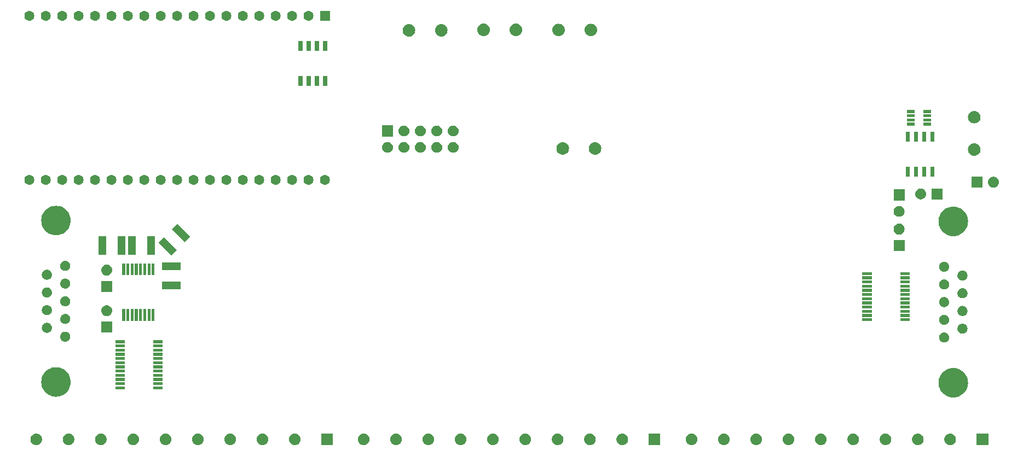
<source format=gbr>
%TF.GenerationSoftware,KiCad,Pcbnew,7.0.2-0*%
%TF.CreationDate,2023-04-25T00:34:15+03:00*%
%TF.ProjectId,PLC-CIM,504c432d-4349-44d2-9e6b-696361645f70,rev?*%
%TF.SameCoordinates,Original*%
%TF.FileFunction,Soldermask,Bot*%
%TF.FilePolarity,Negative*%
%FSLAX46Y46*%
G04 Gerber Fmt 4.6, Leading zero omitted, Abs format (unit mm)*
G04 Created by KiCad (PCBNEW 7.0.2-0) date 2023-04-25 00:34:15*
%MOMM*%
%LPD*%
G01*
G04 APERTURE LIST*
G04 APERTURE END LIST*
G36*
X121070000Y-125360000D02*
G01*
X119270000Y-125360000D01*
X119270000Y-123560000D01*
X121070000Y-123560000D01*
X121070000Y-125360000D01*
G37*
G36*
X171715000Y-125360000D02*
G01*
X169915000Y-125360000D01*
X169915000Y-123560000D01*
X171715000Y-123560000D01*
X171715000Y-125360000D01*
G37*
G36*
X222435000Y-125360000D02*
G01*
X220635000Y-125360000D01*
X220635000Y-123560000D01*
X222435000Y-123560000D01*
X222435000Y-125360000D01*
G37*
G36*
X75217568Y-123564930D02*
G01*
X75264076Y-123564930D01*
X75304232Y-123573465D01*
X75345530Y-123577533D01*
X75397415Y-123593272D01*
X75448115Y-123604049D01*
X75480558Y-123618493D01*
X75514319Y-123628735D01*
X75567967Y-123657410D01*
X75620000Y-123680577D01*
X75644192Y-123698153D01*
X75669878Y-123711883D01*
X75722271Y-123754881D01*
X75772218Y-123791170D01*
X75788436Y-123809182D01*
X75806221Y-123823778D01*
X75854018Y-123882018D01*
X75898115Y-123930993D01*
X75907377Y-123947036D01*
X75918116Y-123960121D01*
X75957840Y-124034440D01*
X75992191Y-124093937D01*
X75996142Y-124106098D01*
X76001264Y-124115680D01*
X76029504Y-124208775D01*
X76050333Y-124272879D01*
X76051066Y-124279854D01*
X76052466Y-124284469D01*
X76066090Y-124422802D01*
X76070000Y-124460000D01*
X76066090Y-124497200D01*
X76052466Y-124635530D01*
X76051066Y-124640144D01*
X76050333Y-124647121D01*
X76029500Y-124711238D01*
X76001264Y-124804319D01*
X75996143Y-124813899D01*
X75992191Y-124826063D01*
X75957833Y-124885572D01*
X75918116Y-124959878D01*
X75907379Y-124972960D01*
X75898115Y-124989007D01*
X75854009Y-125037991D01*
X75806221Y-125096221D01*
X75788439Y-125110813D01*
X75772218Y-125128830D01*
X75722260Y-125165126D01*
X75669878Y-125208116D01*
X75644197Y-125221842D01*
X75620000Y-125239423D01*
X75567955Y-125262594D01*
X75514319Y-125291264D01*
X75480565Y-125301503D01*
X75448115Y-125315951D01*
X75397404Y-125326729D01*
X75345530Y-125342466D01*
X75304241Y-125346532D01*
X75264076Y-125355070D01*
X75217558Y-125355070D01*
X75170000Y-125359754D01*
X75122442Y-125355070D01*
X75075924Y-125355070D01*
X75035759Y-125346532D01*
X74994469Y-125342466D01*
X74942592Y-125326729D01*
X74891885Y-125315951D01*
X74859436Y-125301503D01*
X74825680Y-125291264D01*
X74772038Y-125262591D01*
X74720000Y-125239423D01*
X74695805Y-125221844D01*
X74670121Y-125208116D01*
X74617730Y-125165119D01*
X74567782Y-125128830D01*
X74551562Y-125110816D01*
X74533778Y-125096221D01*
X74485979Y-125037978D01*
X74441885Y-124989007D01*
X74432622Y-124972964D01*
X74421883Y-124959878D01*
X74382153Y-124885548D01*
X74347809Y-124826063D01*
X74343858Y-124813903D01*
X74338735Y-124804319D01*
X74310484Y-124711191D01*
X74289667Y-124647121D01*
X74288934Y-124640149D01*
X74287533Y-124635530D01*
X74273895Y-124497060D01*
X74270000Y-124460000D01*
X74273892Y-124422965D01*
X74287533Y-124284469D01*
X74288934Y-124279849D01*
X74289667Y-124272879D01*
X74310480Y-124208822D01*
X74338735Y-124115680D01*
X74343859Y-124106093D01*
X74347809Y-124093937D01*
X74382145Y-124034463D01*
X74421883Y-123960121D01*
X74432624Y-123947032D01*
X74441885Y-123930993D01*
X74485970Y-123882031D01*
X74533778Y-123823778D01*
X74551566Y-123809179D01*
X74567782Y-123791170D01*
X74617719Y-123754888D01*
X74670121Y-123711883D01*
X74695810Y-123698151D01*
X74720000Y-123680577D01*
X74772026Y-123657413D01*
X74825680Y-123628735D01*
X74859443Y-123618492D01*
X74891885Y-123604049D01*
X74942581Y-123593273D01*
X74994469Y-123577533D01*
X75035768Y-123573465D01*
X75075924Y-123564930D01*
X75122432Y-123564930D01*
X75170000Y-123560245D01*
X75217568Y-123564930D01*
G37*
G36*
X80217567Y-123564930D02*
G01*
X80264076Y-123564930D01*
X80304232Y-123573465D01*
X80345530Y-123577533D01*
X80397415Y-123593272D01*
X80448115Y-123604049D01*
X80480558Y-123618493D01*
X80514319Y-123628735D01*
X80567967Y-123657410D01*
X80620000Y-123680577D01*
X80644192Y-123698153D01*
X80669878Y-123711883D01*
X80722271Y-123754881D01*
X80772218Y-123791170D01*
X80788436Y-123809182D01*
X80806221Y-123823778D01*
X80854018Y-123882018D01*
X80898115Y-123930993D01*
X80907377Y-123947036D01*
X80918116Y-123960121D01*
X80957840Y-124034440D01*
X80992191Y-124093937D01*
X80996142Y-124106098D01*
X81001264Y-124115680D01*
X81029504Y-124208775D01*
X81050333Y-124272879D01*
X81051066Y-124279854D01*
X81052466Y-124284469D01*
X81066091Y-124422814D01*
X81070000Y-124460000D01*
X81066088Y-124497212D01*
X81052466Y-124635530D01*
X81051066Y-124640144D01*
X81050333Y-124647121D01*
X81029500Y-124711238D01*
X81001264Y-124804319D01*
X80996143Y-124813899D01*
X80992191Y-124826063D01*
X80957833Y-124885572D01*
X80918116Y-124959878D01*
X80907379Y-124972960D01*
X80898115Y-124989007D01*
X80854009Y-125037991D01*
X80806221Y-125096221D01*
X80788439Y-125110813D01*
X80772218Y-125128830D01*
X80722260Y-125165126D01*
X80669878Y-125208116D01*
X80644197Y-125221842D01*
X80620000Y-125239423D01*
X80567955Y-125262594D01*
X80514319Y-125291264D01*
X80480565Y-125301503D01*
X80448115Y-125315951D01*
X80397404Y-125326729D01*
X80345530Y-125342466D01*
X80304241Y-125346532D01*
X80264076Y-125355070D01*
X80217557Y-125355070D01*
X80169999Y-125359754D01*
X80122441Y-125355070D01*
X80075924Y-125355070D01*
X80035759Y-125346532D01*
X79994469Y-125342466D01*
X79942592Y-125326729D01*
X79891885Y-125315951D01*
X79859436Y-125301503D01*
X79825680Y-125291264D01*
X79772038Y-125262591D01*
X79720000Y-125239423D01*
X79695805Y-125221844D01*
X79670121Y-125208116D01*
X79617730Y-125165119D01*
X79567782Y-125128830D01*
X79551562Y-125110816D01*
X79533778Y-125096221D01*
X79485979Y-125037978D01*
X79441885Y-124989007D01*
X79432622Y-124972964D01*
X79421883Y-124959878D01*
X79382153Y-124885548D01*
X79347809Y-124826063D01*
X79343858Y-124813903D01*
X79338735Y-124804319D01*
X79310484Y-124711191D01*
X79289667Y-124647121D01*
X79288934Y-124640149D01*
X79287533Y-124635530D01*
X79273895Y-124497060D01*
X79270000Y-124460000D01*
X79273892Y-124422965D01*
X79287533Y-124284469D01*
X79288934Y-124279849D01*
X79289667Y-124272879D01*
X79310480Y-124208822D01*
X79338735Y-124115680D01*
X79343859Y-124106093D01*
X79347809Y-124093937D01*
X79382145Y-124034463D01*
X79421883Y-123960121D01*
X79432624Y-123947032D01*
X79441885Y-123930993D01*
X79485970Y-123882031D01*
X79533778Y-123823778D01*
X79551566Y-123809179D01*
X79567782Y-123791170D01*
X79617719Y-123754888D01*
X79670121Y-123711883D01*
X79695810Y-123698151D01*
X79720000Y-123680577D01*
X79772026Y-123657413D01*
X79825680Y-123628735D01*
X79859443Y-123618492D01*
X79891885Y-123604049D01*
X79942581Y-123593273D01*
X79994469Y-123577533D01*
X80035768Y-123573465D01*
X80075924Y-123564930D01*
X80122431Y-123564930D01*
X80169999Y-123560245D01*
X80217567Y-123564930D01*
G37*
G36*
X85217568Y-123564930D02*
G01*
X85264076Y-123564930D01*
X85304232Y-123573465D01*
X85345530Y-123577533D01*
X85397415Y-123593272D01*
X85448115Y-123604049D01*
X85480558Y-123618493D01*
X85514319Y-123628735D01*
X85567967Y-123657410D01*
X85620000Y-123680577D01*
X85644192Y-123698153D01*
X85669878Y-123711883D01*
X85722271Y-123754881D01*
X85772218Y-123791170D01*
X85788436Y-123809182D01*
X85806221Y-123823778D01*
X85854018Y-123882018D01*
X85898115Y-123930993D01*
X85907377Y-123947036D01*
X85918116Y-123960121D01*
X85957840Y-124034440D01*
X85992191Y-124093937D01*
X85996142Y-124106098D01*
X86001264Y-124115680D01*
X86029504Y-124208775D01*
X86050333Y-124272879D01*
X86051066Y-124279854D01*
X86052466Y-124284469D01*
X86066091Y-124422814D01*
X86070000Y-124460000D01*
X86066088Y-124497212D01*
X86052466Y-124635530D01*
X86051066Y-124640144D01*
X86050333Y-124647121D01*
X86029500Y-124711238D01*
X86001264Y-124804319D01*
X85996143Y-124813899D01*
X85992191Y-124826063D01*
X85957833Y-124885572D01*
X85918116Y-124959878D01*
X85907379Y-124972960D01*
X85898115Y-124989007D01*
X85854009Y-125037991D01*
X85806221Y-125096221D01*
X85788439Y-125110813D01*
X85772218Y-125128830D01*
X85722260Y-125165126D01*
X85669878Y-125208116D01*
X85644197Y-125221842D01*
X85620000Y-125239423D01*
X85567955Y-125262594D01*
X85514319Y-125291264D01*
X85480565Y-125301503D01*
X85448115Y-125315951D01*
X85397404Y-125326729D01*
X85345530Y-125342466D01*
X85304241Y-125346532D01*
X85264076Y-125355070D01*
X85217558Y-125355070D01*
X85170000Y-125359754D01*
X85122442Y-125355070D01*
X85075924Y-125355070D01*
X85035759Y-125346532D01*
X84994469Y-125342466D01*
X84942592Y-125326729D01*
X84891885Y-125315951D01*
X84859436Y-125301503D01*
X84825680Y-125291264D01*
X84772038Y-125262591D01*
X84720000Y-125239423D01*
X84695805Y-125221844D01*
X84670121Y-125208116D01*
X84617730Y-125165119D01*
X84567782Y-125128830D01*
X84551562Y-125110816D01*
X84533778Y-125096221D01*
X84485979Y-125037978D01*
X84441885Y-124989007D01*
X84432622Y-124972964D01*
X84421883Y-124959878D01*
X84382153Y-124885548D01*
X84347809Y-124826063D01*
X84343858Y-124813903D01*
X84338735Y-124804319D01*
X84310484Y-124711191D01*
X84289667Y-124647121D01*
X84288934Y-124640149D01*
X84287533Y-124635530D01*
X84273895Y-124497060D01*
X84270000Y-124460000D01*
X84273892Y-124422965D01*
X84287533Y-124284469D01*
X84288934Y-124279849D01*
X84289667Y-124272879D01*
X84310480Y-124208822D01*
X84338735Y-124115680D01*
X84343859Y-124106093D01*
X84347809Y-124093937D01*
X84382145Y-124034463D01*
X84421883Y-123960121D01*
X84432624Y-123947032D01*
X84441885Y-123930993D01*
X84485970Y-123882031D01*
X84533778Y-123823778D01*
X84551566Y-123809179D01*
X84567782Y-123791170D01*
X84617719Y-123754888D01*
X84670121Y-123711883D01*
X84695810Y-123698151D01*
X84720000Y-123680577D01*
X84772026Y-123657413D01*
X84825680Y-123628735D01*
X84859443Y-123618492D01*
X84891885Y-123604049D01*
X84942581Y-123593273D01*
X84994469Y-123577533D01*
X85035768Y-123573465D01*
X85075924Y-123564930D01*
X85122432Y-123564930D01*
X85170000Y-123560245D01*
X85217568Y-123564930D01*
G37*
G36*
X90217567Y-123564930D02*
G01*
X90264076Y-123564930D01*
X90304232Y-123573465D01*
X90345530Y-123577533D01*
X90397415Y-123593272D01*
X90448115Y-123604049D01*
X90480558Y-123618493D01*
X90514319Y-123628735D01*
X90567967Y-123657410D01*
X90620000Y-123680577D01*
X90644192Y-123698153D01*
X90669878Y-123711883D01*
X90722271Y-123754881D01*
X90772218Y-123791170D01*
X90788436Y-123809182D01*
X90806221Y-123823778D01*
X90854018Y-123882018D01*
X90898115Y-123930993D01*
X90907377Y-123947036D01*
X90918116Y-123960121D01*
X90957840Y-124034440D01*
X90992191Y-124093937D01*
X90996142Y-124106098D01*
X91001264Y-124115680D01*
X91029504Y-124208775D01*
X91050333Y-124272879D01*
X91051066Y-124279854D01*
X91052466Y-124284469D01*
X91066091Y-124422814D01*
X91070000Y-124460000D01*
X91066088Y-124497212D01*
X91052466Y-124635530D01*
X91051066Y-124640144D01*
X91050333Y-124647121D01*
X91029500Y-124711238D01*
X91001264Y-124804319D01*
X90996143Y-124813899D01*
X90992191Y-124826063D01*
X90957833Y-124885572D01*
X90918116Y-124959878D01*
X90907379Y-124972960D01*
X90898115Y-124989007D01*
X90854009Y-125037991D01*
X90806221Y-125096221D01*
X90788439Y-125110813D01*
X90772218Y-125128830D01*
X90722260Y-125165126D01*
X90669878Y-125208116D01*
X90644197Y-125221842D01*
X90620000Y-125239423D01*
X90567955Y-125262594D01*
X90514319Y-125291264D01*
X90480565Y-125301503D01*
X90448115Y-125315951D01*
X90397404Y-125326729D01*
X90345530Y-125342466D01*
X90304241Y-125346532D01*
X90264076Y-125355070D01*
X90217558Y-125355070D01*
X90170000Y-125359754D01*
X90122442Y-125355070D01*
X90075924Y-125355070D01*
X90035759Y-125346532D01*
X89994469Y-125342466D01*
X89942592Y-125326729D01*
X89891885Y-125315951D01*
X89859436Y-125301503D01*
X89825680Y-125291264D01*
X89772038Y-125262591D01*
X89720000Y-125239423D01*
X89695805Y-125221844D01*
X89670121Y-125208116D01*
X89617730Y-125165119D01*
X89567782Y-125128830D01*
X89551562Y-125110816D01*
X89533778Y-125096221D01*
X89485979Y-125037978D01*
X89441885Y-124989007D01*
X89432622Y-124972964D01*
X89421883Y-124959878D01*
X89382153Y-124885548D01*
X89347809Y-124826063D01*
X89343858Y-124813903D01*
X89338735Y-124804319D01*
X89310484Y-124711191D01*
X89289667Y-124647121D01*
X89288934Y-124640149D01*
X89287533Y-124635530D01*
X89273895Y-124497060D01*
X89270000Y-124460000D01*
X89273892Y-124422965D01*
X89287533Y-124284469D01*
X89288934Y-124279849D01*
X89289667Y-124272879D01*
X89310480Y-124208822D01*
X89338735Y-124115680D01*
X89343859Y-124106093D01*
X89347809Y-124093937D01*
X89382145Y-124034463D01*
X89421883Y-123960121D01*
X89432624Y-123947032D01*
X89441885Y-123930993D01*
X89485970Y-123882031D01*
X89533778Y-123823778D01*
X89551566Y-123809179D01*
X89567782Y-123791170D01*
X89617719Y-123754888D01*
X89670121Y-123711883D01*
X89695810Y-123698151D01*
X89720000Y-123680577D01*
X89772026Y-123657413D01*
X89825680Y-123628735D01*
X89859443Y-123618492D01*
X89891885Y-123604049D01*
X89942581Y-123593273D01*
X89994469Y-123577533D01*
X90035768Y-123573465D01*
X90075924Y-123564930D01*
X90122431Y-123564930D01*
X90169999Y-123560245D01*
X90217567Y-123564930D01*
G37*
G36*
X95217568Y-123564930D02*
G01*
X95264076Y-123564930D01*
X95304232Y-123573465D01*
X95345530Y-123577533D01*
X95397415Y-123593272D01*
X95448115Y-123604049D01*
X95480558Y-123618493D01*
X95514319Y-123628735D01*
X95567967Y-123657410D01*
X95620000Y-123680577D01*
X95644192Y-123698153D01*
X95669878Y-123711883D01*
X95722271Y-123754881D01*
X95772218Y-123791170D01*
X95788436Y-123809182D01*
X95806221Y-123823778D01*
X95854018Y-123882018D01*
X95898115Y-123930993D01*
X95907377Y-123947036D01*
X95918116Y-123960121D01*
X95957840Y-124034440D01*
X95992191Y-124093937D01*
X95996142Y-124106098D01*
X96001264Y-124115680D01*
X96029504Y-124208775D01*
X96050333Y-124272879D01*
X96051066Y-124279854D01*
X96052466Y-124284469D01*
X96066091Y-124422814D01*
X96070000Y-124460000D01*
X96066088Y-124497212D01*
X96052466Y-124635530D01*
X96051066Y-124640144D01*
X96050333Y-124647121D01*
X96029500Y-124711238D01*
X96001264Y-124804319D01*
X95996143Y-124813899D01*
X95992191Y-124826063D01*
X95957833Y-124885572D01*
X95918116Y-124959878D01*
X95907379Y-124972960D01*
X95898115Y-124989007D01*
X95854009Y-125037991D01*
X95806221Y-125096221D01*
X95788439Y-125110813D01*
X95772218Y-125128830D01*
X95722260Y-125165126D01*
X95669878Y-125208116D01*
X95644197Y-125221842D01*
X95620000Y-125239423D01*
X95567955Y-125262594D01*
X95514319Y-125291264D01*
X95480565Y-125301503D01*
X95448115Y-125315951D01*
X95397404Y-125326729D01*
X95345530Y-125342466D01*
X95304241Y-125346532D01*
X95264076Y-125355070D01*
X95217558Y-125355070D01*
X95170000Y-125359754D01*
X95122442Y-125355070D01*
X95075924Y-125355070D01*
X95035759Y-125346532D01*
X94994469Y-125342466D01*
X94942592Y-125326729D01*
X94891885Y-125315951D01*
X94859436Y-125301503D01*
X94825680Y-125291264D01*
X94772038Y-125262591D01*
X94720000Y-125239423D01*
X94695805Y-125221844D01*
X94670121Y-125208116D01*
X94617730Y-125165119D01*
X94567782Y-125128830D01*
X94551562Y-125110816D01*
X94533778Y-125096221D01*
X94485979Y-125037978D01*
X94441885Y-124989007D01*
X94432622Y-124972964D01*
X94421883Y-124959878D01*
X94382153Y-124885548D01*
X94347809Y-124826063D01*
X94343858Y-124813903D01*
X94338735Y-124804319D01*
X94310484Y-124711191D01*
X94289667Y-124647121D01*
X94288934Y-124640149D01*
X94287533Y-124635530D01*
X94273895Y-124497060D01*
X94270000Y-124460000D01*
X94273892Y-124422965D01*
X94287533Y-124284469D01*
X94288934Y-124279849D01*
X94289667Y-124272879D01*
X94310480Y-124208822D01*
X94338735Y-124115680D01*
X94343859Y-124106093D01*
X94347809Y-124093937D01*
X94382145Y-124034463D01*
X94421883Y-123960121D01*
X94432624Y-123947032D01*
X94441885Y-123930993D01*
X94485970Y-123882031D01*
X94533778Y-123823778D01*
X94551566Y-123809179D01*
X94567782Y-123791170D01*
X94617719Y-123754888D01*
X94670121Y-123711883D01*
X94695810Y-123698151D01*
X94720000Y-123680577D01*
X94772026Y-123657413D01*
X94825680Y-123628735D01*
X94859443Y-123618492D01*
X94891885Y-123604049D01*
X94942581Y-123593273D01*
X94994469Y-123577533D01*
X95035768Y-123573465D01*
X95075924Y-123564930D01*
X95122432Y-123564930D01*
X95170000Y-123560245D01*
X95217568Y-123564930D01*
G37*
G36*
X100217567Y-123564930D02*
G01*
X100264076Y-123564930D01*
X100304232Y-123573465D01*
X100345530Y-123577533D01*
X100397415Y-123593272D01*
X100448115Y-123604049D01*
X100480558Y-123618493D01*
X100514319Y-123628735D01*
X100567967Y-123657410D01*
X100620000Y-123680577D01*
X100644192Y-123698153D01*
X100669878Y-123711883D01*
X100722271Y-123754881D01*
X100772218Y-123791170D01*
X100788436Y-123809182D01*
X100806221Y-123823778D01*
X100854018Y-123882018D01*
X100898115Y-123930993D01*
X100907377Y-123947036D01*
X100918116Y-123960121D01*
X100957840Y-124034440D01*
X100992191Y-124093937D01*
X100996142Y-124106098D01*
X101001264Y-124115680D01*
X101029504Y-124208775D01*
X101050333Y-124272879D01*
X101051066Y-124279854D01*
X101052466Y-124284469D01*
X101066091Y-124422814D01*
X101070000Y-124460000D01*
X101066088Y-124497212D01*
X101052466Y-124635530D01*
X101051066Y-124640144D01*
X101050333Y-124647121D01*
X101029500Y-124711238D01*
X101001264Y-124804319D01*
X100996143Y-124813899D01*
X100992191Y-124826063D01*
X100957833Y-124885572D01*
X100918116Y-124959878D01*
X100907379Y-124972960D01*
X100898115Y-124989007D01*
X100854009Y-125037991D01*
X100806221Y-125096221D01*
X100788439Y-125110813D01*
X100772218Y-125128830D01*
X100722260Y-125165126D01*
X100669878Y-125208116D01*
X100644197Y-125221842D01*
X100620000Y-125239423D01*
X100567955Y-125262594D01*
X100514319Y-125291264D01*
X100480565Y-125301503D01*
X100448115Y-125315951D01*
X100397404Y-125326729D01*
X100345530Y-125342466D01*
X100304241Y-125346532D01*
X100264076Y-125355070D01*
X100217557Y-125355070D01*
X100169999Y-125359754D01*
X100122441Y-125355070D01*
X100075924Y-125355070D01*
X100035759Y-125346532D01*
X99994469Y-125342466D01*
X99942592Y-125326729D01*
X99891885Y-125315951D01*
X99859436Y-125301503D01*
X99825680Y-125291264D01*
X99772038Y-125262591D01*
X99720000Y-125239423D01*
X99695805Y-125221844D01*
X99670121Y-125208116D01*
X99617730Y-125165119D01*
X99567782Y-125128830D01*
X99551562Y-125110816D01*
X99533778Y-125096221D01*
X99485979Y-125037978D01*
X99441885Y-124989007D01*
X99432622Y-124972964D01*
X99421883Y-124959878D01*
X99382153Y-124885548D01*
X99347809Y-124826063D01*
X99343858Y-124813903D01*
X99338735Y-124804319D01*
X99310484Y-124711191D01*
X99289667Y-124647121D01*
X99288934Y-124640149D01*
X99287533Y-124635530D01*
X99273895Y-124497060D01*
X99270000Y-124460000D01*
X99273892Y-124422965D01*
X99287533Y-124284469D01*
X99288934Y-124279849D01*
X99289667Y-124272879D01*
X99310480Y-124208822D01*
X99338735Y-124115680D01*
X99343859Y-124106093D01*
X99347809Y-124093937D01*
X99382145Y-124034463D01*
X99421883Y-123960121D01*
X99432624Y-123947032D01*
X99441885Y-123930993D01*
X99485970Y-123882031D01*
X99533778Y-123823778D01*
X99551566Y-123809179D01*
X99567782Y-123791170D01*
X99617719Y-123754888D01*
X99670121Y-123711883D01*
X99695810Y-123698151D01*
X99720000Y-123680577D01*
X99772026Y-123657413D01*
X99825680Y-123628735D01*
X99859443Y-123618492D01*
X99891885Y-123604049D01*
X99942581Y-123593273D01*
X99994469Y-123577533D01*
X100035768Y-123573465D01*
X100075924Y-123564930D01*
X100122431Y-123564930D01*
X100169999Y-123560245D01*
X100217567Y-123564930D01*
G37*
G36*
X105217568Y-123564930D02*
G01*
X105264076Y-123564930D01*
X105304232Y-123573465D01*
X105345530Y-123577533D01*
X105397415Y-123593272D01*
X105448115Y-123604049D01*
X105480558Y-123618493D01*
X105514319Y-123628735D01*
X105567967Y-123657410D01*
X105620000Y-123680577D01*
X105644192Y-123698153D01*
X105669878Y-123711883D01*
X105722271Y-123754881D01*
X105772218Y-123791170D01*
X105788436Y-123809182D01*
X105806221Y-123823778D01*
X105854018Y-123882018D01*
X105898115Y-123930993D01*
X105907377Y-123947036D01*
X105918116Y-123960121D01*
X105957840Y-124034440D01*
X105992191Y-124093937D01*
X105996142Y-124106098D01*
X106001264Y-124115680D01*
X106029504Y-124208775D01*
X106050333Y-124272879D01*
X106051066Y-124279854D01*
X106052466Y-124284469D01*
X106066091Y-124422814D01*
X106070000Y-124460000D01*
X106066088Y-124497212D01*
X106052466Y-124635530D01*
X106051066Y-124640144D01*
X106050333Y-124647121D01*
X106029500Y-124711238D01*
X106001264Y-124804319D01*
X105996143Y-124813899D01*
X105992191Y-124826063D01*
X105957833Y-124885572D01*
X105918116Y-124959878D01*
X105907379Y-124972960D01*
X105898115Y-124989007D01*
X105854009Y-125037991D01*
X105806221Y-125096221D01*
X105788439Y-125110813D01*
X105772218Y-125128830D01*
X105722260Y-125165126D01*
X105669878Y-125208116D01*
X105644197Y-125221842D01*
X105620000Y-125239423D01*
X105567955Y-125262594D01*
X105514319Y-125291264D01*
X105480565Y-125301503D01*
X105448115Y-125315951D01*
X105397404Y-125326729D01*
X105345530Y-125342466D01*
X105304241Y-125346532D01*
X105264076Y-125355070D01*
X105217557Y-125355070D01*
X105169999Y-125359754D01*
X105122441Y-125355070D01*
X105075924Y-125355070D01*
X105035759Y-125346532D01*
X104994469Y-125342466D01*
X104942592Y-125326729D01*
X104891885Y-125315951D01*
X104859436Y-125301503D01*
X104825680Y-125291264D01*
X104772038Y-125262591D01*
X104720000Y-125239423D01*
X104695805Y-125221844D01*
X104670121Y-125208116D01*
X104617730Y-125165119D01*
X104567782Y-125128830D01*
X104551562Y-125110816D01*
X104533778Y-125096221D01*
X104485979Y-125037978D01*
X104441885Y-124989007D01*
X104432622Y-124972964D01*
X104421883Y-124959878D01*
X104382153Y-124885548D01*
X104347809Y-124826063D01*
X104343858Y-124813903D01*
X104338735Y-124804319D01*
X104310484Y-124711191D01*
X104289667Y-124647121D01*
X104288934Y-124640149D01*
X104287533Y-124635530D01*
X104273895Y-124497060D01*
X104270000Y-124460000D01*
X104273892Y-124422965D01*
X104287533Y-124284469D01*
X104288934Y-124279849D01*
X104289667Y-124272879D01*
X104310480Y-124208822D01*
X104338735Y-124115680D01*
X104343859Y-124106093D01*
X104347809Y-124093937D01*
X104382145Y-124034463D01*
X104421883Y-123960121D01*
X104432624Y-123947032D01*
X104441885Y-123930993D01*
X104485970Y-123882031D01*
X104533778Y-123823778D01*
X104551566Y-123809179D01*
X104567782Y-123791170D01*
X104617719Y-123754888D01*
X104670121Y-123711883D01*
X104695810Y-123698151D01*
X104720000Y-123680577D01*
X104772026Y-123657413D01*
X104825680Y-123628735D01*
X104859443Y-123618492D01*
X104891885Y-123604049D01*
X104942581Y-123593273D01*
X104994469Y-123577533D01*
X105035768Y-123573465D01*
X105075924Y-123564930D01*
X105122432Y-123564930D01*
X105170000Y-123560245D01*
X105217568Y-123564930D01*
G37*
G36*
X110217568Y-123564930D02*
G01*
X110264076Y-123564930D01*
X110304232Y-123573465D01*
X110345530Y-123577533D01*
X110397415Y-123593272D01*
X110448115Y-123604049D01*
X110480558Y-123618493D01*
X110514319Y-123628735D01*
X110567967Y-123657410D01*
X110620000Y-123680577D01*
X110644192Y-123698153D01*
X110669878Y-123711883D01*
X110722271Y-123754881D01*
X110772218Y-123791170D01*
X110788436Y-123809182D01*
X110806221Y-123823778D01*
X110854018Y-123882018D01*
X110898115Y-123930993D01*
X110907377Y-123947036D01*
X110918116Y-123960121D01*
X110957840Y-124034440D01*
X110992191Y-124093937D01*
X110996142Y-124106098D01*
X111001264Y-124115680D01*
X111029504Y-124208775D01*
X111050333Y-124272879D01*
X111051066Y-124279854D01*
X111052466Y-124284469D01*
X111066091Y-124422814D01*
X111070000Y-124460000D01*
X111066088Y-124497212D01*
X111052466Y-124635530D01*
X111051066Y-124640144D01*
X111050333Y-124647121D01*
X111029500Y-124711238D01*
X111001264Y-124804319D01*
X110996143Y-124813899D01*
X110992191Y-124826063D01*
X110957833Y-124885572D01*
X110918116Y-124959878D01*
X110907379Y-124972960D01*
X110898115Y-124989007D01*
X110854009Y-125037991D01*
X110806221Y-125096221D01*
X110788439Y-125110813D01*
X110772218Y-125128830D01*
X110722260Y-125165126D01*
X110669878Y-125208116D01*
X110644197Y-125221842D01*
X110620000Y-125239423D01*
X110567955Y-125262594D01*
X110514319Y-125291264D01*
X110480565Y-125301503D01*
X110448115Y-125315951D01*
X110397404Y-125326729D01*
X110345530Y-125342466D01*
X110304241Y-125346532D01*
X110264076Y-125355070D01*
X110217558Y-125355070D01*
X110170000Y-125359754D01*
X110122442Y-125355070D01*
X110075924Y-125355070D01*
X110035759Y-125346532D01*
X109994469Y-125342466D01*
X109942592Y-125326729D01*
X109891885Y-125315951D01*
X109859436Y-125301503D01*
X109825680Y-125291264D01*
X109772038Y-125262591D01*
X109720000Y-125239423D01*
X109695805Y-125221844D01*
X109670121Y-125208116D01*
X109617730Y-125165119D01*
X109567782Y-125128830D01*
X109551562Y-125110816D01*
X109533778Y-125096221D01*
X109485979Y-125037978D01*
X109441885Y-124989007D01*
X109432622Y-124972964D01*
X109421883Y-124959878D01*
X109382153Y-124885548D01*
X109347809Y-124826063D01*
X109343858Y-124813903D01*
X109338735Y-124804319D01*
X109310484Y-124711191D01*
X109289667Y-124647121D01*
X109288934Y-124640149D01*
X109287533Y-124635530D01*
X109273895Y-124497060D01*
X109270000Y-124460000D01*
X109273892Y-124422965D01*
X109287533Y-124284469D01*
X109288934Y-124279849D01*
X109289667Y-124272879D01*
X109310480Y-124208822D01*
X109338735Y-124115680D01*
X109343859Y-124106093D01*
X109347809Y-124093937D01*
X109382145Y-124034463D01*
X109421883Y-123960121D01*
X109432624Y-123947032D01*
X109441885Y-123930993D01*
X109485970Y-123882031D01*
X109533778Y-123823778D01*
X109551566Y-123809179D01*
X109567782Y-123791170D01*
X109617719Y-123754888D01*
X109670121Y-123711883D01*
X109695810Y-123698151D01*
X109720000Y-123680577D01*
X109772026Y-123657413D01*
X109825680Y-123628735D01*
X109859443Y-123618492D01*
X109891885Y-123604049D01*
X109942581Y-123593273D01*
X109994469Y-123577533D01*
X110035768Y-123573465D01*
X110075924Y-123564930D01*
X110122432Y-123564930D01*
X110170000Y-123560245D01*
X110217568Y-123564930D01*
G37*
G36*
X115217568Y-123564930D02*
G01*
X115264076Y-123564930D01*
X115304232Y-123573465D01*
X115345530Y-123577533D01*
X115397415Y-123593272D01*
X115448115Y-123604049D01*
X115480558Y-123618493D01*
X115514319Y-123628735D01*
X115567967Y-123657410D01*
X115620000Y-123680577D01*
X115644192Y-123698153D01*
X115669878Y-123711883D01*
X115722271Y-123754881D01*
X115772218Y-123791170D01*
X115788436Y-123809182D01*
X115806221Y-123823778D01*
X115854018Y-123882018D01*
X115898115Y-123930993D01*
X115907377Y-123947036D01*
X115918116Y-123960121D01*
X115957840Y-124034440D01*
X115992191Y-124093937D01*
X115996142Y-124106098D01*
X116001264Y-124115680D01*
X116029504Y-124208775D01*
X116050333Y-124272879D01*
X116051066Y-124279854D01*
X116052466Y-124284469D01*
X116066091Y-124422814D01*
X116070000Y-124460000D01*
X116066088Y-124497212D01*
X116052466Y-124635530D01*
X116051066Y-124640144D01*
X116050333Y-124647121D01*
X116029500Y-124711238D01*
X116001264Y-124804319D01*
X115996143Y-124813899D01*
X115992191Y-124826063D01*
X115957833Y-124885572D01*
X115918116Y-124959878D01*
X115907379Y-124972960D01*
X115898115Y-124989007D01*
X115854009Y-125037991D01*
X115806221Y-125096221D01*
X115788439Y-125110813D01*
X115772218Y-125128830D01*
X115722260Y-125165126D01*
X115669878Y-125208116D01*
X115644197Y-125221842D01*
X115620000Y-125239423D01*
X115567955Y-125262594D01*
X115514319Y-125291264D01*
X115480565Y-125301503D01*
X115448115Y-125315951D01*
X115397404Y-125326729D01*
X115345530Y-125342466D01*
X115304241Y-125346532D01*
X115264076Y-125355070D01*
X115217558Y-125355070D01*
X115170000Y-125359754D01*
X115122442Y-125355070D01*
X115075924Y-125355070D01*
X115035759Y-125346532D01*
X114994469Y-125342466D01*
X114942592Y-125326729D01*
X114891885Y-125315951D01*
X114859436Y-125301503D01*
X114825680Y-125291264D01*
X114772038Y-125262591D01*
X114720000Y-125239423D01*
X114695805Y-125221844D01*
X114670121Y-125208116D01*
X114617730Y-125165119D01*
X114567782Y-125128830D01*
X114551562Y-125110816D01*
X114533778Y-125096221D01*
X114485979Y-125037978D01*
X114441885Y-124989007D01*
X114432622Y-124972964D01*
X114421883Y-124959878D01*
X114382153Y-124885548D01*
X114347809Y-124826063D01*
X114343858Y-124813903D01*
X114338735Y-124804319D01*
X114310484Y-124711191D01*
X114289667Y-124647121D01*
X114288934Y-124640149D01*
X114287533Y-124635530D01*
X114273895Y-124497060D01*
X114270000Y-124460000D01*
X114273892Y-124422965D01*
X114287533Y-124284469D01*
X114288934Y-124279849D01*
X114289667Y-124272879D01*
X114310480Y-124208822D01*
X114338735Y-124115680D01*
X114343859Y-124106093D01*
X114347809Y-124093937D01*
X114382145Y-124034463D01*
X114421883Y-123960121D01*
X114432624Y-123947032D01*
X114441885Y-123930993D01*
X114485970Y-123882031D01*
X114533778Y-123823778D01*
X114551566Y-123809179D01*
X114567782Y-123791170D01*
X114617719Y-123754888D01*
X114670121Y-123711883D01*
X114695810Y-123698151D01*
X114720000Y-123680577D01*
X114772026Y-123657413D01*
X114825680Y-123628735D01*
X114859443Y-123618492D01*
X114891885Y-123604049D01*
X114942581Y-123593273D01*
X114994469Y-123577533D01*
X115035768Y-123573465D01*
X115075924Y-123564930D01*
X115122432Y-123564930D01*
X115170000Y-123560245D01*
X115217568Y-123564930D01*
G37*
G36*
X125862567Y-123564930D02*
G01*
X125909076Y-123564930D01*
X125949232Y-123573465D01*
X125990530Y-123577533D01*
X126042415Y-123593272D01*
X126093115Y-123604049D01*
X126125558Y-123618493D01*
X126159319Y-123628735D01*
X126212967Y-123657410D01*
X126265000Y-123680577D01*
X126289192Y-123698153D01*
X126314878Y-123711883D01*
X126367271Y-123754881D01*
X126417218Y-123791170D01*
X126433436Y-123809182D01*
X126451221Y-123823778D01*
X126499018Y-123882018D01*
X126543115Y-123930993D01*
X126552377Y-123947036D01*
X126563116Y-123960121D01*
X126602840Y-124034440D01*
X126637191Y-124093937D01*
X126641142Y-124106098D01*
X126646264Y-124115680D01*
X126674504Y-124208775D01*
X126695333Y-124272879D01*
X126696066Y-124279854D01*
X126697466Y-124284469D01*
X126711090Y-124422802D01*
X126715000Y-124460000D01*
X126711090Y-124497200D01*
X126697466Y-124635530D01*
X126696066Y-124640144D01*
X126695333Y-124647121D01*
X126674500Y-124711238D01*
X126646264Y-124804319D01*
X126641143Y-124813899D01*
X126637191Y-124826063D01*
X126602833Y-124885572D01*
X126563116Y-124959878D01*
X126552379Y-124972960D01*
X126543115Y-124989007D01*
X126499009Y-125037991D01*
X126451221Y-125096221D01*
X126433439Y-125110813D01*
X126417218Y-125128830D01*
X126367260Y-125165126D01*
X126314878Y-125208116D01*
X126289197Y-125221842D01*
X126265000Y-125239423D01*
X126212955Y-125262594D01*
X126159319Y-125291264D01*
X126125565Y-125301503D01*
X126093115Y-125315951D01*
X126042404Y-125326729D01*
X125990530Y-125342466D01*
X125949241Y-125346532D01*
X125909076Y-125355070D01*
X125862557Y-125355070D01*
X125814999Y-125359754D01*
X125767441Y-125355070D01*
X125720924Y-125355070D01*
X125680759Y-125346532D01*
X125639469Y-125342466D01*
X125587592Y-125326729D01*
X125536885Y-125315951D01*
X125504436Y-125301503D01*
X125470680Y-125291264D01*
X125417038Y-125262591D01*
X125365000Y-125239423D01*
X125340805Y-125221844D01*
X125315121Y-125208116D01*
X125262730Y-125165119D01*
X125212782Y-125128830D01*
X125196562Y-125110816D01*
X125178778Y-125096221D01*
X125130979Y-125037978D01*
X125086885Y-124989007D01*
X125077622Y-124972964D01*
X125066883Y-124959878D01*
X125027153Y-124885548D01*
X124992809Y-124826063D01*
X124988858Y-124813903D01*
X124983735Y-124804319D01*
X124955484Y-124711191D01*
X124934667Y-124647121D01*
X124933934Y-124640149D01*
X124932533Y-124635530D01*
X124918893Y-124497049D01*
X124915000Y-124460000D01*
X124918893Y-124422953D01*
X124932533Y-124284469D01*
X124933934Y-124279849D01*
X124934667Y-124272879D01*
X124955480Y-124208822D01*
X124983735Y-124115680D01*
X124988859Y-124106093D01*
X124992809Y-124093937D01*
X125027145Y-124034463D01*
X125066883Y-123960121D01*
X125077624Y-123947032D01*
X125086885Y-123930993D01*
X125130970Y-123882031D01*
X125178778Y-123823778D01*
X125196566Y-123809179D01*
X125212782Y-123791170D01*
X125262719Y-123754888D01*
X125315121Y-123711883D01*
X125340810Y-123698151D01*
X125365000Y-123680577D01*
X125417026Y-123657413D01*
X125470680Y-123628735D01*
X125504443Y-123618492D01*
X125536885Y-123604049D01*
X125587581Y-123593273D01*
X125639469Y-123577533D01*
X125680768Y-123573465D01*
X125720924Y-123564930D01*
X125767431Y-123564930D01*
X125814999Y-123560245D01*
X125862567Y-123564930D01*
G37*
G36*
X130862568Y-123564930D02*
G01*
X130909076Y-123564930D01*
X130949232Y-123573465D01*
X130990530Y-123577533D01*
X131042415Y-123593272D01*
X131093115Y-123604049D01*
X131125558Y-123618493D01*
X131159319Y-123628735D01*
X131212967Y-123657410D01*
X131265000Y-123680577D01*
X131289192Y-123698153D01*
X131314878Y-123711883D01*
X131367271Y-123754881D01*
X131417218Y-123791170D01*
X131433436Y-123809182D01*
X131451221Y-123823778D01*
X131499018Y-123882018D01*
X131543115Y-123930993D01*
X131552377Y-123947036D01*
X131563116Y-123960121D01*
X131602840Y-124034440D01*
X131637191Y-124093937D01*
X131641142Y-124106098D01*
X131646264Y-124115680D01*
X131674504Y-124208775D01*
X131695333Y-124272879D01*
X131696066Y-124279854D01*
X131697466Y-124284469D01*
X131711090Y-124422802D01*
X131715000Y-124460000D01*
X131711090Y-124497200D01*
X131697466Y-124635530D01*
X131696066Y-124640144D01*
X131695333Y-124647121D01*
X131674500Y-124711238D01*
X131646264Y-124804319D01*
X131641143Y-124813899D01*
X131637191Y-124826063D01*
X131602833Y-124885572D01*
X131563116Y-124959878D01*
X131552379Y-124972960D01*
X131543115Y-124989007D01*
X131499009Y-125037991D01*
X131451221Y-125096221D01*
X131433439Y-125110813D01*
X131417218Y-125128830D01*
X131367260Y-125165126D01*
X131314878Y-125208116D01*
X131289197Y-125221842D01*
X131265000Y-125239423D01*
X131212955Y-125262594D01*
X131159319Y-125291264D01*
X131125565Y-125301503D01*
X131093115Y-125315951D01*
X131042404Y-125326729D01*
X130990530Y-125342466D01*
X130949241Y-125346532D01*
X130909076Y-125355070D01*
X130862558Y-125355070D01*
X130815000Y-125359754D01*
X130767442Y-125355070D01*
X130720924Y-125355070D01*
X130680759Y-125346532D01*
X130639469Y-125342466D01*
X130587592Y-125326729D01*
X130536885Y-125315951D01*
X130504436Y-125301503D01*
X130470680Y-125291264D01*
X130417038Y-125262591D01*
X130365000Y-125239423D01*
X130340805Y-125221844D01*
X130315121Y-125208116D01*
X130262730Y-125165119D01*
X130212782Y-125128830D01*
X130196562Y-125110816D01*
X130178778Y-125096221D01*
X130130979Y-125037978D01*
X130086885Y-124989007D01*
X130077622Y-124972964D01*
X130066883Y-124959878D01*
X130027153Y-124885548D01*
X129992809Y-124826063D01*
X129988858Y-124813903D01*
X129983735Y-124804319D01*
X129955484Y-124711191D01*
X129934667Y-124647121D01*
X129933934Y-124640149D01*
X129932533Y-124635530D01*
X129918893Y-124497049D01*
X129915000Y-124460000D01*
X129918893Y-124422953D01*
X129932533Y-124284469D01*
X129933934Y-124279849D01*
X129934667Y-124272879D01*
X129955480Y-124208822D01*
X129983735Y-124115680D01*
X129988859Y-124106093D01*
X129992809Y-124093937D01*
X130027145Y-124034463D01*
X130066883Y-123960121D01*
X130077624Y-123947032D01*
X130086885Y-123930993D01*
X130130970Y-123882031D01*
X130178778Y-123823778D01*
X130196566Y-123809179D01*
X130212782Y-123791170D01*
X130262719Y-123754888D01*
X130315121Y-123711883D01*
X130340810Y-123698151D01*
X130365000Y-123680577D01*
X130417026Y-123657413D01*
X130470680Y-123628735D01*
X130504443Y-123618492D01*
X130536885Y-123604049D01*
X130587581Y-123593273D01*
X130639469Y-123577533D01*
X130680768Y-123573465D01*
X130720924Y-123564930D01*
X130767432Y-123564930D01*
X130815000Y-123560245D01*
X130862568Y-123564930D01*
G37*
G36*
X135862568Y-123564930D02*
G01*
X135909076Y-123564930D01*
X135949232Y-123573465D01*
X135990530Y-123577533D01*
X136042415Y-123593272D01*
X136093115Y-123604049D01*
X136125558Y-123618493D01*
X136159319Y-123628735D01*
X136212967Y-123657410D01*
X136265000Y-123680577D01*
X136289192Y-123698153D01*
X136314878Y-123711883D01*
X136367271Y-123754881D01*
X136417218Y-123791170D01*
X136433436Y-123809182D01*
X136451221Y-123823778D01*
X136499018Y-123882018D01*
X136543115Y-123930993D01*
X136552377Y-123947036D01*
X136563116Y-123960121D01*
X136602840Y-124034440D01*
X136637191Y-124093937D01*
X136641142Y-124106098D01*
X136646264Y-124115680D01*
X136674504Y-124208775D01*
X136695333Y-124272879D01*
X136696066Y-124279854D01*
X136697466Y-124284469D01*
X136711090Y-124422802D01*
X136715000Y-124460000D01*
X136711090Y-124497200D01*
X136697466Y-124635530D01*
X136696066Y-124640144D01*
X136695333Y-124647121D01*
X136674500Y-124711238D01*
X136646264Y-124804319D01*
X136641143Y-124813899D01*
X136637191Y-124826063D01*
X136602833Y-124885572D01*
X136563116Y-124959878D01*
X136552379Y-124972960D01*
X136543115Y-124989007D01*
X136499009Y-125037991D01*
X136451221Y-125096221D01*
X136433439Y-125110813D01*
X136417218Y-125128830D01*
X136367260Y-125165126D01*
X136314878Y-125208116D01*
X136289197Y-125221842D01*
X136265000Y-125239423D01*
X136212955Y-125262594D01*
X136159319Y-125291264D01*
X136125565Y-125301503D01*
X136093115Y-125315951D01*
X136042404Y-125326729D01*
X135990530Y-125342466D01*
X135949241Y-125346532D01*
X135909076Y-125355070D01*
X135862558Y-125355070D01*
X135815000Y-125359754D01*
X135767442Y-125355070D01*
X135720924Y-125355070D01*
X135680759Y-125346532D01*
X135639469Y-125342466D01*
X135587592Y-125326729D01*
X135536885Y-125315951D01*
X135504436Y-125301503D01*
X135470680Y-125291264D01*
X135417038Y-125262591D01*
X135365000Y-125239423D01*
X135340805Y-125221844D01*
X135315121Y-125208116D01*
X135262730Y-125165119D01*
X135212782Y-125128830D01*
X135196562Y-125110816D01*
X135178778Y-125096221D01*
X135130979Y-125037978D01*
X135086885Y-124989007D01*
X135077622Y-124972964D01*
X135066883Y-124959878D01*
X135027153Y-124885548D01*
X134992809Y-124826063D01*
X134988858Y-124813903D01*
X134983735Y-124804319D01*
X134955484Y-124711191D01*
X134934667Y-124647121D01*
X134933934Y-124640149D01*
X134932533Y-124635530D01*
X134918893Y-124497049D01*
X134915000Y-124460000D01*
X134918893Y-124422953D01*
X134932533Y-124284469D01*
X134933934Y-124279849D01*
X134934667Y-124272879D01*
X134955480Y-124208822D01*
X134983735Y-124115680D01*
X134988859Y-124106093D01*
X134992809Y-124093937D01*
X135027145Y-124034463D01*
X135066883Y-123960121D01*
X135077624Y-123947032D01*
X135086885Y-123930993D01*
X135130970Y-123882031D01*
X135178778Y-123823778D01*
X135196566Y-123809179D01*
X135212782Y-123791170D01*
X135262719Y-123754888D01*
X135315121Y-123711883D01*
X135340810Y-123698151D01*
X135365000Y-123680577D01*
X135417026Y-123657413D01*
X135470680Y-123628735D01*
X135504443Y-123618492D01*
X135536885Y-123604049D01*
X135587581Y-123593273D01*
X135639469Y-123577533D01*
X135680768Y-123573465D01*
X135720924Y-123564930D01*
X135767432Y-123564930D01*
X135815000Y-123560245D01*
X135862568Y-123564930D01*
G37*
G36*
X140862567Y-123564930D02*
G01*
X140909076Y-123564930D01*
X140949232Y-123573465D01*
X140990530Y-123577533D01*
X141042415Y-123593272D01*
X141093115Y-123604049D01*
X141125558Y-123618493D01*
X141159319Y-123628735D01*
X141212967Y-123657410D01*
X141265000Y-123680577D01*
X141289192Y-123698153D01*
X141314878Y-123711883D01*
X141367271Y-123754881D01*
X141417218Y-123791170D01*
X141433436Y-123809182D01*
X141451221Y-123823778D01*
X141499018Y-123882018D01*
X141543115Y-123930993D01*
X141552377Y-123947036D01*
X141563116Y-123960121D01*
X141602840Y-124034440D01*
X141637191Y-124093937D01*
X141641142Y-124106098D01*
X141646264Y-124115680D01*
X141674504Y-124208775D01*
X141695333Y-124272879D01*
X141696066Y-124279854D01*
X141697466Y-124284469D01*
X141711090Y-124422802D01*
X141715000Y-124460000D01*
X141711090Y-124497200D01*
X141697466Y-124635530D01*
X141696066Y-124640144D01*
X141695333Y-124647121D01*
X141674500Y-124711238D01*
X141646264Y-124804319D01*
X141641143Y-124813899D01*
X141637191Y-124826063D01*
X141602833Y-124885572D01*
X141563116Y-124959878D01*
X141552379Y-124972960D01*
X141543115Y-124989007D01*
X141499009Y-125037991D01*
X141451221Y-125096221D01*
X141433439Y-125110813D01*
X141417218Y-125128830D01*
X141367260Y-125165126D01*
X141314878Y-125208116D01*
X141289197Y-125221842D01*
X141265000Y-125239423D01*
X141212955Y-125262594D01*
X141159319Y-125291264D01*
X141125565Y-125301503D01*
X141093115Y-125315951D01*
X141042404Y-125326729D01*
X140990530Y-125342466D01*
X140949241Y-125346532D01*
X140909076Y-125355070D01*
X140862557Y-125355070D01*
X140814999Y-125359754D01*
X140767441Y-125355070D01*
X140720924Y-125355070D01*
X140680759Y-125346532D01*
X140639469Y-125342466D01*
X140587592Y-125326729D01*
X140536885Y-125315951D01*
X140504436Y-125301503D01*
X140470680Y-125291264D01*
X140417038Y-125262591D01*
X140365000Y-125239423D01*
X140340805Y-125221844D01*
X140315121Y-125208116D01*
X140262730Y-125165119D01*
X140212782Y-125128830D01*
X140196562Y-125110816D01*
X140178778Y-125096221D01*
X140130979Y-125037978D01*
X140086885Y-124989007D01*
X140077622Y-124972964D01*
X140066883Y-124959878D01*
X140027153Y-124885548D01*
X139992809Y-124826063D01*
X139988858Y-124813903D01*
X139983735Y-124804319D01*
X139955484Y-124711191D01*
X139934667Y-124647121D01*
X139933934Y-124640149D01*
X139932533Y-124635530D01*
X139918893Y-124497049D01*
X139915000Y-124460000D01*
X139918893Y-124422953D01*
X139932533Y-124284469D01*
X139933934Y-124279849D01*
X139934667Y-124272879D01*
X139955480Y-124208822D01*
X139983735Y-124115680D01*
X139988859Y-124106093D01*
X139992809Y-124093937D01*
X140027145Y-124034463D01*
X140066883Y-123960121D01*
X140077624Y-123947032D01*
X140086885Y-123930993D01*
X140130970Y-123882031D01*
X140178778Y-123823778D01*
X140196566Y-123809179D01*
X140212782Y-123791170D01*
X140262719Y-123754888D01*
X140315121Y-123711883D01*
X140340810Y-123698151D01*
X140365000Y-123680577D01*
X140417026Y-123657413D01*
X140470680Y-123628735D01*
X140504443Y-123618492D01*
X140536885Y-123604049D01*
X140587581Y-123593273D01*
X140639469Y-123577533D01*
X140680768Y-123573465D01*
X140720924Y-123564930D01*
X140767431Y-123564930D01*
X140814999Y-123560245D01*
X140862567Y-123564930D01*
G37*
G36*
X145862567Y-123564930D02*
G01*
X145909076Y-123564930D01*
X145949232Y-123573465D01*
X145990530Y-123577533D01*
X146042415Y-123593272D01*
X146093115Y-123604049D01*
X146125558Y-123618493D01*
X146159319Y-123628735D01*
X146212967Y-123657410D01*
X146265000Y-123680577D01*
X146289192Y-123698153D01*
X146314878Y-123711883D01*
X146367271Y-123754881D01*
X146417218Y-123791170D01*
X146433436Y-123809182D01*
X146451221Y-123823778D01*
X146499018Y-123882018D01*
X146543115Y-123930993D01*
X146552377Y-123947036D01*
X146563116Y-123960121D01*
X146602840Y-124034440D01*
X146637191Y-124093937D01*
X146641142Y-124106098D01*
X146646264Y-124115680D01*
X146674504Y-124208775D01*
X146695333Y-124272879D01*
X146696066Y-124279854D01*
X146697466Y-124284469D01*
X146711090Y-124422802D01*
X146715000Y-124460000D01*
X146711090Y-124497200D01*
X146697466Y-124635530D01*
X146696066Y-124640144D01*
X146695333Y-124647121D01*
X146674500Y-124711238D01*
X146646264Y-124804319D01*
X146641143Y-124813899D01*
X146637191Y-124826063D01*
X146602833Y-124885572D01*
X146563116Y-124959878D01*
X146552379Y-124972960D01*
X146543115Y-124989007D01*
X146499009Y-125037991D01*
X146451221Y-125096221D01*
X146433439Y-125110813D01*
X146417218Y-125128830D01*
X146367260Y-125165126D01*
X146314878Y-125208116D01*
X146289197Y-125221842D01*
X146265000Y-125239423D01*
X146212955Y-125262594D01*
X146159319Y-125291264D01*
X146125565Y-125301503D01*
X146093115Y-125315951D01*
X146042404Y-125326729D01*
X145990530Y-125342466D01*
X145949241Y-125346532D01*
X145909076Y-125355070D01*
X145862557Y-125355070D01*
X145814999Y-125359754D01*
X145767441Y-125355070D01*
X145720924Y-125355070D01*
X145680759Y-125346532D01*
X145639469Y-125342466D01*
X145587592Y-125326729D01*
X145536885Y-125315951D01*
X145504436Y-125301503D01*
X145470680Y-125291264D01*
X145417038Y-125262591D01*
X145365000Y-125239423D01*
X145340805Y-125221844D01*
X145315121Y-125208116D01*
X145262730Y-125165119D01*
X145212782Y-125128830D01*
X145196562Y-125110816D01*
X145178778Y-125096221D01*
X145130979Y-125037978D01*
X145086885Y-124989007D01*
X145077622Y-124972964D01*
X145066883Y-124959878D01*
X145027153Y-124885548D01*
X144992809Y-124826063D01*
X144988858Y-124813903D01*
X144983735Y-124804319D01*
X144955484Y-124711191D01*
X144934667Y-124647121D01*
X144933934Y-124640149D01*
X144932533Y-124635530D01*
X144918893Y-124497049D01*
X144915000Y-124460000D01*
X144918893Y-124422953D01*
X144932533Y-124284469D01*
X144933934Y-124279849D01*
X144934667Y-124272879D01*
X144955480Y-124208822D01*
X144983735Y-124115680D01*
X144988859Y-124106093D01*
X144992809Y-124093937D01*
X145027145Y-124034463D01*
X145066883Y-123960121D01*
X145077624Y-123947032D01*
X145086885Y-123930993D01*
X145130970Y-123882031D01*
X145178778Y-123823778D01*
X145196566Y-123809179D01*
X145212782Y-123791170D01*
X145262719Y-123754888D01*
X145315121Y-123711883D01*
X145340810Y-123698151D01*
X145365000Y-123680577D01*
X145417026Y-123657413D01*
X145470680Y-123628735D01*
X145504443Y-123618492D01*
X145536885Y-123604049D01*
X145587581Y-123593273D01*
X145639469Y-123577533D01*
X145680768Y-123573465D01*
X145720924Y-123564930D01*
X145767431Y-123564930D01*
X145814999Y-123560245D01*
X145862567Y-123564930D01*
G37*
G36*
X150862568Y-123564930D02*
G01*
X150909076Y-123564930D01*
X150949232Y-123573465D01*
X150990530Y-123577533D01*
X151042415Y-123593272D01*
X151093115Y-123604049D01*
X151125558Y-123618493D01*
X151159319Y-123628735D01*
X151212967Y-123657410D01*
X151265000Y-123680577D01*
X151289192Y-123698153D01*
X151314878Y-123711883D01*
X151367271Y-123754881D01*
X151417218Y-123791170D01*
X151433436Y-123809182D01*
X151451221Y-123823778D01*
X151499018Y-123882018D01*
X151543115Y-123930993D01*
X151552377Y-123947036D01*
X151563116Y-123960121D01*
X151602840Y-124034440D01*
X151637191Y-124093937D01*
X151641142Y-124106098D01*
X151646264Y-124115680D01*
X151674504Y-124208775D01*
X151695333Y-124272879D01*
X151696066Y-124279854D01*
X151697466Y-124284469D01*
X151711090Y-124422802D01*
X151715000Y-124460000D01*
X151711090Y-124497200D01*
X151697466Y-124635530D01*
X151696066Y-124640144D01*
X151695333Y-124647121D01*
X151674500Y-124711238D01*
X151646264Y-124804319D01*
X151641143Y-124813899D01*
X151637191Y-124826063D01*
X151602833Y-124885572D01*
X151563116Y-124959878D01*
X151552379Y-124972960D01*
X151543115Y-124989007D01*
X151499009Y-125037991D01*
X151451221Y-125096221D01*
X151433439Y-125110813D01*
X151417218Y-125128830D01*
X151367260Y-125165126D01*
X151314878Y-125208116D01*
X151289197Y-125221842D01*
X151265000Y-125239423D01*
X151212955Y-125262594D01*
X151159319Y-125291264D01*
X151125565Y-125301503D01*
X151093115Y-125315951D01*
X151042404Y-125326729D01*
X150990530Y-125342466D01*
X150949241Y-125346532D01*
X150909076Y-125355070D01*
X150862558Y-125355070D01*
X150815000Y-125359754D01*
X150767442Y-125355070D01*
X150720924Y-125355070D01*
X150680759Y-125346532D01*
X150639469Y-125342466D01*
X150587592Y-125326729D01*
X150536885Y-125315951D01*
X150504436Y-125301503D01*
X150470680Y-125291264D01*
X150417038Y-125262591D01*
X150365000Y-125239423D01*
X150340805Y-125221844D01*
X150315121Y-125208116D01*
X150262730Y-125165119D01*
X150212782Y-125128830D01*
X150196562Y-125110816D01*
X150178778Y-125096221D01*
X150130979Y-125037978D01*
X150086885Y-124989007D01*
X150077622Y-124972964D01*
X150066883Y-124959878D01*
X150027153Y-124885548D01*
X149992809Y-124826063D01*
X149988858Y-124813903D01*
X149983735Y-124804319D01*
X149955484Y-124711191D01*
X149934667Y-124647121D01*
X149933934Y-124640149D01*
X149932533Y-124635530D01*
X149918893Y-124497049D01*
X149915000Y-124460000D01*
X149918893Y-124422953D01*
X149932533Y-124284469D01*
X149933934Y-124279849D01*
X149934667Y-124272879D01*
X149955480Y-124208822D01*
X149983735Y-124115680D01*
X149988859Y-124106093D01*
X149992809Y-124093937D01*
X150027145Y-124034463D01*
X150066883Y-123960121D01*
X150077624Y-123947032D01*
X150086885Y-123930993D01*
X150130970Y-123882031D01*
X150178778Y-123823778D01*
X150196566Y-123809179D01*
X150212782Y-123791170D01*
X150262719Y-123754888D01*
X150315121Y-123711883D01*
X150340810Y-123698151D01*
X150365000Y-123680577D01*
X150417026Y-123657413D01*
X150470680Y-123628735D01*
X150504443Y-123618492D01*
X150536885Y-123604049D01*
X150587581Y-123593273D01*
X150639469Y-123577533D01*
X150680768Y-123573465D01*
X150720924Y-123564930D01*
X150767432Y-123564930D01*
X150815000Y-123560245D01*
X150862568Y-123564930D01*
G37*
G36*
X155862568Y-123564930D02*
G01*
X155909076Y-123564930D01*
X155949232Y-123573465D01*
X155990530Y-123577533D01*
X156042415Y-123593272D01*
X156093115Y-123604049D01*
X156125558Y-123618493D01*
X156159319Y-123628735D01*
X156212967Y-123657410D01*
X156265000Y-123680577D01*
X156289192Y-123698153D01*
X156314878Y-123711883D01*
X156367271Y-123754881D01*
X156417218Y-123791170D01*
X156433436Y-123809182D01*
X156451221Y-123823778D01*
X156499018Y-123882018D01*
X156543115Y-123930993D01*
X156552377Y-123947036D01*
X156563116Y-123960121D01*
X156602840Y-124034440D01*
X156637191Y-124093937D01*
X156641142Y-124106098D01*
X156646264Y-124115680D01*
X156674504Y-124208775D01*
X156695333Y-124272879D01*
X156696066Y-124279854D01*
X156697466Y-124284469D01*
X156711090Y-124422802D01*
X156715000Y-124460000D01*
X156711090Y-124497200D01*
X156697466Y-124635530D01*
X156696066Y-124640144D01*
X156695333Y-124647121D01*
X156674500Y-124711238D01*
X156646264Y-124804319D01*
X156641143Y-124813899D01*
X156637191Y-124826063D01*
X156602833Y-124885572D01*
X156563116Y-124959878D01*
X156552379Y-124972960D01*
X156543115Y-124989007D01*
X156499009Y-125037991D01*
X156451221Y-125096221D01*
X156433439Y-125110813D01*
X156417218Y-125128830D01*
X156367260Y-125165126D01*
X156314878Y-125208116D01*
X156289197Y-125221842D01*
X156265000Y-125239423D01*
X156212955Y-125262594D01*
X156159319Y-125291264D01*
X156125565Y-125301503D01*
X156093115Y-125315951D01*
X156042404Y-125326729D01*
X155990530Y-125342466D01*
X155949241Y-125346532D01*
X155909076Y-125355070D01*
X155862558Y-125355070D01*
X155815000Y-125359754D01*
X155767442Y-125355070D01*
X155720924Y-125355070D01*
X155680759Y-125346532D01*
X155639469Y-125342466D01*
X155587592Y-125326729D01*
X155536885Y-125315951D01*
X155504436Y-125301503D01*
X155470680Y-125291264D01*
X155417038Y-125262591D01*
X155365000Y-125239423D01*
X155340805Y-125221844D01*
X155315121Y-125208116D01*
X155262730Y-125165119D01*
X155212782Y-125128830D01*
X155196562Y-125110816D01*
X155178778Y-125096221D01*
X155130979Y-125037978D01*
X155086885Y-124989007D01*
X155077622Y-124972964D01*
X155066883Y-124959878D01*
X155027153Y-124885548D01*
X154992809Y-124826063D01*
X154988858Y-124813903D01*
X154983735Y-124804319D01*
X154955484Y-124711191D01*
X154934667Y-124647121D01*
X154933934Y-124640149D01*
X154932533Y-124635530D01*
X154918893Y-124497049D01*
X154915000Y-124460000D01*
X154918893Y-124422953D01*
X154932533Y-124284469D01*
X154933934Y-124279849D01*
X154934667Y-124272879D01*
X154955480Y-124208822D01*
X154983735Y-124115680D01*
X154988859Y-124106093D01*
X154992809Y-124093937D01*
X155027145Y-124034463D01*
X155066883Y-123960121D01*
X155077624Y-123947032D01*
X155086885Y-123930993D01*
X155130970Y-123882031D01*
X155178778Y-123823778D01*
X155196566Y-123809179D01*
X155212782Y-123791170D01*
X155262719Y-123754888D01*
X155315121Y-123711883D01*
X155340810Y-123698151D01*
X155365000Y-123680577D01*
X155417026Y-123657413D01*
X155470680Y-123628735D01*
X155504443Y-123618492D01*
X155536885Y-123604049D01*
X155587581Y-123593273D01*
X155639469Y-123577533D01*
X155680768Y-123573465D01*
X155720924Y-123564930D01*
X155767432Y-123564930D01*
X155815000Y-123560245D01*
X155862568Y-123564930D01*
G37*
G36*
X160862567Y-123564930D02*
G01*
X160909076Y-123564930D01*
X160949232Y-123573465D01*
X160990530Y-123577533D01*
X161042415Y-123593272D01*
X161093115Y-123604049D01*
X161125558Y-123618493D01*
X161159319Y-123628735D01*
X161212967Y-123657410D01*
X161265000Y-123680577D01*
X161289192Y-123698153D01*
X161314878Y-123711883D01*
X161367271Y-123754881D01*
X161417218Y-123791170D01*
X161433436Y-123809182D01*
X161451221Y-123823778D01*
X161499018Y-123882018D01*
X161543115Y-123930993D01*
X161552377Y-123947036D01*
X161563116Y-123960121D01*
X161602840Y-124034440D01*
X161637191Y-124093937D01*
X161641142Y-124106098D01*
X161646264Y-124115680D01*
X161674504Y-124208775D01*
X161695333Y-124272879D01*
X161696066Y-124279854D01*
X161697466Y-124284469D01*
X161711090Y-124422802D01*
X161715000Y-124460000D01*
X161711090Y-124497200D01*
X161697466Y-124635530D01*
X161696066Y-124640144D01*
X161695333Y-124647121D01*
X161674500Y-124711238D01*
X161646264Y-124804319D01*
X161641143Y-124813899D01*
X161637191Y-124826063D01*
X161602833Y-124885572D01*
X161563116Y-124959878D01*
X161552379Y-124972960D01*
X161543115Y-124989007D01*
X161499009Y-125037991D01*
X161451221Y-125096221D01*
X161433439Y-125110813D01*
X161417218Y-125128830D01*
X161367260Y-125165126D01*
X161314878Y-125208116D01*
X161289197Y-125221842D01*
X161265000Y-125239423D01*
X161212955Y-125262594D01*
X161159319Y-125291264D01*
X161125565Y-125301503D01*
X161093115Y-125315951D01*
X161042404Y-125326729D01*
X160990530Y-125342466D01*
X160949241Y-125346532D01*
X160909076Y-125355070D01*
X160862557Y-125355070D01*
X160814999Y-125359754D01*
X160767441Y-125355070D01*
X160720924Y-125355070D01*
X160680759Y-125346532D01*
X160639469Y-125342466D01*
X160587592Y-125326729D01*
X160536885Y-125315951D01*
X160504436Y-125301503D01*
X160470680Y-125291264D01*
X160417038Y-125262591D01*
X160365000Y-125239423D01*
X160340805Y-125221844D01*
X160315121Y-125208116D01*
X160262730Y-125165119D01*
X160212782Y-125128830D01*
X160196562Y-125110816D01*
X160178778Y-125096221D01*
X160130979Y-125037978D01*
X160086885Y-124989007D01*
X160077622Y-124972964D01*
X160066883Y-124959878D01*
X160027153Y-124885548D01*
X159992809Y-124826063D01*
X159988858Y-124813903D01*
X159983735Y-124804319D01*
X159955484Y-124711191D01*
X159934667Y-124647121D01*
X159933934Y-124640149D01*
X159932533Y-124635530D01*
X159918893Y-124497049D01*
X159915000Y-124460000D01*
X159918893Y-124422953D01*
X159932533Y-124284469D01*
X159933934Y-124279849D01*
X159934667Y-124272879D01*
X159955480Y-124208822D01*
X159983735Y-124115680D01*
X159988859Y-124106093D01*
X159992809Y-124093937D01*
X160027145Y-124034463D01*
X160066883Y-123960121D01*
X160077624Y-123947032D01*
X160086885Y-123930993D01*
X160130970Y-123882031D01*
X160178778Y-123823778D01*
X160196566Y-123809179D01*
X160212782Y-123791170D01*
X160262719Y-123754888D01*
X160315121Y-123711883D01*
X160340810Y-123698151D01*
X160365000Y-123680577D01*
X160417026Y-123657413D01*
X160470680Y-123628735D01*
X160504443Y-123618492D01*
X160536885Y-123604049D01*
X160587581Y-123593273D01*
X160639469Y-123577533D01*
X160680768Y-123573465D01*
X160720924Y-123564930D01*
X160767431Y-123564930D01*
X160814999Y-123560245D01*
X160862567Y-123564930D01*
G37*
G36*
X165862567Y-123564930D02*
G01*
X165909076Y-123564930D01*
X165949232Y-123573465D01*
X165990530Y-123577533D01*
X166042415Y-123593272D01*
X166093115Y-123604049D01*
X166125558Y-123618493D01*
X166159319Y-123628735D01*
X166212967Y-123657410D01*
X166265000Y-123680577D01*
X166289192Y-123698153D01*
X166314878Y-123711883D01*
X166367271Y-123754881D01*
X166417218Y-123791170D01*
X166433436Y-123809182D01*
X166451221Y-123823778D01*
X166499018Y-123882018D01*
X166543115Y-123930993D01*
X166552377Y-123947036D01*
X166563116Y-123960121D01*
X166602840Y-124034440D01*
X166637191Y-124093937D01*
X166641142Y-124106098D01*
X166646264Y-124115680D01*
X166674504Y-124208775D01*
X166695333Y-124272879D01*
X166696066Y-124279854D01*
X166697466Y-124284469D01*
X166711090Y-124422802D01*
X166715000Y-124460000D01*
X166711090Y-124497200D01*
X166697466Y-124635530D01*
X166696066Y-124640144D01*
X166695333Y-124647121D01*
X166674500Y-124711238D01*
X166646264Y-124804319D01*
X166641143Y-124813899D01*
X166637191Y-124826063D01*
X166602833Y-124885572D01*
X166563116Y-124959878D01*
X166552379Y-124972960D01*
X166543115Y-124989007D01*
X166499009Y-125037991D01*
X166451221Y-125096221D01*
X166433439Y-125110813D01*
X166417218Y-125128830D01*
X166367260Y-125165126D01*
X166314878Y-125208116D01*
X166289197Y-125221842D01*
X166265000Y-125239423D01*
X166212955Y-125262594D01*
X166159319Y-125291264D01*
X166125565Y-125301503D01*
X166093115Y-125315951D01*
X166042404Y-125326729D01*
X165990530Y-125342466D01*
X165949241Y-125346532D01*
X165909076Y-125355070D01*
X165862557Y-125355070D01*
X165814999Y-125359754D01*
X165767441Y-125355070D01*
X165720924Y-125355070D01*
X165680759Y-125346532D01*
X165639469Y-125342466D01*
X165587592Y-125326729D01*
X165536885Y-125315951D01*
X165504436Y-125301503D01*
X165470680Y-125291264D01*
X165417038Y-125262591D01*
X165365000Y-125239423D01*
X165340805Y-125221844D01*
X165315121Y-125208116D01*
X165262730Y-125165119D01*
X165212782Y-125128830D01*
X165196562Y-125110816D01*
X165178778Y-125096221D01*
X165130979Y-125037978D01*
X165086885Y-124989007D01*
X165077622Y-124972964D01*
X165066883Y-124959878D01*
X165027153Y-124885548D01*
X164992809Y-124826063D01*
X164988858Y-124813903D01*
X164983735Y-124804319D01*
X164955484Y-124711191D01*
X164934667Y-124647121D01*
X164933934Y-124640149D01*
X164932533Y-124635530D01*
X164918893Y-124497049D01*
X164915000Y-124460000D01*
X164918893Y-124422953D01*
X164932533Y-124284469D01*
X164933934Y-124279849D01*
X164934667Y-124272879D01*
X164955480Y-124208822D01*
X164983735Y-124115680D01*
X164988859Y-124106093D01*
X164992809Y-124093937D01*
X165027145Y-124034463D01*
X165066883Y-123960121D01*
X165077624Y-123947032D01*
X165086885Y-123930993D01*
X165130970Y-123882031D01*
X165178778Y-123823778D01*
X165196566Y-123809179D01*
X165212782Y-123791170D01*
X165262719Y-123754888D01*
X165315121Y-123711883D01*
X165340810Y-123698151D01*
X165365000Y-123680577D01*
X165417026Y-123657413D01*
X165470680Y-123628735D01*
X165504443Y-123618492D01*
X165536885Y-123604049D01*
X165587581Y-123593273D01*
X165639469Y-123577533D01*
X165680768Y-123573465D01*
X165720924Y-123564930D01*
X165767431Y-123564930D01*
X165814999Y-123560245D01*
X165862567Y-123564930D01*
G37*
G36*
X176582567Y-123564930D02*
G01*
X176629076Y-123564930D01*
X176669232Y-123573465D01*
X176710530Y-123577533D01*
X176762415Y-123593272D01*
X176813115Y-123604049D01*
X176845558Y-123618493D01*
X176879319Y-123628735D01*
X176932967Y-123657410D01*
X176985000Y-123680577D01*
X177009192Y-123698153D01*
X177034878Y-123711883D01*
X177087271Y-123754881D01*
X177137218Y-123791170D01*
X177153436Y-123809182D01*
X177171221Y-123823778D01*
X177219018Y-123882018D01*
X177263115Y-123930993D01*
X177272377Y-123947036D01*
X177283116Y-123960121D01*
X177322840Y-124034440D01*
X177357191Y-124093937D01*
X177361142Y-124106098D01*
X177366264Y-124115680D01*
X177394504Y-124208775D01*
X177415333Y-124272879D01*
X177416066Y-124279854D01*
X177417466Y-124284469D01*
X177431090Y-124422802D01*
X177435000Y-124460000D01*
X177431090Y-124497200D01*
X177417466Y-124635530D01*
X177416066Y-124640144D01*
X177415333Y-124647121D01*
X177394500Y-124711238D01*
X177366264Y-124804319D01*
X177361143Y-124813899D01*
X177357191Y-124826063D01*
X177322833Y-124885572D01*
X177283116Y-124959878D01*
X177272379Y-124972960D01*
X177263115Y-124989007D01*
X177219009Y-125037991D01*
X177171221Y-125096221D01*
X177153439Y-125110813D01*
X177137218Y-125128830D01*
X177087260Y-125165126D01*
X177034878Y-125208116D01*
X177009197Y-125221842D01*
X176985000Y-125239423D01*
X176932955Y-125262594D01*
X176879319Y-125291264D01*
X176845565Y-125301503D01*
X176813115Y-125315951D01*
X176762404Y-125326729D01*
X176710530Y-125342466D01*
X176669241Y-125346532D01*
X176629076Y-125355070D01*
X176582557Y-125355070D01*
X176534999Y-125359754D01*
X176487441Y-125355070D01*
X176440924Y-125355070D01*
X176400759Y-125346532D01*
X176359469Y-125342466D01*
X176307592Y-125326729D01*
X176256885Y-125315951D01*
X176224436Y-125301503D01*
X176190680Y-125291264D01*
X176137038Y-125262591D01*
X176085000Y-125239423D01*
X176060805Y-125221844D01*
X176035121Y-125208116D01*
X175982730Y-125165119D01*
X175932782Y-125128830D01*
X175916562Y-125110816D01*
X175898778Y-125096221D01*
X175850979Y-125037978D01*
X175806885Y-124989007D01*
X175797622Y-124972964D01*
X175786883Y-124959878D01*
X175747153Y-124885548D01*
X175712809Y-124826063D01*
X175708858Y-124813903D01*
X175703735Y-124804319D01*
X175675484Y-124711191D01*
X175654667Y-124647121D01*
X175653934Y-124640149D01*
X175652533Y-124635530D01*
X175638893Y-124497049D01*
X175635000Y-124460000D01*
X175638893Y-124422953D01*
X175652533Y-124284469D01*
X175653934Y-124279849D01*
X175654667Y-124272879D01*
X175675480Y-124208822D01*
X175703735Y-124115680D01*
X175708859Y-124106093D01*
X175712809Y-124093937D01*
X175747145Y-124034463D01*
X175786883Y-123960121D01*
X175797624Y-123947032D01*
X175806885Y-123930993D01*
X175850970Y-123882031D01*
X175898778Y-123823778D01*
X175916566Y-123809179D01*
X175932782Y-123791170D01*
X175982719Y-123754888D01*
X176035121Y-123711883D01*
X176060810Y-123698151D01*
X176085000Y-123680577D01*
X176137026Y-123657413D01*
X176190680Y-123628735D01*
X176224443Y-123618492D01*
X176256885Y-123604049D01*
X176307581Y-123593273D01*
X176359469Y-123577533D01*
X176400768Y-123573465D01*
X176440924Y-123564930D01*
X176487431Y-123564930D01*
X176534999Y-123560245D01*
X176582567Y-123564930D01*
G37*
G36*
X181582568Y-123564930D02*
G01*
X181629076Y-123564930D01*
X181669232Y-123573465D01*
X181710530Y-123577533D01*
X181762415Y-123593272D01*
X181813115Y-123604049D01*
X181845558Y-123618493D01*
X181879319Y-123628735D01*
X181932967Y-123657410D01*
X181985000Y-123680577D01*
X182009192Y-123698153D01*
X182034878Y-123711883D01*
X182087271Y-123754881D01*
X182137218Y-123791170D01*
X182153436Y-123809182D01*
X182171221Y-123823778D01*
X182219018Y-123882018D01*
X182263115Y-123930993D01*
X182272377Y-123947036D01*
X182283116Y-123960121D01*
X182322840Y-124034440D01*
X182357191Y-124093937D01*
X182361142Y-124106098D01*
X182366264Y-124115680D01*
X182394504Y-124208775D01*
X182415333Y-124272879D01*
X182416066Y-124279854D01*
X182417466Y-124284469D01*
X182431090Y-124422802D01*
X182435000Y-124460000D01*
X182431090Y-124497200D01*
X182417466Y-124635530D01*
X182416066Y-124640144D01*
X182415333Y-124647121D01*
X182394500Y-124711238D01*
X182366264Y-124804319D01*
X182361143Y-124813899D01*
X182357191Y-124826063D01*
X182322833Y-124885572D01*
X182283116Y-124959878D01*
X182272379Y-124972960D01*
X182263115Y-124989007D01*
X182219009Y-125037991D01*
X182171221Y-125096221D01*
X182153439Y-125110813D01*
X182137218Y-125128830D01*
X182087260Y-125165126D01*
X182034878Y-125208116D01*
X182009197Y-125221842D01*
X181985000Y-125239423D01*
X181932955Y-125262594D01*
X181879319Y-125291264D01*
X181845565Y-125301503D01*
X181813115Y-125315951D01*
X181762404Y-125326729D01*
X181710530Y-125342466D01*
X181669241Y-125346532D01*
X181629076Y-125355070D01*
X181582558Y-125355070D01*
X181535000Y-125359754D01*
X181487442Y-125355070D01*
X181440924Y-125355070D01*
X181400759Y-125346532D01*
X181359469Y-125342466D01*
X181307592Y-125326729D01*
X181256885Y-125315951D01*
X181224436Y-125301503D01*
X181190680Y-125291264D01*
X181137038Y-125262591D01*
X181085000Y-125239423D01*
X181060805Y-125221844D01*
X181035121Y-125208116D01*
X180982730Y-125165119D01*
X180932782Y-125128830D01*
X180916562Y-125110816D01*
X180898778Y-125096221D01*
X180850979Y-125037978D01*
X180806885Y-124989007D01*
X180797622Y-124972964D01*
X180786883Y-124959878D01*
X180747153Y-124885548D01*
X180712809Y-124826063D01*
X180708858Y-124813903D01*
X180703735Y-124804319D01*
X180675484Y-124711191D01*
X180654667Y-124647121D01*
X180653934Y-124640149D01*
X180652533Y-124635530D01*
X180638893Y-124497049D01*
X180635000Y-124460000D01*
X180638893Y-124422953D01*
X180652533Y-124284469D01*
X180653934Y-124279849D01*
X180654667Y-124272879D01*
X180675480Y-124208822D01*
X180703735Y-124115680D01*
X180708859Y-124106093D01*
X180712809Y-124093937D01*
X180747145Y-124034463D01*
X180786883Y-123960121D01*
X180797624Y-123947032D01*
X180806885Y-123930993D01*
X180850970Y-123882031D01*
X180898778Y-123823778D01*
X180916566Y-123809179D01*
X180932782Y-123791170D01*
X180982719Y-123754888D01*
X181035121Y-123711883D01*
X181060810Y-123698151D01*
X181085000Y-123680577D01*
X181137026Y-123657413D01*
X181190680Y-123628735D01*
X181224443Y-123618492D01*
X181256885Y-123604049D01*
X181307581Y-123593273D01*
X181359469Y-123577533D01*
X181400768Y-123573465D01*
X181440924Y-123564930D01*
X181487432Y-123564930D01*
X181535000Y-123560245D01*
X181582568Y-123564930D01*
G37*
G36*
X186582568Y-123564930D02*
G01*
X186629076Y-123564930D01*
X186669232Y-123573465D01*
X186710530Y-123577533D01*
X186762415Y-123593272D01*
X186813115Y-123604049D01*
X186845558Y-123618493D01*
X186879319Y-123628735D01*
X186932967Y-123657410D01*
X186985000Y-123680577D01*
X187009192Y-123698153D01*
X187034878Y-123711883D01*
X187087271Y-123754881D01*
X187137218Y-123791170D01*
X187153436Y-123809182D01*
X187171221Y-123823778D01*
X187219018Y-123882018D01*
X187263115Y-123930993D01*
X187272377Y-123947036D01*
X187283116Y-123960121D01*
X187322840Y-124034440D01*
X187357191Y-124093937D01*
X187361142Y-124106098D01*
X187366264Y-124115680D01*
X187394504Y-124208775D01*
X187415333Y-124272879D01*
X187416066Y-124279854D01*
X187417466Y-124284469D01*
X187431090Y-124422802D01*
X187435000Y-124460000D01*
X187431090Y-124497200D01*
X187417466Y-124635530D01*
X187416066Y-124640144D01*
X187415333Y-124647121D01*
X187394500Y-124711238D01*
X187366264Y-124804319D01*
X187361143Y-124813899D01*
X187357191Y-124826063D01*
X187322833Y-124885572D01*
X187283116Y-124959878D01*
X187272379Y-124972960D01*
X187263115Y-124989007D01*
X187219009Y-125037991D01*
X187171221Y-125096221D01*
X187153439Y-125110813D01*
X187137218Y-125128830D01*
X187087260Y-125165126D01*
X187034878Y-125208116D01*
X187009197Y-125221842D01*
X186985000Y-125239423D01*
X186932955Y-125262594D01*
X186879319Y-125291264D01*
X186845565Y-125301503D01*
X186813115Y-125315951D01*
X186762404Y-125326729D01*
X186710530Y-125342466D01*
X186669241Y-125346532D01*
X186629076Y-125355070D01*
X186582558Y-125355070D01*
X186535000Y-125359754D01*
X186487442Y-125355070D01*
X186440924Y-125355070D01*
X186400759Y-125346532D01*
X186359469Y-125342466D01*
X186307592Y-125326729D01*
X186256885Y-125315951D01*
X186224436Y-125301503D01*
X186190680Y-125291264D01*
X186137038Y-125262591D01*
X186085000Y-125239423D01*
X186060805Y-125221844D01*
X186035121Y-125208116D01*
X185982730Y-125165119D01*
X185932782Y-125128830D01*
X185916562Y-125110816D01*
X185898778Y-125096221D01*
X185850979Y-125037978D01*
X185806885Y-124989007D01*
X185797622Y-124972964D01*
X185786883Y-124959878D01*
X185747153Y-124885548D01*
X185712809Y-124826063D01*
X185708858Y-124813903D01*
X185703735Y-124804319D01*
X185675484Y-124711191D01*
X185654667Y-124647121D01*
X185653934Y-124640149D01*
X185652533Y-124635530D01*
X185638893Y-124497049D01*
X185635000Y-124460000D01*
X185638893Y-124422953D01*
X185652533Y-124284469D01*
X185653934Y-124279849D01*
X185654667Y-124272879D01*
X185675480Y-124208822D01*
X185703735Y-124115680D01*
X185708859Y-124106093D01*
X185712809Y-124093937D01*
X185747145Y-124034463D01*
X185786883Y-123960121D01*
X185797624Y-123947032D01*
X185806885Y-123930993D01*
X185850970Y-123882031D01*
X185898778Y-123823778D01*
X185916566Y-123809179D01*
X185932782Y-123791170D01*
X185982719Y-123754888D01*
X186035121Y-123711883D01*
X186060810Y-123698151D01*
X186085000Y-123680577D01*
X186137026Y-123657413D01*
X186190680Y-123628735D01*
X186224443Y-123618492D01*
X186256885Y-123604049D01*
X186307581Y-123593273D01*
X186359469Y-123577533D01*
X186400768Y-123573465D01*
X186440924Y-123564930D01*
X186487432Y-123564930D01*
X186535000Y-123560245D01*
X186582568Y-123564930D01*
G37*
G36*
X191582567Y-123564930D02*
G01*
X191629076Y-123564930D01*
X191669232Y-123573465D01*
X191710530Y-123577533D01*
X191762415Y-123593272D01*
X191813115Y-123604049D01*
X191845558Y-123618493D01*
X191879319Y-123628735D01*
X191932967Y-123657410D01*
X191985000Y-123680577D01*
X192009192Y-123698153D01*
X192034878Y-123711883D01*
X192087271Y-123754881D01*
X192137218Y-123791170D01*
X192153436Y-123809182D01*
X192171221Y-123823778D01*
X192219018Y-123882018D01*
X192263115Y-123930993D01*
X192272377Y-123947036D01*
X192283116Y-123960121D01*
X192322840Y-124034440D01*
X192357191Y-124093937D01*
X192361142Y-124106098D01*
X192366264Y-124115680D01*
X192394504Y-124208775D01*
X192415333Y-124272879D01*
X192416066Y-124279854D01*
X192417466Y-124284469D01*
X192431090Y-124422802D01*
X192435000Y-124460000D01*
X192431090Y-124497200D01*
X192417466Y-124635530D01*
X192416066Y-124640144D01*
X192415333Y-124647121D01*
X192394500Y-124711238D01*
X192366264Y-124804319D01*
X192361143Y-124813899D01*
X192357191Y-124826063D01*
X192322833Y-124885572D01*
X192283116Y-124959878D01*
X192272379Y-124972960D01*
X192263115Y-124989007D01*
X192219009Y-125037991D01*
X192171221Y-125096221D01*
X192153439Y-125110813D01*
X192137218Y-125128830D01*
X192087260Y-125165126D01*
X192034878Y-125208116D01*
X192009197Y-125221842D01*
X191985000Y-125239423D01*
X191932955Y-125262594D01*
X191879319Y-125291264D01*
X191845565Y-125301503D01*
X191813115Y-125315951D01*
X191762404Y-125326729D01*
X191710530Y-125342466D01*
X191669241Y-125346532D01*
X191629076Y-125355070D01*
X191582557Y-125355070D01*
X191534999Y-125359754D01*
X191487441Y-125355070D01*
X191440924Y-125355070D01*
X191400759Y-125346532D01*
X191359469Y-125342466D01*
X191307592Y-125326729D01*
X191256885Y-125315951D01*
X191224436Y-125301503D01*
X191190680Y-125291264D01*
X191137038Y-125262591D01*
X191085000Y-125239423D01*
X191060805Y-125221844D01*
X191035121Y-125208116D01*
X190982730Y-125165119D01*
X190932782Y-125128830D01*
X190916562Y-125110816D01*
X190898778Y-125096221D01*
X190850979Y-125037978D01*
X190806885Y-124989007D01*
X190797622Y-124972964D01*
X190786883Y-124959878D01*
X190747153Y-124885548D01*
X190712809Y-124826063D01*
X190708858Y-124813903D01*
X190703735Y-124804319D01*
X190675484Y-124711191D01*
X190654667Y-124647121D01*
X190653934Y-124640149D01*
X190652533Y-124635530D01*
X190638893Y-124497049D01*
X190635000Y-124460000D01*
X190638893Y-124422953D01*
X190652533Y-124284469D01*
X190653934Y-124279849D01*
X190654667Y-124272879D01*
X190675480Y-124208822D01*
X190703735Y-124115680D01*
X190708859Y-124106093D01*
X190712809Y-124093937D01*
X190747145Y-124034463D01*
X190786883Y-123960121D01*
X190797624Y-123947032D01*
X190806885Y-123930993D01*
X190850970Y-123882031D01*
X190898778Y-123823778D01*
X190916566Y-123809179D01*
X190932782Y-123791170D01*
X190982719Y-123754888D01*
X191035121Y-123711883D01*
X191060810Y-123698151D01*
X191085000Y-123680577D01*
X191137026Y-123657413D01*
X191190680Y-123628735D01*
X191224443Y-123618492D01*
X191256885Y-123604049D01*
X191307581Y-123593273D01*
X191359469Y-123577533D01*
X191400768Y-123573465D01*
X191440924Y-123564930D01*
X191487431Y-123564930D01*
X191534999Y-123560245D01*
X191582567Y-123564930D01*
G37*
G36*
X196582567Y-123564930D02*
G01*
X196629076Y-123564930D01*
X196669232Y-123573465D01*
X196710530Y-123577533D01*
X196762415Y-123593272D01*
X196813115Y-123604049D01*
X196845558Y-123618493D01*
X196879319Y-123628735D01*
X196932967Y-123657410D01*
X196985000Y-123680577D01*
X197009192Y-123698153D01*
X197034878Y-123711883D01*
X197087271Y-123754881D01*
X197137218Y-123791170D01*
X197153436Y-123809182D01*
X197171221Y-123823778D01*
X197219018Y-123882018D01*
X197263115Y-123930993D01*
X197272377Y-123947036D01*
X197283116Y-123960121D01*
X197322840Y-124034440D01*
X197357191Y-124093937D01*
X197361142Y-124106098D01*
X197366264Y-124115680D01*
X197394504Y-124208775D01*
X197415333Y-124272879D01*
X197416066Y-124279854D01*
X197417466Y-124284469D01*
X197431090Y-124422802D01*
X197435000Y-124460000D01*
X197431090Y-124497200D01*
X197417466Y-124635530D01*
X197416066Y-124640144D01*
X197415333Y-124647121D01*
X197394500Y-124711238D01*
X197366264Y-124804319D01*
X197361143Y-124813899D01*
X197357191Y-124826063D01*
X197322833Y-124885572D01*
X197283116Y-124959878D01*
X197272379Y-124972960D01*
X197263115Y-124989007D01*
X197219009Y-125037991D01*
X197171221Y-125096221D01*
X197153439Y-125110813D01*
X197137218Y-125128830D01*
X197087260Y-125165126D01*
X197034878Y-125208116D01*
X197009197Y-125221842D01*
X196985000Y-125239423D01*
X196932955Y-125262594D01*
X196879319Y-125291264D01*
X196845565Y-125301503D01*
X196813115Y-125315951D01*
X196762404Y-125326729D01*
X196710530Y-125342466D01*
X196669241Y-125346532D01*
X196629076Y-125355070D01*
X196582557Y-125355070D01*
X196534999Y-125359754D01*
X196487441Y-125355070D01*
X196440924Y-125355070D01*
X196400759Y-125346532D01*
X196359469Y-125342466D01*
X196307592Y-125326729D01*
X196256885Y-125315951D01*
X196224436Y-125301503D01*
X196190680Y-125291264D01*
X196137038Y-125262591D01*
X196085000Y-125239423D01*
X196060805Y-125221844D01*
X196035121Y-125208116D01*
X195982730Y-125165119D01*
X195932782Y-125128830D01*
X195916562Y-125110816D01*
X195898778Y-125096221D01*
X195850979Y-125037978D01*
X195806885Y-124989007D01*
X195797622Y-124972964D01*
X195786883Y-124959878D01*
X195747153Y-124885548D01*
X195712809Y-124826063D01*
X195708858Y-124813903D01*
X195703735Y-124804319D01*
X195675484Y-124711191D01*
X195654667Y-124647121D01*
X195653934Y-124640149D01*
X195652533Y-124635530D01*
X195638893Y-124497049D01*
X195635000Y-124460000D01*
X195638893Y-124422953D01*
X195652533Y-124284469D01*
X195653934Y-124279849D01*
X195654667Y-124272879D01*
X195675480Y-124208822D01*
X195703735Y-124115680D01*
X195708859Y-124106093D01*
X195712809Y-124093937D01*
X195747145Y-124034463D01*
X195786883Y-123960121D01*
X195797624Y-123947032D01*
X195806885Y-123930993D01*
X195850970Y-123882031D01*
X195898778Y-123823778D01*
X195916566Y-123809179D01*
X195932782Y-123791170D01*
X195982719Y-123754888D01*
X196035121Y-123711883D01*
X196060810Y-123698151D01*
X196085000Y-123680577D01*
X196137026Y-123657413D01*
X196190680Y-123628735D01*
X196224443Y-123618492D01*
X196256885Y-123604049D01*
X196307581Y-123593273D01*
X196359469Y-123577533D01*
X196400768Y-123573465D01*
X196440924Y-123564930D01*
X196487431Y-123564930D01*
X196534999Y-123560245D01*
X196582567Y-123564930D01*
G37*
G36*
X201582568Y-123564930D02*
G01*
X201629076Y-123564930D01*
X201669232Y-123573465D01*
X201710530Y-123577533D01*
X201762415Y-123593272D01*
X201813115Y-123604049D01*
X201845558Y-123618493D01*
X201879319Y-123628735D01*
X201932967Y-123657410D01*
X201985000Y-123680577D01*
X202009192Y-123698153D01*
X202034878Y-123711883D01*
X202087271Y-123754881D01*
X202137218Y-123791170D01*
X202153436Y-123809182D01*
X202171221Y-123823778D01*
X202219018Y-123882018D01*
X202263115Y-123930993D01*
X202272377Y-123947036D01*
X202283116Y-123960121D01*
X202322840Y-124034440D01*
X202357191Y-124093937D01*
X202361142Y-124106098D01*
X202366264Y-124115680D01*
X202394504Y-124208775D01*
X202415333Y-124272879D01*
X202416066Y-124279854D01*
X202417466Y-124284469D01*
X202431090Y-124422802D01*
X202435000Y-124460000D01*
X202431090Y-124497200D01*
X202417466Y-124635530D01*
X202416066Y-124640144D01*
X202415333Y-124647121D01*
X202394500Y-124711238D01*
X202366264Y-124804319D01*
X202361143Y-124813899D01*
X202357191Y-124826063D01*
X202322833Y-124885572D01*
X202283116Y-124959878D01*
X202272379Y-124972960D01*
X202263115Y-124989007D01*
X202219009Y-125037991D01*
X202171221Y-125096221D01*
X202153439Y-125110813D01*
X202137218Y-125128830D01*
X202087260Y-125165126D01*
X202034878Y-125208116D01*
X202009197Y-125221842D01*
X201985000Y-125239423D01*
X201932955Y-125262594D01*
X201879319Y-125291264D01*
X201845565Y-125301503D01*
X201813115Y-125315951D01*
X201762404Y-125326729D01*
X201710530Y-125342466D01*
X201669241Y-125346532D01*
X201629076Y-125355070D01*
X201582558Y-125355070D01*
X201535000Y-125359754D01*
X201487442Y-125355070D01*
X201440924Y-125355070D01*
X201400759Y-125346532D01*
X201359469Y-125342466D01*
X201307592Y-125326729D01*
X201256885Y-125315951D01*
X201224436Y-125301503D01*
X201190680Y-125291264D01*
X201137038Y-125262591D01*
X201085000Y-125239423D01*
X201060805Y-125221844D01*
X201035121Y-125208116D01*
X200982730Y-125165119D01*
X200932782Y-125128830D01*
X200916562Y-125110816D01*
X200898778Y-125096221D01*
X200850979Y-125037978D01*
X200806885Y-124989007D01*
X200797622Y-124972964D01*
X200786883Y-124959878D01*
X200747153Y-124885548D01*
X200712809Y-124826063D01*
X200708858Y-124813903D01*
X200703735Y-124804319D01*
X200675484Y-124711191D01*
X200654667Y-124647121D01*
X200653934Y-124640149D01*
X200652533Y-124635530D01*
X200638893Y-124497049D01*
X200635000Y-124460000D01*
X200638893Y-124422953D01*
X200652533Y-124284469D01*
X200653934Y-124279849D01*
X200654667Y-124272879D01*
X200675480Y-124208822D01*
X200703735Y-124115680D01*
X200708859Y-124106093D01*
X200712809Y-124093937D01*
X200747145Y-124034463D01*
X200786883Y-123960121D01*
X200797624Y-123947032D01*
X200806885Y-123930993D01*
X200850970Y-123882031D01*
X200898778Y-123823778D01*
X200916566Y-123809179D01*
X200932782Y-123791170D01*
X200982719Y-123754888D01*
X201035121Y-123711883D01*
X201060810Y-123698151D01*
X201085000Y-123680577D01*
X201137026Y-123657413D01*
X201190680Y-123628735D01*
X201224443Y-123618492D01*
X201256885Y-123604049D01*
X201307581Y-123593273D01*
X201359469Y-123577533D01*
X201400768Y-123573465D01*
X201440924Y-123564930D01*
X201487432Y-123564930D01*
X201535000Y-123560245D01*
X201582568Y-123564930D01*
G37*
G36*
X206582568Y-123564930D02*
G01*
X206629076Y-123564930D01*
X206669232Y-123573465D01*
X206710530Y-123577533D01*
X206762415Y-123593272D01*
X206813115Y-123604049D01*
X206845558Y-123618493D01*
X206879319Y-123628735D01*
X206932967Y-123657410D01*
X206985000Y-123680577D01*
X207009192Y-123698153D01*
X207034878Y-123711883D01*
X207087271Y-123754881D01*
X207137218Y-123791170D01*
X207153436Y-123809182D01*
X207171221Y-123823778D01*
X207219018Y-123882018D01*
X207263115Y-123930993D01*
X207272377Y-123947036D01*
X207283116Y-123960121D01*
X207322840Y-124034440D01*
X207357191Y-124093937D01*
X207361142Y-124106098D01*
X207366264Y-124115680D01*
X207394504Y-124208775D01*
X207415333Y-124272879D01*
X207416066Y-124279854D01*
X207417466Y-124284469D01*
X207431090Y-124422802D01*
X207435000Y-124460000D01*
X207431090Y-124497200D01*
X207417466Y-124635530D01*
X207416066Y-124640144D01*
X207415333Y-124647121D01*
X207394500Y-124711238D01*
X207366264Y-124804319D01*
X207361143Y-124813899D01*
X207357191Y-124826063D01*
X207322833Y-124885572D01*
X207283116Y-124959878D01*
X207272379Y-124972960D01*
X207263115Y-124989007D01*
X207219009Y-125037991D01*
X207171221Y-125096221D01*
X207153439Y-125110813D01*
X207137218Y-125128830D01*
X207087260Y-125165126D01*
X207034878Y-125208116D01*
X207009197Y-125221842D01*
X206985000Y-125239423D01*
X206932955Y-125262594D01*
X206879319Y-125291264D01*
X206845565Y-125301503D01*
X206813115Y-125315951D01*
X206762404Y-125326729D01*
X206710530Y-125342466D01*
X206669241Y-125346532D01*
X206629076Y-125355070D01*
X206582558Y-125355070D01*
X206535000Y-125359754D01*
X206487442Y-125355070D01*
X206440924Y-125355070D01*
X206400759Y-125346532D01*
X206359469Y-125342466D01*
X206307592Y-125326729D01*
X206256885Y-125315951D01*
X206224436Y-125301503D01*
X206190680Y-125291264D01*
X206137038Y-125262591D01*
X206085000Y-125239423D01*
X206060805Y-125221844D01*
X206035121Y-125208116D01*
X205982730Y-125165119D01*
X205932782Y-125128830D01*
X205916562Y-125110816D01*
X205898778Y-125096221D01*
X205850979Y-125037978D01*
X205806885Y-124989007D01*
X205797622Y-124972964D01*
X205786883Y-124959878D01*
X205747153Y-124885548D01*
X205712809Y-124826063D01*
X205708858Y-124813903D01*
X205703735Y-124804319D01*
X205675484Y-124711191D01*
X205654667Y-124647121D01*
X205653934Y-124640149D01*
X205652533Y-124635530D01*
X205638893Y-124497049D01*
X205635000Y-124460000D01*
X205638893Y-124422953D01*
X205652533Y-124284469D01*
X205653934Y-124279849D01*
X205654667Y-124272879D01*
X205675480Y-124208822D01*
X205703735Y-124115680D01*
X205708859Y-124106093D01*
X205712809Y-124093937D01*
X205747145Y-124034463D01*
X205786883Y-123960121D01*
X205797624Y-123947032D01*
X205806885Y-123930993D01*
X205850970Y-123882031D01*
X205898778Y-123823778D01*
X205916566Y-123809179D01*
X205932782Y-123791170D01*
X205982719Y-123754888D01*
X206035121Y-123711883D01*
X206060810Y-123698151D01*
X206085000Y-123680577D01*
X206137026Y-123657413D01*
X206190680Y-123628735D01*
X206224443Y-123618492D01*
X206256885Y-123604049D01*
X206307581Y-123593273D01*
X206359469Y-123577533D01*
X206400768Y-123573465D01*
X206440924Y-123564930D01*
X206487432Y-123564930D01*
X206535000Y-123560245D01*
X206582568Y-123564930D01*
G37*
G36*
X211582567Y-123564930D02*
G01*
X211629076Y-123564930D01*
X211669232Y-123573465D01*
X211710530Y-123577533D01*
X211762415Y-123593272D01*
X211813115Y-123604049D01*
X211845558Y-123618493D01*
X211879319Y-123628735D01*
X211932967Y-123657410D01*
X211985000Y-123680577D01*
X212009192Y-123698153D01*
X212034878Y-123711883D01*
X212087271Y-123754881D01*
X212137218Y-123791170D01*
X212153436Y-123809182D01*
X212171221Y-123823778D01*
X212219018Y-123882018D01*
X212263115Y-123930993D01*
X212272377Y-123947036D01*
X212283116Y-123960121D01*
X212322840Y-124034440D01*
X212357191Y-124093937D01*
X212361142Y-124106098D01*
X212366264Y-124115680D01*
X212394504Y-124208775D01*
X212415333Y-124272879D01*
X212416066Y-124279854D01*
X212417466Y-124284469D01*
X212431090Y-124422802D01*
X212435000Y-124460000D01*
X212431090Y-124497200D01*
X212417466Y-124635530D01*
X212416066Y-124640144D01*
X212415333Y-124647121D01*
X212394500Y-124711238D01*
X212366264Y-124804319D01*
X212361143Y-124813899D01*
X212357191Y-124826063D01*
X212322833Y-124885572D01*
X212283116Y-124959878D01*
X212272379Y-124972960D01*
X212263115Y-124989007D01*
X212219009Y-125037991D01*
X212171221Y-125096221D01*
X212153439Y-125110813D01*
X212137218Y-125128830D01*
X212087260Y-125165126D01*
X212034878Y-125208116D01*
X212009197Y-125221842D01*
X211985000Y-125239423D01*
X211932955Y-125262594D01*
X211879319Y-125291264D01*
X211845565Y-125301503D01*
X211813115Y-125315951D01*
X211762404Y-125326729D01*
X211710530Y-125342466D01*
X211669241Y-125346532D01*
X211629076Y-125355070D01*
X211582557Y-125355070D01*
X211534999Y-125359754D01*
X211487441Y-125355070D01*
X211440924Y-125355070D01*
X211400759Y-125346532D01*
X211359469Y-125342466D01*
X211307592Y-125326729D01*
X211256885Y-125315951D01*
X211224436Y-125301503D01*
X211190680Y-125291264D01*
X211137038Y-125262591D01*
X211085000Y-125239423D01*
X211060805Y-125221844D01*
X211035121Y-125208116D01*
X210982730Y-125165119D01*
X210932782Y-125128830D01*
X210916562Y-125110816D01*
X210898778Y-125096221D01*
X210850979Y-125037978D01*
X210806885Y-124989007D01*
X210797622Y-124972964D01*
X210786883Y-124959878D01*
X210747153Y-124885548D01*
X210712809Y-124826063D01*
X210708858Y-124813903D01*
X210703735Y-124804319D01*
X210675484Y-124711191D01*
X210654667Y-124647121D01*
X210653934Y-124640149D01*
X210652533Y-124635530D01*
X210638893Y-124497049D01*
X210635000Y-124460000D01*
X210638893Y-124422953D01*
X210652533Y-124284469D01*
X210653934Y-124279849D01*
X210654667Y-124272879D01*
X210675480Y-124208822D01*
X210703735Y-124115680D01*
X210708859Y-124106093D01*
X210712809Y-124093937D01*
X210747145Y-124034463D01*
X210786883Y-123960121D01*
X210797624Y-123947032D01*
X210806885Y-123930993D01*
X210850970Y-123882031D01*
X210898778Y-123823778D01*
X210916566Y-123809179D01*
X210932782Y-123791170D01*
X210982719Y-123754888D01*
X211035121Y-123711883D01*
X211060810Y-123698151D01*
X211085000Y-123680577D01*
X211137026Y-123657413D01*
X211190680Y-123628735D01*
X211224443Y-123618492D01*
X211256885Y-123604049D01*
X211307581Y-123593273D01*
X211359469Y-123577533D01*
X211400768Y-123573465D01*
X211440924Y-123564930D01*
X211487431Y-123564930D01*
X211534999Y-123560245D01*
X211582567Y-123564930D01*
G37*
G36*
X216582567Y-123564930D02*
G01*
X216629076Y-123564930D01*
X216669232Y-123573465D01*
X216710530Y-123577533D01*
X216762415Y-123593272D01*
X216813115Y-123604049D01*
X216845558Y-123618493D01*
X216879319Y-123628735D01*
X216932967Y-123657410D01*
X216985000Y-123680577D01*
X217009192Y-123698153D01*
X217034878Y-123711883D01*
X217087271Y-123754881D01*
X217137218Y-123791170D01*
X217153436Y-123809182D01*
X217171221Y-123823778D01*
X217219018Y-123882018D01*
X217263115Y-123930993D01*
X217272377Y-123947036D01*
X217283116Y-123960121D01*
X217322840Y-124034440D01*
X217357191Y-124093937D01*
X217361142Y-124106098D01*
X217366264Y-124115680D01*
X217394504Y-124208775D01*
X217415333Y-124272879D01*
X217416066Y-124279854D01*
X217417466Y-124284469D01*
X217431090Y-124422802D01*
X217435000Y-124460000D01*
X217431090Y-124497200D01*
X217417466Y-124635530D01*
X217416066Y-124640144D01*
X217415333Y-124647121D01*
X217394500Y-124711238D01*
X217366264Y-124804319D01*
X217361143Y-124813899D01*
X217357191Y-124826063D01*
X217322833Y-124885572D01*
X217283116Y-124959878D01*
X217272379Y-124972960D01*
X217263115Y-124989007D01*
X217219009Y-125037991D01*
X217171221Y-125096221D01*
X217153439Y-125110813D01*
X217137218Y-125128830D01*
X217087260Y-125165126D01*
X217034878Y-125208116D01*
X217009197Y-125221842D01*
X216985000Y-125239423D01*
X216932955Y-125262594D01*
X216879319Y-125291264D01*
X216845565Y-125301503D01*
X216813115Y-125315951D01*
X216762404Y-125326729D01*
X216710530Y-125342466D01*
X216669241Y-125346532D01*
X216629076Y-125355070D01*
X216582557Y-125355070D01*
X216534999Y-125359754D01*
X216487441Y-125355070D01*
X216440924Y-125355070D01*
X216400759Y-125346532D01*
X216359469Y-125342466D01*
X216307592Y-125326729D01*
X216256885Y-125315951D01*
X216224436Y-125301503D01*
X216190680Y-125291264D01*
X216137038Y-125262591D01*
X216085000Y-125239423D01*
X216060805Y-125221844D01*
X216035121Y-125208116D01*
X215982730Y-125165119D01*
X215932782Y-125128830D01*
X215916562Y-125110816D01*
X215898778Y-125096221D01*
X215850979Y-125037978D01*
X215806885Y-124989007D01*
X215797622Y-124972964D01*
X215786883Y-124959878D01*
X215747153Y-124885548D01*
X215712809Y-124826063D01*
X215708858Y-124813903D01*
X215703735Y-124804319D01*
X215675484Y-124711191D01*
X215654667Y-124647121D01*
X215653934Y-124640149D01*
X215652533Y-124635530D01*
X215638893Y-124497049D01*
X215635000Y-124460000D01*
X215638893Y-124422953D01*
X215652533Y-124284469D01*
X215653934Y-124279849D01*
X215654667Y-124272879D01*
X215675480Y-124208822D01*
X215703735Y-124115680D01*
X215708859Y-124106093D01*
X215712809Y-124093937D01*
X215747145Y-124034463D01*
X215786883Y-123960121D01*
X215797624Y-123947032D01*
X215806885Y-123930993D01*
X215850970Y-123882031D01*
X215898778Y-123823778D01*
X215916566Y-123809179D01*
X215932782Y-123791170D01*
X215982719Y-123754888D01*
X216035121Y-123711883D01*
X216060810Y-123698151D01*
X216085000Y-123680577D01*
X216137026Y-123657413D01*
X216190680Y-123628735D01*
X216224443Y-123618492D01*
X216256885Y-123604049D01*
X216307581Y-123593273D01*
X216359469Y-123577533D01*
X216400768Y-123573465D01*
X216440924Y-123564930D01*
X216487431Y-123564930D01*
X216534999Y-123560245D01*
X216582567Y-123564930D01*
G37*
G36*
X88875500Y-113472000D02*
G01*
X87400500Y-113472000D01*
X87400500Y-113022000D01*
X88875500Y-113022000D01*
X88875500Y-113472000D01*
G37*
G36*
X94751500Y-113472000D02*
G01*
X93276500Y-113472000D01*
X93276500Y-113022000D01*
X94751500Y-113022000D01*
X94751500Y-113472000D01*
G37*
G36*
X217318579Y-113432070D02*
G01*
X217612049Y-113490445D01*
X217895388Y-113586626D01*
X218163750Y-113718967D01*
X218412542Y-113885204D01*
X218637507Y-114082493D01*
X218834796Y-114307458D01*
X219001033Y-114556250D01*
X219133374Y-114824612D01*
X219229555Y-115107951D01*
X219287930Y-115401421D01*
X219307500Y-115700000D01*
X219287930Y-115998579D01*
X219229555Y-116292049D01*
X219133374Y-116575388D01*
X219001033Y-116843750D01*
X218834796Y-117092542D01*
X218637507Y-117317507D01*
X218412542Y-117514796D01*
X218163750Y-117681033D01*
X217895388Y-117813374D01*
X217612049Y-117909555D01*
X217318579Y-117967930D01*
X217020000Y-117987500D01*
X216721421Y-117967930D01*
X216427951Y-117909555D01*
X216144612Y-117813374D01*
X215876250Y-117681033D01*
X215627458Y-117514796D01*
X215402493Y-117317507D01*
X215205204Y-117092542D01*
X215038967Y-116843750D01*
X214906626Y-116575388D01*
X214810445Y-116292049D01*
X214752070Y-115998579D01*
X214732500Y-115700000D01*
X214752070Y-115401421D01*
X214810445Y-115107951D01*
X214906626Y-114824612D01*
X215038967Y-114556250D01*
X215205204Y-114307458D01*
X215402493Y-114082493D01*
X215627458Y-113885204D01*
X215876250Y-113718967D01*
X216144612Y-113586626D01*
X216427951Y-113490445D01*
X216721421Y-113432070D01*
X217020000Y-113412500D01*
X217318579Y-113432070D01*
G37*
G36*
X78532979Y-113303470D02*
G01*
X78826449Y-113361845D01*
X79109788Y-113458026D01*
X79378150Y-113590367D01*
X79626942Y-113756604D01*
X79851907Y-113953893D01*
X80049196Y-114178858D01*
X80215433Y-114427650D01*
X80347774Y-114696012D01*
X80443955Y-114979351D01*
X80502330Y-115272821D01*
X80521900Y-115571400D01*
X80502330Y-115869979D01*
X80443955Y-116163449D01*
X80347774Y-116446788D01*
X80215433Y-116715150D01*
X80049196Y-116963942D01*
X79851907Y-117188907D01*
X79626942Y-117386196D01*
X79378150Y-117552433D01*
X79109788Y-117684774D01*
X78826449Y-117780955D01*
X78532979Y-117839330D01*
X78234400Y-117858900D01*
X77935821Y-117839330D01*
X77642351Y-117780955D01*
X77359012Y-117684774D01*
X77090650Y-117552433D01*
X76841858Y-117386196D01*
X76616893Y-117188907D01*
X76419604Y-116963942D01*
X76253367Y-116715150D01*
X76121026Y-116446788D01*
X76024845Y-116163449D01*
X75966470Y-115869979D01*
X75946900Y-115571400D01*
X75966470Y-115272821D01*
X76024845Y-114979351D01*
X76121026Y-114696012D01*
X76253367Y-114427650D01*
X76419604Y-114178858D01*
X76616893Y-113953893D01*
X76841858Y-113756604D01*
X77090650Y-113590367D01*
X77359012Y-113458026D01*
X77642351Y-113361845D01*
X77935821Y-113303470D01*
X78234400Y-113283900D01*
X78532979Y-113303470D01*
G37*
G36*
X88875500Y-116722000D02*
G01*
X87400500Y-116722000D01*
X87400500Y-116272000D01*
X88875500Y-116272000D01*
X88875500Y-116722000D01*
G37*
G36*
X94751500Y-116722000D02*
G01*
X93276500Y-116722000D01*
X93276500Y-116272000D01*
X94751500Y-116272000D01*
X94751500Y-116722000D01*
G37*
G36*
X88875500Y-116072000D02*
G01*
X87400500Y-116072000D01*
X87400500Y-115622000D01*
X88875500Y-115622000D01*
X88875500Y-116072000D01*
G37*
G36*
X94751500Y-116072000D02*
G01*
X93276500Y-116072000D01*
X93276500Y-115622000D01*
X94751500Y-115622000D01*
X94751500Y-116072000D01*
G37*
G36*
X88875500Y-115422000D02*
G01*
X87400500Y-115422000D01*
X87400500Y-114972000D01*
X88875500Y-114972000D01*
X88875500Y-115422000D01*
G37*
G36*
X94751500Y-115422000D02*
G01*
X93276500Y-115422000D01*
X93276500Y-114972000D01*
X94751500Y-114972000D01*
X94751500Y-115422000D01*
G37*
G36*
X88875500Y-114772000D02*
G01*
X87400500Y-114772000D01*
X87400500Y-114322000D01*
X88875500Y-114322000D01*
X88875500Y-114772000D01*
G37*
G36*
X94751500Y-114772000D02*
G01*
X93276500Y-114772000D01*
X93276500Y-114322000D01*
X94751500Y-114322000D01*
X94751500Y-114772000D01*
G37*
G36*
X88875500Y-114122000D02*
G01*
X87400500Y-114122000D01*
X87400500Y-113672000D01*
X88875500Y-113672000D01*
X88875500Y-114122000D01*
G37*
G36*
X94751500Y-114122000D02*
G01*
X93276500Y-114122000D01*
X93276500Y-113672000D01*
X94751500Y-113672000D01*
X94751500Y-114122000D01*
G37*
G36*
X88875500Y-112822000D02*
G01*
X87400500Y-112822000D01*
X87400500Y-112372000D01*
X88875500Y-112372000D01*
X88875500Y-112822000D01*
G37*
G36*
X94751500Y-112822000D02*
G01*
X93276500Y-112822000D01*
X93276500Y-112372000D01*
X94751500Y-112372000D01*
X94751500Y-112822000D01*
G37*
G36*
X88875500Y-112172000D02*
G01*
X87400500Y-112172000D01*
X87400500Y-111722000D01*
X88875500Y-111722000D01*
X88875500Y-112172000D01*
G37*
G36*
X94751500Y-112172000D02*
G01*
X93276500Y-112172000D01*
X93276500Y-111722000D01*
X94751500Y-111722000D01*
X94751500Y-112172000D01*
G37*
G36*
X88875500Y-111522000D02*
G01*
X87400500Y-111522000D01*
X87400500Y-111072000D01*
X88875500Y-111072000D01*
X88875500Y-111522000D01*
G37*
G36*
X94751500Y-111522000D02*
G01*
X93276500Y-111522000D01*
X93276500Y-111072000D01*
X94751500Y-111072000D01*
X94751500Y-111522000D01*
G37*
G36*
X88875500Y-110872000D02*
G01*
X87400500Y-110872000D01*
X87400500Y-110422000D01*
X88875500Y-110422000D01*
X88875500Y-110872000D01*
G37*
G36*
X94751500Y-110872000D02*
G01*
X93276500Y-110872000D01*
X93276500Y-110422000D01*
X94751500Y-110422000D01*
X94751500Y-110872000D01*
G37*
G36*
X88875500Y-110222000D02*
G01*
X87400500Y-110222000D01*
X87400500Y-109772000D01*
X88875500Y-109772000D01*
X88875500Y-110222000D01*
G37*
G36*
X94751500Y-110222000D02*
G01*
X93276500Y-110222000D01*
X93276500Y-109772000D01*
X94751500Y-109772000D01*
X94751500Y-110222000D01*
G37*
G36*
X76854792Y-106410951D02*
G01*
X76895902Y-106410951D01*
X76942275Y-106420807D01*
X76987966Y-106425956D01*
X77021191Y-106437581D01*
X77055347Y-106444842D01*
X77104570Y-106466757D01*
X77152829Y-106483644D01*
X77177947Y-106499427D01*
X77204260Y-106511142D01*
X77253323Y-106546788D01*
X77300722Y-106576571D01*
X77317743Y-106593592D01*
X77336134Y-106606954D01*
X77381598Y-106657447D01*
X77424229Y-106700078D01*
X77434034Y-106715683D01*
X77445208Y-106728093D01*
X77483432Y-106794300D01*
X77517156Y-106847971D01*
X77521366Y-106860004D01*
X77526708Y-106869256D01*
X77554062Y-106953443D01*
X77574844Y-107012834D01*
X77575631Y-107019827D01*
X77577081Y-107024287D01*
X77590220Y-107149301D01*
X77594400Y-107186400D01*
X77590217Y-107223522D01*
X77577081Y-107348512D01*
X77575632Y-107352971D01*
X77574844Y-107359966D01*
X77554057Y-107419369D01*
X77526708Y-107503543D01*
X77521367Y-107512792D01*
X77517156Y-107524829D01*
X77483425Y-107578511D01*
X77445208Y-107644706D01*
X77434036Y-107657112D01*
X77424229Y-107672722D01*
X77381589Y-107715361D01*
X77336134Y-107765845D01*
X77317747Y-107779203D01*
X77300722Y-107796229D01*
X77253312Y-107826017D01*
X77204260Y-107861657D01*
X77177953Y-107873369D01*
X77152829Y-107889156D01*
X77104560Y-107906045D01*
X77055347Y-107927957D01*
X77021196Y-107935216D01*
X76987966Y-107946844D01*
X76942272Y-107951992D01*
X76895902Y-107961849D01*
X76854792Y-107961849D01*
X76814400Y-107966400D01*
X76774008Y-107961849D01*
X76732898Y-107961849D01*
X76686526Y-107951992D01*
X76640834Y-107946844D01*
X76607604Y-107935216D01*
X76573452Y-107927957D01*
X76524234Y-107906044D01*
X76475971Y-107889156D01*
X76450849Y-107873371D01*
X76424539Y-107861657D01*
X76375479Y-107826013D01*
X76328078Y-107796229D01*
X76311055Y-107779206D01*
X76292665Y-107765845D01*
X76247200Y-107715351D01*
X76204571Y-107672722D01*
X76194765Y-107657116D01*
X76183591Y-107644706D01*
X76145362Y-107578491D01*
X76111644Y-107524829D01*
X76107433Y-107512797D01*
X76102091Y-107503543D01*
X76074728Y-107419329D01*
X76053956Y-107359966D01*
X76053168Y-107352975D01*
X76051718Y-107348512D01*
X76038567Y-107223390D01*
X76034400Y-107186400D01*
X76038565Y-107149433D01*
X76051718Y-107024287D01*
X76053168Y-107019822D01*
X76053956Y-107012834D01*
X76074723Y-106953483D01*
X76102091Y-106869256D01*
X76107434Y-106860000D01*
X76111644Y-106847971D01*
X76145355Y-106794319D01*
X76183591Y-106728093D01*
X76194767Y-106715680D01*
X76204571Y-106700078D01*
X76247191Y-106657457D01*
X76292665Y-106606954D01*
X76311058Y-106593590D01*
X76328078Y-106576571D01*
X76375474Y-106546790D01*
X76424540Y-106511142D01*
X76450852Y-106499426D01*
X76475971Y-106483644D01*
X76524225Y-106466758D01*
X76573452Y-106444842D01*
X76607610Y-106437581D01*
X76640834Y-106425956D01*
X76686523Y-106420808D01*
X76732898Y-106410951D01*
X76774008Y-106410951D01*
X76814400Y-106406400D01*
X76854792Y-106410951D01*
G37*
G36*
X79694792Y-107780951D02*
G01*
X79735902Y-107780951D01*
X79782275Y-107790807D01*
X79827966Y-107795956D01*
X79861191Y-107807581D01*
X79895347Y-107814842D01*
X79944570Y-107836757D01*
X79992829Y-107853644D01*
X80017947Y-107869427D01*
X80044260Y-107881142D01*
X80093323Y-107916788D01*
X80140722Y-107946571D01*
X80157743Y-107963592D01*
X80176134Y-107976954D01*
X80221598Y-108027447D01*
X80264229Y-108070078D01*
X80274034Y-108085683D01*
X80285208Y-108098093D01*
X80323432Y-108164300D01*
X80357156Y-108217971D01*
X80361366Y-108230004D01*
X80366708Y-108239256D01*
X80394062Y-108323443D01*
X80414844Y-108382834D01*
X80415631Y-108389827D01*
X80417081Y-108394287D01*
X80430218Y-108519291D01*
X80434400Y-108556400D01*
X80430218Y-108593512D01*
X80417081Y-108718512D01*
X80415632Y-108722971D01*
X80414844Y-108729966D01*
X80394057Y-108789369D01*
X80366708Y-108873543D01*
X80361367Y-108882792D01*
X80357156Y-108894829D01*
X80323425Y-108948511D01*
X80285208Y-109014706D01*
X80274036Y-109027112D01*
X80264229Y-109042722D01*
X80221589Y-109085361D01*
X80176134Y-109135845D01*
X80157747Y-109149203D01*
X80140722Y-109166229D01*
X80093312Y-109196017D01*
X80044260Y-109231657D01*
X80017953Y-109243369D01*
X79992829Y-109259156D01*
X79944560Y-109276045D01*
X79895347Y-109297957D01*
X79861196Y-109305216D01*
X79827966Y-109316844D01*
X79782272Y-109321992D01*
X79735902Y-109331849D01*
X79694792Y-109331849D01*
X79654400Y-109336400D01*
X79614008Y-109331849D01*
X79572898Y-109331849D01*
X79526526Y-109321992D01*
X79480834Y-109316844D01*
X79447604Y-109305216D01*
X79413452Y-109297957D01*
X79364234Y-109276044D01*
X79315971Y-109259156D01*
X79290849Y-109243371D01*
X79264539Y-109231657D01*
X79215479Y-109196013D01*
X79168078Y-109166229D01*
X79151055Y-109149206D01*
X79132665Y-109135845D01*
X79087200Y-109085351D01*
X79044571Y-109042722D01*
X79034765Y-109027116D01*
X79023591Y-109014706D01*
X78985362Y-108948491D01*
X78951644Y-108894829D01*
X78947433Y-108882797D01*
X78942091Y-108873543D01*
X78914728Y-108789329D01*
X78893956Y-108729966D01*
X78893168Y-108722975D01*
X78891718Y-108718512D01*
X78878566Y-108593380D01*
X78874400Y-108556400D01*
X78878566Y-108519423D01*
X78891718Y-108394287D01*
X78893168Y-108389822D01*
X78893956Y-108382834D01*
X78914723Y-108323483D01*
X78942091Y-108239256D01*
X78947434Y-108230000D01*
X78951644Y-108217971D01*
X78985355Y-108164319D01*
X79023591Y-108098093D01*
X79034767Y-108085680D01*
X79044571Y-108070078D01*
X79087191Y-108027457D01*
X79132665Y-107976954D01*
X79151058Y-107963590D01*
X79168078Y-107946571D01*
X79215474Y-107916790D01*
X79264540Y-107881142D01*
X79290852Y-107869426D01*
X79315971Y-107853644D01*
X79364225Y-107836758D01*
X79413452Y-107814842D01*
X79447610Y-107807581D01*
X79480834Y-107795956D01*
X79526523Y-107790808D01*
X79572898Y-107780951D01*
X79614008Y-107780951D01*
X79654400Y-107776400D01*
X79694792Y-107780951D01*
G37*
G36*
X88875500Y-109572000D02*
G01*
X87400500Y-109572000D01*
X87400500Y-109122000D01*
X88875500Y-109122000D01*
X88875500Y-109572000D01*
G37*
G36*
X94751500Y-109572000D02*
G01*
X93276500Y-109572000D01*
X93276500Y-109122000D01*
X94751500Y-109122000D01*
X94751500Y-109572000D01*
G37*
G36*
X76854792Y-103670951D02*
G01*
X76895902Y-103670951D01*
X76942275Y-103680807D01*
X76987966Y-103685956D01*
X77021191Y-103697581D01*
X77055347Y-103704842D01*
X77104570Y-103726757D01*
X77152829Y-103743644D01*
X77177947Y-103759427D01*
X77204260Y-103771142D01*
X77253323Y-103806788D01*
X77300722Y-103836571D01*
X77317743Y-103853592D01*
X77336134Y-103866954D01*
X77381598Y-103917447D01*
X77424229Y-103960078D01*
X77434034Y-103975683D01*
X77445208Y-103988093D01*
X77483432Y-104054300D01*
X77517156Y-104107971D01*
X77521366Y-104120004D01*
X77526708Y-104129256D01*
X77554062Y-104213443D01*
X77574844Y-104272834D01*
X77575631Y-104279827D01*
X77577081Y-104284287D01*
X77590220Y-104409301D01*
X77594400Y-104446400D01*
X77590217Y-104483522D01*
X77577081Y-104608512D01*
X77575632Y-104612971D01*
X77574844Y-104619966D01*
X77554057Y-104679369D01*
X77526708Y-104763543D01*
X77521367Y-104772792D01*
X77517156Y-104784829D01*
X77483425Y-104838511D01*
X77445208Y-104904706D01*
X77434036Y-104917112D01*
X77424229Y-104932722D01*
X77381589Y-104975361D01*
X77336134Y-105025845D01*
X77317747Y-105039203D01*
X77300722Y-105056229D01*
X77253312Y-105086017D01*
X77204260Y-105121657D01*
X77177953Y-105133369D01*
X77152829Y-105149156D01*
X77104560Y-105166045D01*
X77055347Y-105187957D01*
X77021196Y-105195216D01*
X76987966Y-105206844D01*
X76942272Y-105211992D01*
X76895902Y-105221849D01*
X76854792Y-105221849D01*
X76814400Y-105226400D01*
X76774008Y-105221849D01*
X76732898Y-105221849D01*
X76686526Y-105211992D01*
X76640834Y-105206844D01*
X76607604Y-105195216D01*
X76573452Y-105187957D01*
X76524234Y-105166044D01*
X76475971Y-105149156D01*
X76450849Y-105133371D01*
X76424539Y-105121657D01*
X76375479Y-105086013D01*
X76328078Y-105056229D01*
X76311055Y-105039206D01*
X76292665Y-105025845D01*
X76247200Y-104975351D01*
X76204571Y-104932722D01*
X76194765Y-104917116D01*
X76183591Y-104904706D01*
X76145362Y-104838491D01*
X76111644Y-104784829D01*
X76107433Y-104772797D01*
X76102091Y-104763543D01*
X76074728Y-104679329D01*
X76053956Y-104619966D01*
X76053168Y-104612975D01*
X76051718Y-104608512D01*
X76038567Y-104483390D01*
X76034400Y-104446400D01*
X76038565Y-104409433D01*
X76051718Y-104284287D01*
X76053168Y-104279822D01*
X76053956Y-104272834D01*
X76074723Y-104213483D01*
X76102091Y-104129256D01*
X76107434Y-104120000D01*
X76111644Y-104107971D01*
X76145355Y-104054319D01*
X76183591Y-103988093D01*
X76194767Y-103975680D01*
X76204571Y-103960078D01*
X76247191Y-103917457D01*
X76292665Y-103866954D01*
X76311058Y-103853590D01*
X76328078Y-103836571D01*
X76375474Y-103806790D01*
X76424540Y-103771142D01*
X76450852Y-103759426D01*
X76475971Y-103743644D01*
X76524225Y-103726758D01*
X76573452Y-103704842D01*
X76607610Y-103697581D01*
X76640834Y-103685956D01*
X76686523Y-103680808D01*
X76732898Y-103670951D01*
X76774008Y-103670951D01*
X76814400Y-103666400D01*
X76854792Y-103670951D01*
G37*
G36*
X79694792Y-105040951D02*
G01*
X79735902Y-105040951D01*
X79782275Y-105050807D01*
X79827966Y-105055956D01*
X79861191Y-105067581D01*
X79895347Y-105074842D01*
X79944570Y-105096757D01*
X79992829Y-105113644D01*
X80017947Y-105129427D01*
X80044260Y-105141142D01*
X80093323Y-105176788D01*
X80140722Y-105206571D01*
X80157743Y-105223592D01*
X80176134Y-105236954D01*
X80221598Y-105287447D01*
X80264229Y-105330078D01*
X80274034Y-105345683D01*
X80285208Y-105358093D01*
X80323432Y-105424300D01*
X80357156Y-105477971D01*
X80361366Y-105490004D01*
X80366708Y-105499256D01*
X80394062Y-105583443D01*
X80414844Y-105642834D01*
X80415631Y-105649827D01*
X80417081Y-105654287D01*
X80430218Y-105779291D01*
X80434400Y-105816400D01*
X80430218Y-105853512D01*
X80417081Y-105978512D01*
X80415632Y-105982971D01*
X80414844Y-105989966D01*
X80394057Y-106049369D01*
X80366708Y-106133543D01*
X80361367Y-106142792D01*
X80357156Y-106154829D01*
X80323425Y-106208511D01*
X80285208Y-106274706D01*
X80274036Y-106287112D01*
X80264229Y-106302722D01*
X80221589Y-106345361D01*
X80176134Y-106395845D01*
X80157747Y-106409203D01*
X80140722Y-106426229D01*
X80093312Y-106456017D01*
X80044260Y-106491657D01*
X80017953Y-106503369D01*
X79992829Y-106519156D01*
X79944560Y-106536045D01*
X79895347Y-106557957D01*
X79861196Y-106565216D01*
X79827966Y-106576844D01*
X79782272Y-106581992D01*
X79735902Y-106591849D01*
X79694792Y-106591849D01*
X79654400Y-106596400D01*
X79614008Y-106591849D01*
X79572898Y-106591849D01*
X79526526Y-106581992D01*
X79480834Y-106576844D01*
X79447604Y-106565216D01*
X79413452Y-106557957D01*
X79364234Y-106536044D01*
X79315971Y-106519156D01*
X79290849Y-106503371D01*
X79264539Y-106491657D01*
X79215479Y-106456013D01*
X79168078Y-106426229D01*
X79151055Y-106409206D01*
X79132665Y-106395845D01*
X79087200Y-106345351D01*
X79044571Y-106302722D01*
X79034765Y-106287116D01*
X79023591Y-106274706D01*
X78985362Y-106208491D01*
X78951644Y-106154829D01*
X78947433Y-106142797D01*
X78942091Y-106133543D01*
X78914728Y-106049329D01*
X78893956Y-105989966D01*
X78893168Y-105982975D01*
X78891718Y-105978512D01*
X78878567Y-105853390D01*
X78874400Y-105816400D01*
X78878565Y-105779433D01*
X78891718Y-105654287D01*
X78893168Y-105649822D01*
X78893956Y-105642834D01*
X78914723Y-105583483D01*
X78942091Y-105499256D01*
X78947434Y-105490000D01*
X78951644Y-105477971D01*
X78985355Y-105424319D01*
X79023591Y-105358093D01*
X79034767Y-105345680D01*
X79044571Y-105330078D01*
X79087191Y-105287457D01*
X79132665Y-105236954D01*
X79151058Y-105223590D01*
X79168078Y-105206571D01*
X79215474Y-105176790D01*
X79264540Y-105141142D01*
X79290852Y-105129426D01*
X79315971Y-105113644D01*
X79364225Y-105096758D01*
X79413452Y-105074842D01*
X79447610Y-105067581D01*
X79480834Y-105055956D01*
X79526523Y-105050808D01*
X79572898Y-105040951D01*
X79614008Y-105040951D01*
X79654400Y-105036400D01*
X79694792Y-105040951D01*
G37*
G36*
X86905200Y-107936400D02*
G01*
X85205200Y-107936400D01*
X85205200Y-106236400D01*
X86905200Y-106236400D01*
X86905200Y-107936400D01*
G37*
G36*
X215640392Y-107909551D02*
G01*
X215681502Y-107909551D01*
X215727875Y-107919407D01*
X215773566Y-107924556D01*
X215806791Y-107936181D01*
X215840947Y-107943442D01*
X215890170Y-107965357D01*
X215938429Y-107982244D01*
X215963547Y-107998027D01*
X215989860Y-108009742D01*
X216038923Y-108045388D01*
X216086322Y-108075171D01*
X216103343Y-108092192D01*
X216121734Y-108105554D01*
X216167198Y-108156047D01*
X216209829Y-108198678D01*
X216219634Y-108214283D01*
X216230808Y-108226693D01*
X216269032Y-108292900D01*
X216302756Y-108346571D01*
X216306966Y-108358604D01*
X216312308Y-108367856D01*
X216339662Y-108452043D01*
X216360444Y-108511434D01*
X216361231Y-108518427D01*
X216362681Y-108522887D01*
X216375820Y-108647901D01*
X216380000Y-108685000D01*
X216375817Y-108722122D01*
X216362681Y-108847112D01*
X216361232Y-108851571D01*
X216360444Y-108858566D01*
X216339657Y-108917969D01*
X216312308Y-109002143D01*
X216306967Y-109011392D01*
X216302756Y-109023429D01*
X216269025Y-109077111D01*
X216230808Y-109143306D01*
X216219636Y-109155712D01*
X216209829Y-109171322D01*
X216167189Y-109213961D01*
X216121734Y-109264445D01*
X216103347Y-109277803D01*
X216086322Y-109294829D01*
X216038912Y-109324617D01*
X215989860Y-109360257D01*
X215963553Y-109371969D01*
X215938429Y-109387756D01*
X215890160Y-109404645D01*
X215840947Y-109426557D01*
X215806796Y-109433816D01*
X215773566Y-109445444D01*
X215727872Y-109450592D01*
X215681502Y-109460449D01*
X215640392Y-109460449D01*
X215600000Y-109465000D01*
X215559608Y-109460449D01*
X215518498Y-109460449D01*
X215472126Y-109450592D01*
X215426434Y-109445444D01*
X215393204Y-109433816D01*
X215359052Y-109426557D01*
X215309834Y-109404644D01*
X215261571Y-109387756D01*
X215236449Y-109371971D01*
X215210139Y-109360257D01*
X215161079Y-109324613D01*
X215113678Y-109294829D01*
X215096655Y-109277806D01*
X215078265Y-109264445D01*
X215032800Y-109213951D01*
X214990171Y-109171322D01*
X214980365Y-109155716D01*
X214969191Y-109143306D01*
X214930962Y-109077091D01*
X214897244Y-109023429D01*
X214893033Y-109011397D01*
X214887691Y-109002143D01*
X214860328Y-108917929D01*
X214839556Y-108858566D01*
X214838768Y-108851575D01*
X214837318Y-108847112D01*
X214824166Y-108721980D01*
X214820000Y-108685000D01*
X214824166Y-108648023D01*
X214837318Y-108522887D01*
X214838768Y-108518422D01*
X214839556Y-108511434D01*
X214860323Y-108452083D01*
X214887691Y-108367856D01*
X214893034Y-108358600D01*
X214897244Y-108346571D01*
X214930955Y-108292919D01*
X214969191Y-108226693D01*
X214980367Y-108214280D01*
X214990171Y-108198678D01*
X215032791Y-108156057D01*
X215078265Y-108105554D01*
X215096658Y-108092190D01*
X215113678Y-108075171D01*
X215161074Y-108045390D01*
X215210140Y-108009742D01*
X215236452Y-107998026D01*
X215261571Y-107982244D01*
X215309825Y-107965358D01*
X215359052Y-107943442D01*
X215393210Y-107936181D01*
X215426434Y-107924556D01*
X215472123Y-107919408D01*
X215518498Y-107909551D01*
X215559608Y-107909551D01*
X215600000Y-107905000D01*
X215640392Y-107909551D01*
G37*
G36*
X76854792Y-100930951D02*
G01*
X76895902Y-100930951D01*
X76942275Y-100940807D01*
X76987966Y-100945956D01*
X77021191Y-100957581D01*
X77055347Y-100964842D01*
X77104570Y-100986757D01*
X77152829Y-101003644D01*
X77177947Y-101019427D01*
X77204260Y-101031142D01*
X77253323Y-101066788D01*
X77300722Y-101096571D01*
X77317743Y-101113592D01*
X77336134Y-101126954D01*
X77381598Y-101177447D01*
X77424229Y-101220078D01*
X77434034Y-101235683D01*
X77445208Y-101248093D01*
X77483432Y-101314300D01*
X77517156Y-101367971D01*
X77521366Y-101380004D01*
X77526708Y-101389256D01*
X77554062Y-101473443D01*
X77574844Y-101532834D01*
X77575631Y-101539827D01*
X77577081Y-101544287D01*
X77590218Y-101669291D01*
X77594400Y-101706400D01*
X77590218Y-101743512D01*
X77577081Y-101868512D01*
X77575632Y-101872971D01*
X77574844Y-101879966D01*
X77554057Y-101939369D01*
X77526708Y-102023543D01*
X77521367Y-102032792D01*
X77517156Y-102044829D01*
X77483425Y-102098511D01*
X77445208Y-102164706D01*
X77434036Y-102177112D01*
X77424229Y-102192722D01*
X77381589Y-102235361D01*
X77336134Y-102285845D01*
X77317747Y-102299203D01*
X77300722Y-102316229D01*
X77253312Y-102346017D01*
X77204260Y-102381657D01*
X77177953Y-102393369D01*
X77152829Y-102409156D01*
X77104560Y-102426045D01*
X77055347Y-102447957D01*
X77021196Y-102455216D01*
X76987966Y-102466844D01*
X76942272Y-102471992D01*
X76895902Y-102481849D01*
X76854792Y-102481849D01*
X76814400Y-102486400D01*
X76774008Y-102481849D01*
X76732898Y-102481849D01*
X76686526Y-102471992D01*
X76640834Y-102466844D01*
X76607604Y-102455216D01*
X76573452Y-102447957D01*
X76524234Y-102426044D01*
X76475971Y-102409156D01*
X76450849Y-102393371D01*
X76424539Y-102381657D01*
X76375479Y-102346013D01*
X76328078Y-102316229D01*
X76311055Y-102299206D01*
X76292665Y-102285845D01*
X76247200Y-102235351D01*
X76204571Y-102192722D01*
X76194765Y-102177116D01*
X76183591Y-102164706D01*
X76145362Y-102098491D01*
X76111644Y-102044829D01*
X76107433Y-102032797D01*
X76102091Y-102023543D01*
X76074728Y-101939329D01*
X76053956Y-101879966D01*
X76053168Y-101872975D01*
X76051718Y-101868512D01*
X76038566Y-101743380D01*
X76034400Y-101706400D01*
X76038566Y-101669423D01*
X76051718Y-101544287D01*
X76053168Y-101539822D01*
X76053956Y-101532834D01*
X76074723Y-101473483D01*
X76102091Y-101389256D01*
X76107434Y-101380000D01*
X76111644Y-101367971D01*
X76145355Y-101314319D01*
X76183591Y-101248093D01*
X76194767Y-101235680D01*
X76204571Y-101220078D01*
X76247191Y-101177457D01*
X76292665Y-101126954D01*
X76311058Y-101113590D01*
X76328078Y-101096571D01*
X76375474Y-101066790D01*
X76424540Y-101031142D01*
X76450852Y-101019426D01*
X76475971Y-101003644D01*
X76524225Y-100986758D01*
X76573452Y-100964842D01*
X76607610Y-100957581D01*
X76640834Y-100945956D01*
X76686523Y-100940808D01*
X76732898Y-100930951D01*
X76774008Y-100930951D01*
X76814400Y-100926400D01*
X76854792Y-100930951D01*
G37*
G36*
X79694792Y-102300951D02*
G01*
X79735902Y-102300951D01*
X79782275Y-102310807D01*
X79827966Y-102315956D01*
X79861191Y-102327581D01*
X79895347Y-102334842D01*
X79944570Y-102356757D01*
X79992829Y-102373644D01*
X80017947Y-102389427D01*
X80044260Y-102401142D01*
X80093323Y-102436788D01*
X80140722Y-102466571D01*
X80157743Y-102483592D01*
X80176134Y-102496954D01*
X80221598Y-102547447D01*
X80264229Y-102590078D01*
X80274034Y-102605683D01*
X80285208Y-102618093D01*
X80323432Y-102684300D01*
X80357156Y-102737971D01*
X80361366Y-102750004D01*
X80366708Y-102759256D01*
X80394062Y-102843443D01*
X80414844Y-102902834D01*
X80415631Y-102909827D01*
X80417081Y-102914287D01*
X80430220Y-103039301D01*
X80434400Y-103076400D01*
X80430217Y-103113522D01*
X80417081Y-103238512D01*
X80415632Y-103242971D01*
X80414844Y-103249966D01*
X80394057Y-103309369D01*
X80366708Y-103393543D01*
X80361367Y-103402792D01*
X80357156Y-103414829D01*
X80323425Y-103468511D01*
X80285208Y-103534706D01*
X80274036Y-103547112D01*
X80264229Y-103562722D01*
X80221589Y-103605361D01*
X80176134Y-103655845D01*
X80157747Y-103669203D01*
X80140722Y-103686229D01*
X80093312Y-103716017D01*
X80044260Y-103751657D01*
X80017953Y-103763369D01*
X79992829Y-103779156D01*
X79944560Y-103796045D01*
X79895347Y-103817957D01*
X79861196Y-103825216D01*
X79827966Y-103836844D01*
X79782272Y-103841992D01*
X79735902Y-103851849D01*
X79694792Y-103851849D01*
X79654400Y-103856400D01*
X79614008Y-103851849D01*
X79572898Y-103851849D01*
X79526526Y-103841992D01*
X79480834Y-103836844D01*
X79447604Y-103825216D01*
X79413452Y-103817957D01*
X79364234Y-103796044D01*
X79315971Y-103779156D01*
X79290849Y-103763371D01*
X79264539Y-103751657D01*
X79215479Y-103716013D01*
X79168078Y-103686229D01*
X79151055Y-103669206D01*
X79132665Y-103655845D01*
X79087200Y-103605351D01*
X79044571Y-103562722D01*
X79034765Y-103547116D01*
X79023591Y-103534706D01*
X78985362Y-103468491D01*
X78951644Y-103414829D01*
X78947433Y-103402797D01*
X78942091Y-103393543D01*
X78914728Y-103309329D01*
X78893956Y-103249966D01*
X78893168Y-103242975D01*
X78891718Y-103238512D01*
X78878566Y-103113380D01*
X78874400Y-103076400D01*
X78878566Y-103039423D01*
X78891718Y-102914287D01*
X78893168Y-102909822D01*
X78893956Y-102902834D01*
X78914723Y-102843483D01*
X78942091Y-102759256D01*
X78947434Y-102750000D01*
X78951644Y-102737971D01*
X78985355Y-102684319D01*
X79023591Y-102618093D01*
X79034767Y-102605680D01*
X79044571Y-102590078D01*
X79087191Y-102547457D01*
X79132665Y-102496954D01*
X79151058Y-102483590D01*
X79168078Y-102466571D01*
X79215474Y-102436790D01*
X79264540Y-102401142D01*
X79290852Y-102389426D01*
X79315971Y-102373644D01*
X79364225Y-102356758D01*
X79413452Y-102334842D01*
X79447610Y-102327581D01*
X79480834Y-102315956D01*
X79526523Y-102310808D01*
X79572898Y-102300951D01*
X79614008Y-102300951D01*
X79654400Y-102296400D01*
X79694792Y-102300951D01*
G37*
G36*
X86317864Y-103738002D02*
G01*
X86480200Y-103810278D01*
X86623961Y-103914727D01*
X86742864Y-104046783D01*
X86831714Y-104200674D01*
X86886625Y-104369675D01*
X86905200Y-104546400D01*
X86886625Y-104723125D01*
X86831714Y-104892126D01*
X86742864Y-105046017D01*
X86623961Y-105178073D01*
X86480200Y-105282522D01*
X86317864Y-105354798D01*
X86144049Y-105391744D01*
X85966351Y-105391744D01*
X85792536Y-105354798D01*
X85630200Y-105282522D01*
X85486439Y-105178073D01*
X85367536Y-105046017D01*
X85278686Y-104892126D01*
X85223775Y-104723125D01*
X85205200Y-104546400D01*
X85223775Y-104369675D01*
X85278686Y-104200674D01*
X85367536Y-104046783D01*
X85486439Y-103914727D01*
X85630200Y-103810278D01*
X85792536Y-103738002D01*
X85966351Y-103701056D01*
X86144049Y-103701056D01*
X86317864Y-103738002D01*
G37*
G36*
X88932800Y-106100800D02*
G01*
X88482800Y-106100800D01*
X88482800Y-104300800D01*
X88932800Y-104300800D01*
X88932800Y-106100800D01*
G37*
G36*
X89582800Y-106100800D02*
G01*
X89132800Y-106100800D01*
X89132800Y-104300800D01*
X89582800Y-104300800D01*
X89582800Y-106100800D01*
G37*
G36*
X90232800Y-106100800D02*
G01*
X89782800Y-106100800D01*
X89782800Y-104300800D01*
X90232800Y-104300800D01*
X90232800Y-106100800D01*
G37*
G36*
X90882800Y-106100800D02*
G01*
X90432800Y-106100800D01*
X90432800Y-104300800D01*
X90882800Y-104300800D01*
X90882800Y-106100800D01*
G37*
G36*
X91532800Y-106100800D02*
G01*
X91082800Y-106100800D01*
X91082800Y-104300800D01*
X91532800Y-104300800D01*
X91532800Y-106100800D01*
G37*
G36*
X92182800Y-106100800D02*
G01*
X91732800Y-106100800D01*
X91732800Y-104300800D01*
X92182800Y-104300800D01*
X92182800Y-106100800D01*
G37*
G36*
X92832800Y-106100800D02*
G01*
X92382800Y-106100800D01*
X92382800Y-104300800D01*
X92832800Y-104300800D01*
X92832800Y-106100800D01*
G37*
G36*
X93482800Y-106100800D02*
G01*
X93032800Y-106100800D01*
X93032800Y-104300800D01*
X93482800Y-104300800D01*
X93482800Y-106100800D01*
G37*
G36*
X204411500Y-105508000D02*
G01*
X202936500Y-105508000D01*
X202936500Y-105058000D01*
X204411500Y-105058000D01*
X204411500Y-105508000D01*
G37*
G36*
X210287500Y-105508000D02*
G01*
X208812500Y-105508000D01*
X208812500Y-105058000D01*
X210287500Y-105058000D01*
X210287500Y-105508000D01*
G37*
G36*
X215640392Y-105169551D02*
G01*
X215681502Y-105169551D01*
X215727875Y-105179407D01*
X215773566Y-105184556D01*
X215806791Y-105196181D01*
X215840947Y-105203442D01*
X215890170Y-105225357D01*
X215938429Y-105242244D01*
X215963547Y-105258027D01*
X215989860Y-105269742D01*
X216038923Y-105305388D01*
X216086322Y-105335171D01*
X216103343Y-105352192D01*
X216121734Y-105365554D01*
X216167198Y-105416047D01*
X216209829Y-105458678D01*
X216219634Y-105474283D01*
X216230808Y-105486693D01*
X216269032Y-105552900D01*
X216302756Y-105606571D01*
X216306966Y-105618604D01*
X216312308Y-105627856D01*
X216339662Y-105712043D01*
X216360444Y-105771434D01*
X216361231Y-105778427D01*
X216362681Y-105782887D01*
X216375820Y-105907901D01*
X216380000Y-105945000D01*
X216375817Y-105982122D01*
X216362681Y-106107112D01*
X216361232Y-106111571D01*
X216360444Y-106118566D01*
X216339657Y-106177969D01*
X216312308Y-106262143D01*
X216306967Y-106271392D01*
X216302756Y-106283429D01*
X216269025Y-106337111D01*
X216230808Y-106403306D01*
X216219636Y-106415712D01*
X216209829Y-106431322D01*
X216167189Y-106473961D01*
X216121734Y-106524445D01*
X216103347Y-106537803D01*
X216086322Y-106554829D01*
X216038912Y-106584617D01*
X215989860Y-106620257D01*
X215963553Y-106631969D01*
X215938429Y-106647756D01*
X215890160Y-106664645D01*
X215840947Y-106686557D01*
X215806796Y-106693816D01*
X215773566Y-106705444D01*
X215727872Y-106710592D01*
X215681502Y-106720449D01*
X215640392Y-106720449D01*
X215600000Y-106725000D01*
X215559608Y-106720449D01*
X215518498Y-106720449D01*
X215472126Y-106710592D01*
X215426434Y-106705444D01*
X215393204Y-106693816D01*
X215359052Y-106686557D01*
X215309834Y-106664644D01*
X215261571Y-106647756D01*
X215236449Y-106631971D01*
X215210139Y-106620257D01*
X215161079Y-106584613D01*
X215113678Y-106554829D01*
X215096655Y-106537806D01*
X215078265Y-106524445D01*
X215032800Y-106473951D01*
X214990171Y-106431322D01*
X214980365Y-106415716D01*
X214969191Y-106403306D01*
X214930962Y-106337091D01*
X214897244Y-106283429D01*
X214893033Y-106271397D01*
X214887691Y-106262143D01*
X214860328Y-106177929D01*
X214839556Y-106118566D01*
X214838768Y-106111575D01*
X214837318Y-106107112D01*
X214824167Y-105981990D01*
X214820000Y-105945000D01*
X214824165Y-105908033D01*
X214837318Y-105782887D01*
X214838768Y-105778422D01*
X214839556Y-105771434D01*
X214860323Y-105712083D01*
X214887691Y-105627856D01*
X214893034Y-105618600D01*
X214897244Y-105606571D01*
X214930955Y-105552919D01*
X214969191Y-105486693D01*
X214980367Y-105474280D01*
X214990171Y-105458678D01*
X215032791Y-105416057D01*
X215078265Y-105365554D01*
X215096658Y-105352190D01*
X215113678Y-105335171D01*
X215161074Y-105305390D01*
X215210140Y-105269742D01*
X215236452Y-105258026D01*
X215261571Y-105242244D01*
X215309825Y-105225358D01*
X215359052Y-105203442D01*
X215393210Y-105196181D01*
X215426434Y-105184556D01*
X215472123Y-105179408D01*
X215518498Y-105169551D01*
X215559608Y-105169551D01*
X215600000Y-105165000D01*
X215640392Y-105169551D01*
G37*
G36*
X218480392Y-106539551D02*
G01*
X218521502Y-106539551D01*
X218567875Y-106549407D01*
X218613566Y-106554556D01*
X218646791Y-106566181D01*
X218680947Y-106573442D01*
X218730170Y-106595357D01*
X218778429Y-106612244D01*
X218803547Y-106628027D01*
X218829860Y-106639742D01*
X218878923Y-106675388D01*
X218926322Y-106705171D01*
X218943343Y-106722192D01*
X218961734Y-106735554D01*
X219007198Y-106786047D01*
X219049829Y-106828678D01*
X219059634Y-106844283D01*
X219070808Y-106856693D01*
X219109032Y-106922900D01*
X219142756Y-106976571D01*
X219146966Y-106988604D01*
X219152308Y-106997856D01*
X219179662Y-107082043D01*
X219200444Y-107141434D01*
X219201231Y-107148427D01*
X219202681Y-107152887D01*
X219215820Y-107277901D01*
X219220000Y-107315000D01*
X219215817Y-107352122D01*
X219202681Y-107477112D01*
X219201232Y-107481571D01*
X219200444Y-107488566D01*
X219179657Y-107547969D01*
X219152308Y-107632143D01*
X219146967Y-107641392D01*
X219142756Y-107653429D01*
X219109025Y-107707111D01*
X219070808Y-107773306D01*
X219059636Y-107785712D01*
X219049829Y-107801322D01*
X219007189Y-107843961D01*
X218961734Y-107894445D01*
X218943347Y-107907803D01*
X218926322Y-107924829D01*
X218878912Y-107954617D01*
X218829860Y-107990257D01*
X218803553Y-108001969D01*
X218778429Y-108017756D01*
X218730160Y-108034645D01*
X218680947Y-108056557D01*
X218646796Y-108063816D01*
X218613566Y-108075444D01*
X218567872Y-108080592D01*
X218521502Y-108090449D01*
X218480392Y-108090449D01*
X218440000Y-108095000D01*
X218399608Y-108090449D01*
X218358498Y-108090449D01*
X218312126Y-108080592D01*
X218266434Y-108075444D01*
X218233204Y-108063816D01*
X218199052Y-108056557D01*
X218149834Y-108034644D01*
X218101571Y-108017756D01*
X218076449Y-108001971D01*
X218050139Y-107990257D01*
X218001079Y-107954613D01*
X217953678Y-107924829D01*
X217936655Y-107907806D01*
X217918265Y-107894445D01*
X217872800Y-107843951D01*
X217830171Y-107801322D01*
X217820365Y-107785716D01*
X217809191Y-107773306D01*
X217770962Y-107707091D01*
X217737244Y-107653429D01*
X217733033Y-107641397D01*
X217727691Y-107632143D01*
X217700328Y-107547929D01*
X217679556Y-107488566D01*
X217678768Y-107481575D01*
X217677318Y-107477112D01*
X217664167Y-107351990D01*
X217660000Y-107315000D01*
X217664165Y-107278033D01*
X217677318Y-107152887D01*
X217678768Y-107148422D01*
X217679556Y-107141434D01*
X217700323Y-107082083D01*
X217727691Y-106997856D01*
X217733034Y-106988600D01*
X217737244Y-106976571D01*
X217770955Y-106922919D01*
X217809191Y-106856693D01*
X217820367Y-106844280D01*
X217830171Y-106828678D01*
X217872791Y-106786057D01*
X217918265Y-106735554D01*
X217936658Y-106722190D01*
X217953678Y-106705171D01*
X218001074Y-106675390D01*
X218050140Y-106639742D01*
X218076452Y-106628026D01*
X218101571Y-106612244D01*
X218149825Y-106595358D01*
X218199052Y-106573442D01*
X218233210Y-106566181D01*
X218266434Y-106554556D01*
X218312123Y-106549408D01*
X218358498Y-106539551D01*
X218399608Y-106539551D01*
X218440000Y-106535000D01*
X218480392Y-106539551D01*
G37*
G36*
X204411500Y-106158000D02*
G01*
X202936500Y-106158000D01*
X202936500Y-105708000D01*
X204411500Y-105708000D01*
X204411500Y-106158000D01*
G37*
G36*
X210287500Y-106158000D02*
G01*
X208812500Y-106158000D01*
X208812500Y-105708000D01*
X210287500Y-105708000D01*
X210287500Y-106158000D01*
G37*
G36*
X215640392Y-102429551D02*
G01*
X215681502Y-102429551D01*
X215727875Y-102439407D01*
X215773566Y-102444556D01*
X215806791Y-102456181D01*
X215840947Y-102463442D01*
X215890170Y-102485357D01*
X215938429Y-102502244D01*
X215963547Y-102518027D01*
X215989860Y-102529742D01*
X216038923Y-102565388D01*
X216086322Y-102595171D01*
X216103343Y-102612192D01*
X216121734Y-102625554D01*
X216167198Y-102676047D01*
X216209829Y-102718678D01*
X216219634Y-102734283D01*
X216230808Y-102746693D01*
X216269032Y-102812900D01*
X216302756Y-102866571D01*
X216306966Y-102878604D01*
X216312308Y-102887856D01*
X216339662Y-102972043D01*
X216360444Y-103031434D01*
X216361231Y-103038427D01*
X216362681Y-103042887D01*
X216375818Y-103167891D01*
X216380000Y-103205000D01*
X216375818Y-103242112D01*
X216362681Y-103367112D01*
X216361232Y-103371571D01*
X216360444Y-103378566D01*
X216339657Y-103437969D01*
X216312308Y-103522143D01*
X216306967Y-103531392D01*
X216302756Y-103543429D01*
X216269025Y-103597111D01*
X216230808Y-103663306D01*
X216219636Y-103675712D01*
X216209829Y-103691322D01*
X216167189Y-103733961D01*
X216121734Y-103784445D01*
X216103347Y-103797803D01*
X216086322Y-103814829D01*
X216038912Y-103844617D01*
X215989860Y-103880257D01*
X215963553Y-103891969D01*
X215938429Y-103907756D01*
X215890160Y-103924645D01*
X215840947Y-103946557D01*
X215806796Y-103953816D01*
X215773566Y-103965444D01*
X215727872Y-103970592D01*
X215681502Y-103980449D01*
X215640392Y-103980449D01*
X215600000Y-103985000D01*
X215559608Y-103980449D01*
X215518498Y-103980449D01*
X215472126Y-103970592D01*
X215426434Y-103965444D01*
X215393204Y-103953816D01*
X215359052Y-103946557D01*
X215309834Y-103924644D01*
X215261571Y-103907756D01*
X215236449Y-103891971D01*
X215210139Y-103880257D01*
X215161079Y-103844613D01*
X215113678Y-103814829D01*
X215096655Y-103797806D01*
X215078265Y-103784445D01*
X215032800Y-103733951D01*
X214990171Y-103691322D01*
X214980365Y-103675716D01*
X214969191Y-103663306D01*
X214930962Y-103597091D01*
X214897244Y-103543429D01*
X214893033Y-103531397D01*
X214887691Y-103522143D01*
X214860328Y-103437929D01*
X214839556Y-103378566D01*
X214838768Y-103371575D01*
X214837318Y-103367112D01*
X214824166Y-103241980D01*
X214820000Y-103205000D01*
X214824166Y-103168023D01*
X214837318Y-103042887D01*
X214838768Y-103038422D01*
X214839556Y-103031434D01*
X214860323Y-102972083D01*
X214887691Y-102887856D01*
X214893034Y-102878600D01*
X214897244Y-102866571D01*
X214930955Y-102812919D01*
X214969191Y-102746693D01*
X214980367Y-102734280D01*
X214990171Y-102718678D01*
X215032791Y-102676057D01*
X215078265Y-102625554D01*
X215096658Y-102612190D01*
X215113678Y-102595171D01*
X215161074Y-102565390D01*
X215210140Y-102529742D01*
X215236452Y-102518026D01*
X215261571Y-102502244D01*
X215309825Y-102485358D01*
X215359052Y-102463442D01*
X215393210Y-102456181D01*
X215426434Y-102444556D01*
X215472123Y-102439408D01*
X215518498Y-102429551D01*
X215559608Y-102429551D01*
X215600000Y-102425000D01*
X215640392Y-102429551D01*
G37*
G36*
X218480392Y-103799551D02*
G01*
X218521502Y-103799551D01*
X218567875Y-103809407D01*
X218613566Y-103814556D01*
X218646791Y-103826181D01*
X218680947Y-103833442D01*
X218730170Y-103855357D01*
X218778429Y-103872244D01*
X218803547Y-103888027D01*
X218829860Y-103899742D01*
X218878923Y-103935388D01*
X218926322Y-103965171D01*
X218943343Y-103982192D01*
X218961734Y-103995554D01*
X219007198Y-104046047D01*
X219049829Y-104088678D01*
X219059634Y-104104283D01*
X219070808Y-104116693D01*
X219109032Y-104182900D01*
X219142756Y-104236571D01*
X219146966Y-104248604D01*
X219152308Y-104257856D01*
X219179662Y-104342043D01*
X219200444Y-104401434D01*
X219201231Y-104408427D01*
X219202681Y-104412887D01*
X219215818Y-104537891D01*
X219220000Y-104575000D01*
X219215818Y-104612112D01*
X219202681Y-104737112D01*
X219201232Y-104741571D01*
X219200444Y-104748566D01*
X219179657Y-104807969D01*
X219152308Y-104892143D01*
X219146967Y-104901392D01*
X219142756Y-104913429D01*
X219109025Y-104967111D01*
X219070808Y-105033306D01*
X219059636Y-105045712D01*
X219049829Y-105061322D01*
X219007189Y-105103961D01*
X218961734Y-105154445D01*
X218943347Y-105167803D01*
X218926322Y-105184829D01*
X218878912Y-105214617D01*
X218829860Y-105250257D01*
X218803553Y-105261969D01*
X218778429Y-105277756D01*
X218730160Y-105294645D01*
X218680947Y-105316557D01*
X218646796Y-105323816D01*
X218613566Y-105335444D01*
X218567872Y-105340592D01*
X218521502Y-105350449D01*
X218480392Y-105350449D01*
X218440000Y-105355000D01*
X218399608Y-105350449D01*
X218358498Y-105350449D01*
X218312126Y-105340592D01*
X218266434Y-105335444D01*
X218233204Y-105323816D01*
X218199052Y-105316557D01*
X218149834Y-105294644D01*
X218101571Y-105277756D01*
X218076449Y-105261971D01*
X218050139Y-105250257D01*
X218001079Y-105214613D01*
X217953678Y-105184829D01*
X217936655Y-105167806D01*
X217918265Y-105154445D01*
X217872800Y-105103951D01*
X217830171Y-105061322D01*
X217820365Y-105045716D01*
X217809191Y-105033306D01*
X217770962Y-104967091D01*
X217737244Y-104913429D01*
X217733033Y-104901397D01*
X217727691Y-104892143D01*
X217700328Y-104807929D01*
X217679556Y-104748566D01*
X217678768Y-104741575D01*
X217677318Y-104737112D01*
X217664166Y-104611980D01*
X217660000Y-104575000D01*
X217664166Y-104538023D01*
X217677318Y-104412887D01*
X217678768Y-104408422D01*
X217679556Y-104401434D01*
X217700323Y-104342083D01*
X217727691Y-104257856D01*
X217733034Y-104248600D01*
X217737244Y-104236571D01*
X217770955Y-104182919D01*
X217809191Y-104116693D01*
X217820367Y-104104280D01*
X217830171Y-104088678D01*
X217872791Y-104046057D01*
X217918265Y-103995554D01*
X217936658Y-103982190D01*
X217953678Y-103965171D01*
X218001074Y-103935390D01*
X218050140Y-103899742D01*
X218076452Y-103888026D01*
X218101571Y-103872244D01*
X218149825Y-103855358D01*
X218199052Y-103833442D01*
X218233210Y-103826181D01*
X218266434Y-103814556D01*
X218312123Y-103809408D01*
X218358498Y-103799551D01*
X218399608Y-103799551D01*
X218440000Y-103795000D01*
X218480392Y-103799551D01*
G37*
G36*
X204411500Y-104858000D02*
G01*
X202936500Y-104858000D01*
X202936500Y-104408000D01*
X204411500Y-104408000D01*
X204411500Y-104858000D01*
G37*
G36*
X210287500Y-104858000D02*
G01*
X208812500Y-104858000D01*
X208812500Y-104408000D01*
X210287500Y-104408000D01*
X210287500Y-104858000D01*
G37*
G36*
X204411500Y-104208000D02*
G01*
X202936500Y-104208000D01*
X202936500Y-103758000D01*
X204411500Y-103758000D01*
X204411500Y-104208000D01*
G37*
G36*
X210287500Y-104208000D02*
G01*
X208812500Y-104208000D01*
X208812500Y-103758000D01*
X210287500Y-103758000D01*
X210287500Y-104208000D01*
G37*
G36*
X204411500Y-103558000D02*
G01*
X202936500Y-103558000D01*
X202936500Y-103108000D01*
X204411500Y-103108000D01*
X204411500Y-103558000D01*
G37*
G36*
X210287500Y-103558000D02*
G01*
X208812500Y-103558000D01*
X208812500Y-103108000D01*
X210287500Y-103108000D01*
X210287500Y-103558000D01*
G37*
G36*
X204411500Y-102908000D02*
G01*
X202936500Y-102908000D01*
X202936500Y-102458000D01*
X204411500Y-102458000D01*
X204411500Y-102908000D01*
G37*
G36*
X210287500Y-102908000D02*
G01*
X208812500Y-102908000D01*
X208812500Y-102458000D01*
X210287500Y-102458000D01*
X210287500Y-102908000D01*
G37*
G36*
X76854792Y-98190951D02*
G01*
X76895902Y-98190951D01*
X76942275Y-98200807D01*
X76987966Y-98205956D01*
X77021191Y-98217581D01*
X77055347Y-98224842D01*
X77104570Y-98246757D01*
X77152829Y-98263644D01*
X77177947Y-98279427D01*
X77204260Y-98291142D01*
X77253323Y-98326788D01*
X77300722Y-98356571D01*
X77317743Y-98373592D01*
X77336134Y-98386954D01*
X77381598Y-98437447D01*
X77424229Y-98480078D01*
X77434034Y-98495683D01*
X77445208Y-98508093D01*
X77483432Y-98574300D01*
X77517156Y-98627971D01*
X77521366Y-98640004D01*
X77526708Y-98649256D01*
X77554062Y-98733443D01*
X77574844Y-98792834D01*
X77575631Y-98799827D01*
X77577081Y-98804287D01*
X77590218Y-98929291D01*
X77594400Y-98966400D01*
X77590218Y-99003512D01*
X77577081Y-99128512D01*
X77575632Y-99132971D01*
X77574844Y-99139966D01*
X77554057Y-99199369D01*
X77526708Y-99283543D01*
X77521367Y-99292792D01*
X77517156Y-99304829D01*
X77483425Y-99358511D01*
X77445208Y-99424706D01*
X77434036Y-99437112D01*
X77424229Y-99452722D01*
X77381589Y-99495361D01*
X77336134Y-99545845D01*
X77317747Y-99559203D01*
X77300722Y-99576229D01*
X77253312Y-99606017D01*
X77204260Y-99641657D01*
X77177953Y-99653369D01*
X77152829Y-99669156D01*
X77104560Y-99686045D01*
X77055347Y-99707957D01*
X77021196Y-99715216D01*
X76987966Y-99726844D01*
X76942272Y-99731992D01*
X76895902Y-99741849D01*
X76854792Y-99741849D01*
X76814400Y-99746400D01*
X76774008Y-99741849D01*
X76732898Y-99741849D01*
X76686526Y-99731992D01*
X76640834Y-99726844D01*
X76607604Y-99715216D01*
X76573452Y-99707957D01*
X76524234Y-99686044D01*
X76475971Y-99669156D01*
X76450849Y-99653371D01*
X76424539Y-99641657D01*
X76375479Y-99606013D01*
X76328078Y-99576229D01*
X76311055Y-99559206D01*
X76292665Y-99545845D01*
X76247200Y-99495351D01*
X76204571Y-99452722D01*
X76194765Y-99437116D01*
X76183591Y-99424706D01*
X76145362Y-99358491D01*
X76111644Y-99304829D01*
X76107433Y-99292797D01*
X76102091Y-99283543D01*
X76074728Y-99199329D01*
X76053956Y-99139966D01*
X76053168Y-99132975D01*
X76051718Y-99128512D01*
X76038566Y-99003380D01*
X76034400Y-98966400D01*
X76038566Y-98929423D01*
X76051718Y-98804287D01*
X76053168Y-98799822D01*
X76053956Y-98792834D01*
X76074723Y-98733483D01*
X76102091Y-98649256D01*
X76107434Y-98640000D01*
X76111644Y-98627971D01*
X76145355Y-98574319D01*
X76183591Y-98508093D01*
X76194767Y-98495680D01*
X76204571Y-98480078D01*
X76247191Y-98437457D01*
X76292665Y-98386954D01*
X76311058Y-98373590D01*
X76328078Y-98356571D01*
X76375474Y-98326790D01*
X76424540Y-98291142D01*
X76450852Y-98279426D01*
X76475971Y-98263644D01*
X76524225Y-98246758D01*
X76573452Y-98224842D01*
X76607610Y-98217581D01*
X76640834Y-98205956D01*
X76686523Y-98200808D01*
X76732898Y-98190951D01*
X76774008Y-98190951D01*
X76814400Y-98186400D01*
X76854792Y-98190951D01*
G37*
G36*
X79694792Y-99560951D02*
G01*
X79735902Y-99560951D01*
X79782275Y-99570807D01*
X79827966Y-99575956D01*
X79861191Y-99587581D01*
X79895347Y-99594842D01*
X79944570Y-99616757D01*
X79992829Y-99633644D01*
X80017947Y-99649427D01*
X80044260Y-99661142D01*
X80093323Y-99696788D01*
X80140722Y-99726571D01*
X80157743Y-99743592D01*
X80176134Y-99756954D01*
X80221598Y-99807447D01*
X80264229Y-99850078D01*
X80274034Y-99865683D01*
X80285208Y-99878093D01*
X80323432Y-99944300D01*
X80357156Y-99997971D01*
X80361366Y-100010004D01*
X80366708Y-100019256D01*
X80394062Y-100103443D01*
X80414844Y-100162834D01*
X80415631Y-100169827D01*
X80417081Y-100174287D01*
X80430218Y-100299291D01*
X80434400Y-100336400D01*
X80430218Y-100373512D01*
X80417081Y-100498512D01*
X80415632Y-100502971D01*
X80414844Y-100509966D01*
X80394057Y-100569369D01*
X80366708Y-100653543D01*
X80361367Y-100662792D01*
X80357156Y-100674829D01*
X80323425Y-100728511D01*
X80285208Y-100794706D01*
X80274036Y-100807112D01*
X80264229Y-100822722D01*
X80221589Y-100865361D01*
X80176134Y-100915845D01*
X80157747Y-100929203D01*
X80140722Y-100946229D01*
X80093312Y-100976017D01*
X80044260Y-101011657D01*
X80017953Y-101023369D01*
X79992829Y-101039156D01*
X79944560Y-101056045D01*
X79895347Y-101077957D01*
X79861196Y-101085216D01*
X79827966Y-101096844D01*
X79782272Y-101101992D01*
X79735902Y-101111849D01*
X79694792Y-101111849D01*
X79654400Y-101116400D01*
X79614008Y-101111849D01*
X79572898Y-101111849D01*
X79526526Y-101101992D01*
X79480834Y-101096844D01*
X79447604Y-101085216D01*
X79413452Y-101077957D01*
X79364234Y-101056044D01*
X79315971Y-101039156D01*
X79290849Y-101023371D01*
X79264539Y-101011657D01*
X79215479Y-100976013D01*
X79168078Y-100946229D01*
X79151055Y-100929206D01*
X79132665Y-100915845D01*
X79087200Y-100865351D01*
X79044571Y-100822722D01*
X79034765Y-100807116D01*
X79023591Y-100794706D01*
X78985362Y-100728491D01*
X78951644Y-100674829D01*
X78947433Y-100662797D01*
X78942091Y-100653543D01*
X78914728Y-100569329D01*
X78893956Y-100509966D01*
X78893168Y-100502975D01*
X78891718Y-100498512D01*
X78878567Y-100373390D01*
X78874400Y-100336400D01*
X78878565Y-100299433D01*
X78891718Y-100174287D01*
X78893168Y-100169822D01*
X78893956Y-100162834D01*
X78914723Y-100103483D01*
X78942091Y-100019256D01*
X78947434Y-100010000D01*
X78951644Y-99997971D01*
X78985355Y-99944319D01*
X79023591Y-99878093D01*
X79034767Y-99865680D01*
X79044571Y-99850078D01*
X79087191Y-99807457D01*
X79132665Y-99756954D01*
X79151058Y-99743590D01*
X79168078Y-99726571D01*
X79215474Y-99696790D01*
X79264540Y-99661142D01*
X79290852Y-99649426D01*
X79315971Y-99633644D01*
X79364225Y-99616758D01*
X79413452Y-99594842D01*
X79447610Y-99587581D01*
X79480834Y-99575956D01*
X79526523Y-99570808D01*
X79572898Y-99560951D01*
X79614008Y-99560951D01*
X79654400Y-99556400D01*
X79694792Y-99560951D01*
G37*
G36*
X215640392Y-99689551D02*
G01*
X215681502Y-99689551D01*
X215727875Y-99699407D01*
X215773566Y-99704556D01*
X215806791Y-99716181D01*
X215840947Y-99723442D01*
X215890170Y-99745357D01*
X215938429Y-99762244D01*
X215963547Y-99778027D01*
X215989860Y-99789742D01*
X216038923Y-99825388D01*
X216086322Y-99855171D01*
X216103343Y-99872192D01*
X216121734Y-99885554D01*
X216167198Y-99936047D01*
X216209829Y-99978678D01*
X216219634Y-99994283D01*
X216230808Y-100006693D01*
X216269032Y-100072900D01*
X216302756Y-100126571D01*
X216306966Y-100138604D01*
X216312308Y-100147856D01*
X216339662Y-100232043D01*
X216360444Y-100291434D01*
X216361231Y-100298427D01*
X216362681Y-100302887D01*
X216375818Y-100427891D01*
X216380000Y-100465000D01*
X216375818Y-100502112D01*
X216362681Y-100627112D01*
X216361232Y-100631571D01*
X216360444Y-100638566D01*
X216339657Y-100697969D01*
X216312308Y-100782143D01*
X216306967Y-100791392D01*
X216302756Y-100803429D01*
X216269025Y-100857111D01*
X216230808Y-100923306D01*
X216219636Y-100935712D01*
X216209829Y-100951322D01*
X216167189Y-100993961D01*
X216121734Y-101044445D01*
X216103347Y-101057803D01*
X216086322Y-101074829D01*
X216038912Y-101104617D01*
X215989860Y-101140257D01*
X215963553Y-101151969D01*
X215938429Y-101167756D01*
X215890160Y-101184645D01*
X215840947Y-101206557D01*
X215806796Y-101213816D01*
X215773566Y-101225444D01*
X215727872Y-101230592D01*
X215681502Y-101240449D01*
X215640392Y-101240449D01*
X215600000Y-101245000D01*
X215559608Y-101240449D01*
X215518498Y-101240449D01*
X215472126Y-101230592D01*
X215426434Y-101225444D01*
X215393204Y-101213816D01*
X215359052Y-101206557D01*
X215309834Y-101184644D01*
X215261571Y-101167756D01*
X215236449Y-101151971D01*
X215210139Y-101140257D01*
X215161079Y-101104613D01*
X215113678Y-101074829D01*
X215096655Y-101057806D01*
X215078265Y-101044445D01*
X215032800Y-100993951D01*
X214990171Y-100951322D01*
X214980365Y-100935716D01*
X214969191Y-100923306D01*
X214930962Y-100857091D01*
X214897244Y-100803429D01*
X214893033Y-100791397D01*
X214887691Y-100782143D01*
X214860328Y-100697929D01*
X214839556Y-100638566D01*
X214838768Y-100631575D01*
X214837318Y-100627112D01*
X214824167Y-100501990D01*
X214820000Y-100465000D01*
X214824165Y-100428033D01*
X214837318Y-100302887D01*
X214838768Y-100298422D01*
X214839556Y-100291434D01*
X214860323Y-100232083D01*
X214887691Y-100147856D01*
X214893034Y-100138600D01*
X214897244Y-100126571D01*
X214930955Y-100072919D01*
X214969191Y-100006693D01*
X214980367Y-99994280D01*
X214990171Y-99978678D01*
X215032791Y-99936057D01*
X215078265Y-99885554D01*
X215096658Y-99872190D01*
X215113678Y-99855171D01*
X215161074Y-99825390D01*
X215210140Y-99789742D01*
X215236452Y-99778026D01*
X215261571Y-99762244D01*
X215309825Y-99745358D01*
X215359052Y-99723442D01*
X215393210Y-99716181D01*
X215426434Y-99704556D01*
X215472123Y-99699408D01*
X215518498Y-99689551D01*
X215559608Y-99689551D01*
X215600000Y-99685000D01*
X215640392Y-99689551D01*
G37*
G36*
X218480392Y-101059551D02*
G01*
X218521502Y-101059551D01*
X218567875Y-101069407D01*
X218613566Y-101074556D01*
X218646791Y-101086181D01*
X218680947Y-101093442D01*
X218730170Y-101115357D01*
X218778429Y-101132244D01*
X218803547Y-101148027D01*
X218829860Y-101159742D01*
X218878923Y-101195388D01*
X218926322Y-101225171D01*
X218943343Y-101242192D01*
X218961734Y-101255554D01*
X219007198Y-101306047D01*
X219049829Y-101348678D01*
X219059634Y-101364283D01*
X219070808Y-101376693D01*
X219109032Y-101442900D01*
X219142756Y-101496571D01*
X219146966Y-101508604D01*
X219152308Y-101517856D01*
X219179662Y-101602043D01*
X219200444Y-101661434D01*
X219201231Y-101668427D01*
X219202681Y-101672887D01*
X219215818Y-101797891D01*
X219220000Y-101835000D01*
X219215818Y-101872112D01*
X219202681Y-101997112D01*
X219201232Y-102001571D01*
X219200444Y-102008566D01*
X219179657Y-102067969D01*
X219152308Y-102152143D01*
X219146967Y-102161392D01*
X219142756Y-102173429D01*
X219109025Y-102227111D01*
X219070808Y-102293306D01*
X219059636Y-102305712D01*
X219049829Y-102321322D01*
X219007189Y-102363961D01*
X218961734Y-102414445D01*
X218943347Y-102427803D01*
X218926322Y-102444829D01*
X218878912Y-102474617D01*
X218829860Y-102510257D01*
X218803553Y-102521969D01*
X218778429Y-102537756D01*
X218730160Y-102554645D01*
X218680947Y-102576557D01*
X218646796Y-102583816D01*
X218613566Y-102595444D01*
X218567872Y-102600592D01*
X218521502Y-102610449D01*
X218480392Y-102610449D01*
X218440000Y-102615000D01*
X218399608Y-102610449D01*
X218358498Y-102610449D01*
X218312126Y-102600592D01*
X218266434Y-102595444D01*
X218233204Y-102583816D01*
X218199052Y-102576557D01*
X218149834Y-102554644D01*
X218101571Y-102537756D01*
X218076449Y-102521971D01*
X218050139Y-102510257D01*
X218001079Y-102474613D01*
X217953678Y-102444829D01*
X217936655Y-102427806D01*
X217918265Y-102414445D01*
X217872800Y-102363951D01*
X217830171Y-102321322D01*
X217820365Y-102305716D01*
X217809191Y-102293306D01*
X217770962Y-102227091D01*
X217737244Y-102173429D01*
X217733033Y-102161397D01*
X217727691Y-102152143D01*
X217700328Y-102067929D01*
X217679556Y-102008566D01*
X217678768Y-102001575D01*
X217677318Y-101997112D01*
X217664167Y-101871990D01*
X217660000Y-101835000D01*
X217664165Y-101798033D01*
X217677318Y-101672887D01*
X217678768Y-101668422D01*
X217679556Y-101661434D01*
X217700323Y-101602083D01*
X217727691Y-101517856D01*
X217733034Y-101508600D01*
X217737244Y-101496571D01*
X217770955Y-101442919D01*
X217809191Y-101376693D01*
X217820367Y-101364280D01*
X217830171Y-101348678D01*
X217872791Y-101306057D01*
X217918265Y-101255554D01*
X217936658Y-101242190D01*
X217953678Y-101225171D01*
X218001074Y-101195390D01*
X218050140Y-101159742D01*
X218076452Y-101148026D01*
X218101571Y-101132244D01*
X218149825Y-101115358D01*
X218199052Y-101093442D01*
X218233210Y-101086181D01*
X218266434Y-101074556D01*
X218312123Y-101069408D01*
X218358498Y-101059551D01*
X218399608Y-101059551D01*
X218440000Y-101055000D01*
X218480392Y-101059551D01*
G37*
G36*
X204411500Y-102258000D02*
G01*
X202936500Y-102258000D01*
X202936500Y-101808000D01*
X204411500Y-101808000D01*
X204411500Y-102258000D01*
G37*
G36*
X210287500Y-102258000D02*
G01*
X208812500Y-102258000D01*
X208812500Y-101808000D01*
X210287500Y-101808000D01*
X210287500Y-102258000D01*
G37*
G36*
X86905200Y-101642200D02*
G01*
X85205200Y-101642200D01*
X85205200Y-99942200D01*
X86905200Y-99942200D01*
X86905200Y-101642200D01*
G37*
G36*
X97472800Y-101221600D02*
G01*
X94652800Y-101221600D01*
X94652800Y-100041600D01*
X97472800Y-100041600D01*
X97472800Y-101221600D01*
G37*
G36*
X204411500Y-101608000D02*
G01*
X202936500Y-101608000D01*
X202936500Y-101158000D01*
X204411500Y-101158000D01*
X204411500Y-101608000D01*
G37*
G36*
X210287500Y-101608000D02*
G01*
X208812500Y-101608000D01*
X208812500Y-101158000D01*
X210287500Y-101158000D01*
X210287500Y-101608000D01*
G37*
G36*
X204411500Y-100958000D02*
G01*
X202936500Y-100958000D01*
X202936500Y-100508000D01*
X204411500Y-100508000D01*
X204411500Y-100958000D01*
G37*
G36*
X210287500Y-100958000D02*
G01*
X208812500Y-100958000D01*
X208812500Y-100508000D01*
X210287500Y-100508000D01*
X210287500Y-100958000D01*
G37*
G36*
X204411500Y-100308000D02*
G01*
X202936500Y-100308000D01*
X202936500Y-99858000D01*
X204411500Y-99858000D01*
X204411500Y-100308000D01*
G37*
G36*
X210287500Y-100308000D02*
G01*
X208812500Y-100308000D01*
X208812500Y-99858000D01*
X210287500Y-99858000D01*
X210287500Y-100308000D01*
G37*
G36*
X79694792Y-96820951D02*
G01*
X79735902Y-96820951D01*
X79782275Y-96830807D01*
X79827966Y-96835956D01*
X79861191Y-96847581D01*
X79895347Y-96854842D01*
X79944570Y-96876757D01*
X79992829Y-96893644D01*
X80017947Y-96909427D01*
X80044260Y-96921142D01*
X80093323Y-96956788D01*
X80140722Y-96986571D01*
X80157743Y-97003592D01*
X80176134Y-97016954D01*
X80221598Y-97067447D01*
X80264229Y-97110078D01*
X80274034Y-97125683D01*
X80285208Y-97138093D01*
X80323432Y-97204300D01*
X80357156Y-97257971D01*
X80361366Y-97270004D01*
X80366708Y-97279256D01*
X80394062Y-97363443D01*
X80414844Y-97422834D01*
X80415631Y-97429827D01*
X80417081Y-97434287D01*
X80430218Y-97559291D01*
X80434400Y-97596400D01*
X80430218Y-97633512D01*
X80417081Y-97758512D01*
X80415632Y-97762971D01*
X80414844Y-97769966D01*
X80394057Y-97829369D01*
X80366708Y-97913543D01*
X80361367Y-97922792D01*
X80357156Y-97934829D01*
X80323425Y-97988511D01*
X80285208Y-98054706D01*
X80274036Y-98067112D01*
X80264229Y-98082722D01*
X80221589Y-98125361D01*
X80176134Y-98175845D01*
X80157747Y-98189203D01*
X80140722Y-98206229D01*
X80093312Y-98236017D01*
X80044260Y-98271657D01*
X80017953Y-98283369D01*
X79992829Y-98299156D01*
X79944560Y-98316045D01*
X79895347Y-98337957D01*
X79861196Y-98345216D01*
X79827966Y-98356844D01*
X79782272Y-98361992D01*
X79735902Y-98371849D01*
X79694792Y-98371849D01*
X79654400Y-98376400D01*
X79614008Y-98371849D01*
X79572898Y-98371849D01*
X79526526Y-98361992D01*
X79480834Y-98356844D01*
X79447604Y-98345216D01*
X79413452Y-98337957D01*
X79364234Y-98316044D01*
X79315971Y-98299156D01*
X79290849Y-98283371D01*
X79264539Y-98271657D01*
X79215479Y-98236013D01*
X79168078Y-98206229D01*
X79151055Y-98189206D01*
X79132665Y-98175845D01*
X79087200Y-98125351D01*
X79044571Y-98082722D01*
X79034765Y-98067116D01*
X79023591Y-98054706D01*
X78985362Y-97988491D01*
X78951644Y-97934829D01*
X78947433Y-97922797D01*
X78942091Y-97913543D01*
X78914728Y-97829329D01*
X78893956Y-97769966D01*
X78893168Y-97762975D01*
X78891718Y-97758512D01*
X78878566Y-97633380D01*
X78874400Y-97596400D01*
X78878566Y-97559423D01*
X78891718Y-97434287D01*
X78893168Y-97429822D01*
X78893956Y-97422834D01*
X78914723Y-97363483D01*
X78942091Y-97279256D01*
X78947434Y-97270000D01*
X78951644Y-97257971D01*
X78985355Y-97204319D01*
X79023591Y-97138093D01*
X79034767Y-97125680D01*
X79044571Y-97110078D01*
X79087191Y-97067457D01*
X79132665Y-97016954D01*
X79151058Y-97003590D01*
X79168078Y-96986571D01*
X79215474Y-96956790D01*
X79264540Y-96921142D01*
X79290852Y-96909426D01*
X79315971Y-96893644D01*
X79364225Y-96876758D01*
X79413452Y-96854842D01*
X79447610Y-96847581D01*
X79480834Y-96835956D01*
X79526523Y-96830808D01*
X79572898Y-96820951D01*
X79614008Y-96820951D01*
X79654400Y-96816400D01*
X79694792Y-96820951D01*
G37*
G36*
X215640392Y-96949551D02*
G01*
X215681502Y-96949551D01*
X215727875Y-96959407D01*
X215773566Y-96964556D01*
X215806791Y-96976181D01*
X215840947Y-96983442D01*
X215890170Y-97005357D01*
X215938429Y-97022244D01*
X215963547Y-97038027D01*
X215989860Y-97049742D01*
X216038923Y-97085388D01*
X216086322Y-97115171D01*
X216103343Y-97132192D01*
X216121734Y-97145554D01*
X216167198Y-97196047D01*
X216209829Y-97238678D01*
X216219634Y-97254283D01*
X216230808Y-97266693D01*
X216269032Y-97332900D01*
X216302756Y-97386571D01*
X216306966Y-97398604D01*
X216312308Y-97407856D01*
X216339662Y-97492043D01*
X216360444Y-97551434D01*
X216361231Y-97558427D01*
X216362681Y-97562887D01*
X216375820Y-97687901D01*
X216380000Y-97725000D01*
X216375817Y-97762122D01*
X216362681Y-97887112D01*
X216361232Y-97891571D01*
X216360444Y-97898566D01*
X216339657Y-97957969D01*
X216312308Y-98042143D01*
X216306967Y-98051392D01*
X216302756Y-98063429D01*
X216269025Y-98117111D01*
X216230808Y-98183306D01*
X216219636Y-98195712D01*
X216209829Y-98211322D01*
X216167189Y-98253961D01*
X216121734Y-98304445D01*
X216103347Y-98317803D01*
X216086322Y-98334829D01*
X216038912Y-98364617D01*
X215989860Y-98400257D01*
X215963553Y-98411969D01*
X215938429Y-98427756D01*
X215890160Y-98444645D01*
X215840947Y-98466557D01*
X215806796Y-98473816D01*
X215773566Y-98485444D01*
X215727872Y-98490592D01*
X215681502Y-98500449D01*
X215640392Y-98500449D01*
X215600000Y-98505000D01*
X215559608Y-98500449D01*
X215518498Y-98500449D01*
X215472126Y-98490592D01*
X215426434Y-98485444D01*
X215393204Y-98473816D01*
X215359052Y-98466557D01*
X215309834Y-98444644D01*
X215261571Y-98427756D01*
X215236449Y-98411971D01*
X215210139Y-98400257D01*
X215161079Y-98364613D01*
X215113678Y-98334829D01*
X215096655Y-98317806D01*
X215078265Y-98304445D01*
X215032800Y-98253951D01*
X214990171Y-98211322D01*
X214980365Y-98195716D01*
X214969191Y-98183306D01*
X214930962Y-98117091D01*
X214897244Y-98063429D01*
X214893033Y-98051397D01*
X214887691Y-98042143D01*
X214860328Y-97957929D01*
X214839556Y-97898566D01*
X214838768Y-97891575D01*
X214837318Y-97887112D01*
X214824166Y-97761980D01*
X214820000Y-97725000D01*
X214824166Y-97688023D01*
X214837318Y-97562887D01*
X214838768Y-97558422D01*
X214839556Y-97551434D01*
X214860323Y-97492083D01*
X214887691Y-97407856D01*
X214893034Y-97398600D01*
X214897244Y-97386571D01*
X214930955Y-97332919D01*
X214969191Y-97266693D01*
X214980367Y-97254280D01*
X214990171Y-97238678D01*
X215032791Y-97196057D01*
X215078265Y-97145554D01*
X215096658Y-97132190D01*
X215113678Y-97115171D01*
X215161074Y-97085390D01*
X215210140Y-97049742D01*
X215236452Y-97038026D01*
X215261571Y-97022244D01*
X215309825Y-97005358D01*
X215359052Y-96983442D01*
X215393210Y-96976181D01*
X215426434Y-96964556D01*
X215472123Y-96959408D01*
X215518498Y-96949551D01*
X215559608Y-96949551D01*
X215600000Y-96945000D01*
X215640392Y-96949551D01*
G37*
G36*
X218480392Y-98319551D02*
G01*
X218521502Y-98319551D01*
X218567875Y-98329407D01*
X218613566Y-98334556D01*
X218646791Y-98346181D01*
X218680947Y-98353442D01*
X218730170Y-98375357D01*
X218778429Y-98392244D01*
X218803547Y-98408027D01*
X218829860Y-98419742D01*
X218878923Y-98455388D01*
X218926322Y-98485171D01*
X218943343Y-98502192D01*
X218961734Y-98515554D01*
X219007198Y-98566047D01*
X219049829Y-98608678D01*
X219059634Y-98624283D01*
X219070808Y-98636693D01*
X219109032Y-98702900D01*
X219142756Y-98756571D01*
X219146966Y-98768604D01*
X219152308Y-98777856D01*
X219179662Y-98862043D01*
X219200444Y-98921434D01*
X219201231Y-98928427D01*
X219202681Y-98932887D01*
X219215820Y-99057901D01*
X219220000Y-99095000D01*
X219215817Y-99132122D01*
X219202681Y-99257112D01*
X219201232Y-99261571D01*
X219200444Y-99268566D01*
X219179657Y-99327969D01*
X219152308Y-99412143D01*
X219146967Y-99421392D01*
X219142756Y-99433429D01*
X219109025Y-99487111D01*
X219070808Y-99553306D01*
X219059636Y-99565712D01*
X219049829Y-99581322D01*
X219007189Y-99623961D01*
X218961734Y-99674445D01*
X218943347Y-99687803D01*
X218926322Y-99704829D01*
X218878912Y-99734617D01*
X218829860Y-99770257D01*
X218803553Y-99781969D01*
X218778429Y-99797756D01*
X218730160Y-99814645D01*
X218680947Y-99836557D01*
X218646796Y-99843816D01*
X218613566Y-99855444D01*
X218567872Y-99860592D01*
X218521502Y-99870449D01*
X218480392Y-99870449D01*
X218440000Y-99875000D01*
X218399608Y-99870449D01*
X218358498Y-99870449D01*
X218312126Y-99860592D01*
X218266434Y-99855444D01*
X218233204Y-99843816D01*
X218199052Y-99836557D01*
X218149834Y-99814644D01*
X218101571Y-99797756D01*
X218076449Y-99781971D01*
X218050139Y-99770257D01*
X218001079Y-99734613D01*
X217953678Y-99704829D01*
X217936655Y-99687806D01*
X217918265Y-99674445D01*
X217872800Y-99623951D01*
X217830171Y-99581322D01*
X217820365Y-99565716D01*
X217809191Y-99553306D01*
X217770962Y-99487091D01*
X217737244Y-99433429D01*
X217733033Y-99421397D01*
X217727691Y-99412143D01*
X217700328Y-99327929D01*
X217679556Y-99268566D01*
X217678768Y-99261575D01*
X217677318Y-99257112D01*
X217664167Y-99131990D01*
X217660000Y-99095000D01*
X217664165Y-99058033D01*
X217677318Y-98932887D01*
X217678768Y-98928422D01*
X217679556Y-98921434D01*
X217700323Y-98862083D01*
X217727691Y-98777856D01*
X217733034Y-98768600D01*
X217737244Y-98756571D01*
X217770955Y-98702919D01*
X217809191Y-98636693D01*
X217820367Y-98624280D01*
X217830171Y-98608678D01*
X217872791Y-98566057D01*
X217918265Y-98515554D01*
X217936658Y-98502190D01*
X217953678Y-98485171D01*
X218001074Y-98455390D01*
X218050140Y-98419742D01*
X218076452Y-98408026D01*
X218101571Y-98392244D01*
X218149825Y-98375358D01*
X218199052Y-98353442D01*
X218233210Y-98346181D01*
X218266434Y-98334556D01*
X218312123Y-98329408D01*
X218358498Y-98319551D01*
X218399608Y-98319551D01*
X218440000Y-98315000D01*
X218480392Y-98319551D01*
G37*
G36*
X204411500Y-99658000D02*
G01*
X202936500Y-99658000D01*
X202936500Y-99208000D01*
X204411500Y-99208000D01*
X204411500Y-99658000D01*
G37*
G36*
X210287500Y-99658000D02*
G01*
X208812500Y-99658000D01*
X208812500Y-99208000D01*
X210287500Y-99208000D01*
X210287500Y-99658000D01*
G37*
G36*
X86317864Y-97443802D02*
G01*
X86480200Y-97516078D01*
X86623961Y-97620527D01*
X86742864Y-97752583D01*
X86831714Y-97906474D01*
X86886625Y-98075475D01*
X86905200Y-98252200D01*
X86886625Y-98428925D01*
X86831714Y-98597926D01*
X86742864Y-98751817D01*
X86623961Y-98883873D01*
X86480200Y-98988322D01*
X86317864Y-99060598D01*
X86144049Y-99097544D01*
X85966351Y-99097544D01*
X85792536Y-99060598D01*
X85630200Y-98988322D01*
X85486439Y-98883873D01*
X85367536Y-98751817D01*
X85278686Y-98597926D01*
X85223775Y-98428925D01*
X85205200Y-98252200D01*
X85223775Y-98075475D01*
X85278686Y-97906474D01*
X85367536Y-97752583D01*
X85486439Y-97620527D01*
X85630200Y-97516078D01*
X85792536Y-97443802D01*
X85966351Y-97406856D01*
X86144049Y-97406856D01*
X86317864Y-97443802D01*
G37*
G36*
X88932800Y-99000800D02*
G01*
X88482800Y-99000800D01*
X88482800Y-97200800D01*
X88932800Y-97200800D01*
X88932800Y-99000800D01*
G37*
G36*
X89582800Y-99000800D02*
G01*
X89132800Y-99000800D01*
X89132800Y-97200800D01*
X89582800Y-97200800D01*
X89582800Y-99000800D01*
G37*
G36*
X90232800Y-99000800D02*
G01*
X89782800Y-99000800D01*
X89782800Y-97200800D01*
X90232800Y-97200800D01*
X90232800Y-99000800D01*
G37*
G36*
X90882800Y-99000800D02*
G01*
X90432800Y-99000800D01*
X90432800Y-97200800D01*
X90882800Y-97200800D01*
X90882800Y-99000800D01*
G37*
G36*
X91532800Y-99000800D02*
G01*
X91082800Y-99000800D01*
X91082800Y-97200800D01*
X91532800Y-97200800D01*
X91532800Y-99000800D01*
G37*
G36*
X92182800Y-99000800D02*
G01*
X91732800Y-99000800D01*
X91732800Y-97200800D01*
X92182800Y-97200800D01*
X92182800Y-99000800D01*
G37*
G36*
X92832800Y-99000800D02*
G01*
X92382800Y-99000800D01*
X92382800Y-97200800D01*
X92832800Y-97200800D01*
X92832800Y-99000800D01*
G37*
G36*
X93482800Y-99000800D02*
G01*
X93032800Y-99000800D01*
X93032800Y-97200800D01*
X93482800Y-97200800D01*
X93482800Y-99000800D01*
G37*
G36*
X204411500Y-99008000D02*
G01*
X202936500Y-99008000D01*
X202936500Y-98558000D01*
X204411500Y-98558000D01*
X204411500Y-99008000D01*
G37*
G36*
X210287500Y-99008000D02*
G01*
X208812500Y-99008000D01*
X208812500Y-98558000D01*
X210287500Y-98558000D01*
X210287500Y-99008000D01*
G37*
G36*
X97472800Y-98281600D02*
G01*
X94652800Y-98281600D01*
X94652800Y-97101600D01*
X97472800Y-97101600D01*
X97472800Y-98281600D01*
G37*
G36*
X85988000Y-95847200D02*
G01*
X84808000Y-95847200D01*
X84808000Y-93027200D01*
X85988000Y-93027200D01*
X85988000Y-95847200D01*
G37*
G36*
X88928000Y-95847200D02*
G01*
X87748000Y-95847200D01*
X87748000Y-93027200D01*
X88928000Y-93027200D01*
X88928000Y-95847200D01*
G37*
G36*
X90560000Y-95847200D02*
G01*
X89380000Y-95847200D01*
X89380000Y-93027200D01*
X90560000Y-93027200D01*
X90560000Y-95847200D01*
G37*
G36*
X93500000Y-95847200D02*
G01*
X92320000Y-95847200D01*
X92320000Y-93027200D01*
X93500000Y-93027200D01*
X93500000Y-95847200D01*
G37*
G36*
X95646717Y-93894025D02*
G01*
X96891227Y-95138534D01*
X96891229Y-95138537D01*
X96894767Y-95142075D01*
X96060381Y-95976461D01*
X95063358Y-94979438D01*
X94069878Y-93985959D01*
X94069875Y-93985955D01*
X94066339Y-93982419D01*
X94483532Y-93565225D01*
X94897185Y-93151572D01*
X94897188Y-93151569D01*
X94900725Y-93148033D01*
X95646717Y-93894025D01*
G37*
G36*
X78532979Y-88313470D02*
G01*
X78826449Y-88371845D01*
X79109788Y-88468026D01*
X79378150Y-88600367D01*
X79626942Y-88766604D01*
X79851907Y-88963893D01*
X80049196Y-89188858D01*
X80215433Y-89437650D01*
X80347774Y-89706012D01*
X80443955Y-89989351D01*
X80502330Y-90282821D01*
X80521900Y-90581400D01*
X80502330Y-90879979D01*
X80443955Y-91173449D01*
X80347774Y-91456788D01*
X80215433Y-91725150D01*
X80049196Y-91973942D01*
X79851907Y-92198907D01*
X79626942Y-92396196D01*
X79378150Y-92562433D01*
X79109788Y-92694774D01*
X78826449Y-92790955D01*
X78532979Y-92849330D01*
X78234400Y-92868900D01*
X77935821Y-92849330D01*
X77642351Y-92790955D01*
X77359012Y-92694774D01*
X77090650Y-92562433D01*
X76841858Y-92396196D01*
X76616893Y-92198907D01*
X76419604Y-91973942D01*
X76253367Y-91725150D01*
X76121026Y-91456788D01*
X76024845Y-91173449D01*
X75966470Y-90879979D01*
X75946900Y-90581400D01*
X75966470Y-90282821D01*
X76024845Y-89989351D01*
X76121026Y-89706012D01*
X76253367Y-89437650D01*
X76419604Y-89188858D01*
X76616893Y-88963893D01*
X76841858Y-88766604D01*
X77090650Y-88600367D01*
X77359012Y-88468026D01*
X77642351Y-88371845D01*
X77935821Y-88313470D01*
X78234400Y-88293900D01*
X78532979Y-88313470D01*
G37*
G36*
X97495827Y-91585347D02*
G01*
X98970121Y-93059640D01*
X98970123Y-93059643D01*
X98973661Y-93063181D01*
X98139275Y-93897567D01*
X96766418Y-92524710D01*
X96148772Y-91907065D01*
X96148769Y-91907061D01*
X96145233Y-91903525D01*
X96746737Y-91302021D01*
X96976079Y-91072678D01*
X96976082Y-91072675D01*
X96979619Y-91069139D01*
X97495827Y-91585347D01*
G37*
G36*
X209485600Y-95292200D02*
G01*
X207785600Y-95292200D01*
X207785600Y-93592200D01*
X209485600Y-93592200D01*
X209485600Y-95292200D01*
G37*
G36*
X208898264Y-88345602D02*
G01*
X209060600Y-88417878D01*
X209204361Y-88522327D01*
X209323264Y-88654383D01*
X209412114Y-88808274D01*
X209467025Y-88977275D01*
X209485600Y-89154000D01*
X209467025Y-89330725D01*
X209412114Y-89499726D01*
X209323264Y-89653617D01*
X209204361Y-89785673D01*
X209060600Y-89890122D01*
X208898264Y-89962398D01*
X208724449Y-89999344D01*
X208546751Y-89999344D01*
X208372936Y-89962398D01*
X208210600Y-89890122D01*
X208066839Y-89785673D01*
X207947936Y-89653617D01*
X207859086Y-89499726D01*
X207804175Y-89330725D01*
X207785600Y-89154000D01*
X207804175Y-88977275D01*
X207859086Y-88808274D01*
X207947936Y-88654383D01*
X208066839Y-88522327D01*
X208210600Y-88417878D01*
X208372936Y-88345602D01*
X208546751Y-88308656D01*
X208724449Y-88308656D01*
X208898264Y-88345602D01*
G37*
G36*
X217318579Y-88442070D02*
G01*
X217612049Y-88500445D01*
X217895388Y-88596626D01*
X218163750Y-88728967D01*
X218412542Y-88895204D01*
X218637507Y-89092493D01*
X218834796Y-89317458D01*
X219001033Y-89566250D01*
X219133374Y-89834612D01*
X219229555Y-90117951D01*
X219287930Y-90411421D01*
X219307500Y-90710000D01*
X219287930Y-91008579D01*
X219229555Y-91302049D01*
X219133374Y-91585388D01*
X219001033Y-91853750D01*
X218834796Y-92102542D01*
X218637507Y-92327507D01*
X218412542Y-92524796D01*
X218163750Y-92691033D01*
X217895388Y-92823374D01*
X217612049Y-92919555D01*
X217318579Y-92977930D01*
X217020000Y-92997500D01*
X216721421Y-92977930D01*
X216427951Y-92919555D01*
X216144612Y-92823374D01*
X215876250Y-92691033D01*
X215627458Y-92524796D01*
X215402493Y-92327507D01*
X215205204Y-92102542D01*
X215038967Y-91853750D01*
X214906626Y-91585388D01*
X214810445Y-91302049D01*
X214752070Y-91008579D01*
X214732500Y-90710000D01*
X214752070Y-90411421D01*
X214810445Y-90117951D01*
X214906626Y-89834612D01*
X215038967Y-89566250D01*
X215205204Y-89317458D01*
X215402493Y-89092493D01*
X215627458Y-88895204D01*
X215876250Y-88728967D01*
X216144612Y-88596626D01*
X216427951Y-88500445D01*
X216721421Y-88442070D01*
X217020000Y-88422500D01*
X217318579Y-88442070D01*
G37*
G36*
X208898264Y-91093802D02*
G01*
X209060600Y-91166078D01*
X209204361Y-91270527D01*
X209323264Y-91402583D01*
X209412114Y-91556474D01*
X209467025Y-91725475D01*
X209485600Y-91902200D01*
X209467025Y-92078925D01*
X209412114Y-92247926D01*
X209323264Y-92401817D01*
X209204361Y-92533873D01*
X209060600Y-92638322D01*
X208898264Y-92710598D01*
X208724449Y-92747544D01*
X208546751Y-92747544D01*
X208372936Y-92710598D01*
X208210600Y-92638322D01*
X208066839Y-92533873D01*
X207947936Y-92401817D01*
X207859086Y-92247926D01*
X207804175Y-92078925D01*
X207785600Y-91902200D01*
X207804175Y-91725475D01*
X207859086Y-91556474D01*
X207947936Y-91402583D01*
X208066839Y-91270527D01*
X208210600Y-91166078D01*
X208372936Y-91093802D01*
X208546751Y-91056856D01*
X208724449Y-91056856D01*
X208898264Y-91093802D01*
G37*
G36*
X209485600Y-87464000D02*
G01*
X207785600Y-87464000D01*
X207785600Y-85764000D01*
X209485600Y-85764000D01*
X209485600Y-87464000D01*
G37*
G36*
X215383400Y-87311600D02*
G01*
X213683400Y-87311600D01*
X213683400Y-85611600D01*
X215383400Y-85611600D01*
X215383400Y-87311600D01*
G37*
G36*
X212256064Y-85653202D02*
G01*
X212418400Y-85725478D01*
X212562161Y-85829927D01*
X212681064Y-85961983D01*
X212769914Y-86115874D01*
X212824825Y-86284875D01*
X212843400Y-86461600D01*
X212824825Y-86638325D01*
X212769914Y-86807326D01*
X212681064Y-86961217D01*
X212562161Y-87093273D01*
X212418400Y-87197722D01*
X212256064Y-87269998D01*
X212082249Y-87306944D01*
X211904551Y-87306944D01*
X211730736Y-87269998D01*
X211568400Y-87197722D01*
X211424639Y-87093273D01*
X211305736Y-86961217D01*
X211216886Y-86807326D01*
X211161975Y-86638325D01*
X211143400Y-86461600D01*
X211161975Y-86284875D01*
X211216886Y-86115874D01*
X211305736Y-85961983D01*
X211424639Y-85829927D01*
X211568400Y-85725478D01*
X211730736Y-85653202D01*
X211904551Y-85616256D01*
X212082249Y-85616256D01*
X212256064Y-85653202D01*
G37*
G36*
X210306800Y-83789300D02*
G01*
X209656800Y-83789300D01*
X209656800Y-82264300D01*
X210306800Y-82264300D01*
X210306800Y-83789300D01*
G37*
G36*
X211576800Y-83789300D02*
G01*
X210926800Y-83789300D01*
X210926800Y-82264300D01*
X211576800Y-82264300D01*
X211576800Y-83789300D01*
G37*
G36*
X212846800Y-83789300D02*
G01*
X212196800Y-83789300D01*
X212196800Y-82264300D01*
X212846800Y-82264300D01*
X212846800Y-83789300D01*
G37*
G36*
X214116800Y-83789300D02*
G01*
X213466800Y-83789300D01*
X213466800Y-82264300D01*
X214116800Y-82264300D01*
X214116800Y-83789300D01*
G37*
G36*
X221520200Y-85482800D02*
G01*
X219820200Y-85482800D01*
X219820200Y-83782800D01*
X221520200Y-83782800D01*
X221520200Y-85482800D01*
G37*
G36*
X223472864Y-83824402D02*
G01*
X223635200Y-83896678D01*
X223778961Y-84001127D01*
X223897864Y-84133183D01*
X223986714Y-84287074D01*
X224041625Y-84456075D01*
X224060200Y-84632800D01*
X224041625Y-84809525D01*
X223986714Y-84978526D01*
X223897864Y-85132417D01*
X223778961Y-85264473D01*
X223635200Y-85368922D01*
X223472864Y-85441198D01*
X223299049Y-85478144D01*
X223121351Y-85478144D01*
X222947536Y-85441198D01*
X222785200Y-85368922D01*
X222641439Y-85264473D01*
X222522536Y-85132417D01*
X222433686Y-84978526D01*
X222378775Y-84809525D01*
X222360200Y-84632800D01*
X222378775Y-84456075D01*
X222433686Y-84287074D01*
X222522536Y-84133183D01*
X222641439Y-84001127D01*
X222785200Y-83896678D01*
X222947536Y-83824402D01*
X223121351Y-83787456D01*
X223299049Y-83787456D01*
X223472864Y-83824402D01*
G37*
G36*
X74269029Y-83549880D02*
G01*
X74430721Y-83606459D01*
X74575770Y-83697599D01*
X74696901Y-83818730D01*
X74788041Y-83963779D01*
X74844620Y-84125471D01*
X74863800Y-84295700D01*
X74844620Y-84465929D01*
X74788041Y-84627621D01*
X74696901Y-84772670D01*
X74575770Y-84893801D01*
X74430721Y-84984941D01*
X74269029Y-85041520D01*
X74098800Y-85060700D01*
X73928571Y-85041520D01*
X73766879Y-84984941D01*
X73621830Y-84893801D01*
X73500699Y-84772670D01*
X73409559Y-84627621D01*
X73352980Y-84465929D01*
X73333800Y-84295700D01*
X73352980Y-84125471D01*
X73409559Y-83963779D01*
X73500699Y-83818730D01*
X73621830Y-83697599D01*
X73766879Y-83606459D01*
X73928571Y-83549880D01*
X74098800Y-83530700D01*
X74269029Y-83549880D01*
G37*
G36*
X76809029Y-83549880D02*
G01*
X76970721Y-83606459D01*
X77115770Y-83697599D01*
X77236901Y-83818730D01*
X77328041Y-83963779D01*
X77384620Y-84125471D01*
X77403800Y-84295700D01*
X77384620Y-84465929D01*
X77328041Y-84627621D01*
X77236901Y-84772670D01*
X77115770Y-84893801D01*
X76970721Y-84984941D01*
X76809029Y-85041520D01*
X76638800Y-85060700D01*
X76468571Y-85041520D01*
X76306879Y-84984941D01*
X76161830Y-84893801D01*
X76040699Y-84772670D01*
X75949559Y-84627621D01*
X75892980Y-84465929D01*
X75873800Y-84295700D01*
X75892980Y-84125471D01*
X75949559Y-83963779D01*
X76040699Y-83818730D01*
X76161830Y-83697599D01*
X76306879Y-83606459D01*
X76468571Y-83549880D01*
X76638800Y-83530700D01*
X76809029Y-83549880D01*
G37*
G36*
X79349029Y-83549880D02*
G01*
X79510721Y-83606459D01*
X79655770Y-83697599D01*
X79776901Y-83818730D01*
X79868041Y-83963779D01*
X79924620Y-84125471D01*
X79943800Y-84295700D01*
X79924620Y-84465929D01*
X79868041Y-84627621D01*
X79776901Y-84772670D01*
X79655770Y-84893801D01*
X79510721Y-84984941D01*
X79349029Y-85041520D01*
X79178800Y-85060700D01*
X79008571Y-85041520D01*
X78846879Y-84984941D01*
X78701830Y-84893801D01*
X78580699Y-84772670D01*
X78489559Y-84627621D01*
X78432980Y-84465929D01*
X78413800Y-84295700D01*
X78432980Y-84125471D01*
X78489559Y-83963779D01*
X78580699Y-83818730D01*
X78701830Y-83697599D01*
X78846879Y-83606459D01*
X79008571Y-83549880D01*
X79178800Y-83530700D01*
X79349029Y-83549880D01*
G37*
G36*
X81889029Y-83549880D02*
G01*
X82050721Y-83606459D01*
X82195770Y-83697599D01*
X82316901Y-83818730D01*
X82408041Y-83963779D01*
X82464620Y-84125471D01*
X82483800Y-84295700D01*
X82464620Y-84465929D01*
X82408041Y-84627621D01*
X82316901Y-84772670D01*
X82195770Y-84893801D01*
X82050721Y-84984941D01*
X81889029Y-85041520D01*
X81718800Y-85060700D01*
X81548571Y-85041520D01*
X81386879Y-84984941D01*
X81241830Y-84893801D01*
X81120699Y-84772670D01*
X81029559Y-84627621D01*
X80972980Y-84465929D01*
X80953800Y-84295700D01*
X80972980Y-84125471D01*
X81029559Y-83963779D01*
X81120699Y-83818730D01*
X81241830Y-83697599D01*
X81386879Y-83606459D01*
X81548571Y-83549880D01*
X81718800Y-83530700D01*
X81889029Y-83549880D01*
G37*
G36*
X84429029Y-83549880D02*
G01*
X84590721Y-83606459D01*
X84735770Y-83697599D01*
X84856901Y-83818730D01*
X84948041Y-83963779D01*
X85004620Y-84125471D01*
X85023800Y-84295700D01*
X85004620Y-84465929D01*
X84948041Y-84627621D01*
X84856901Y-84772670D01*
X84735770Y-84893801D01*
X84590721Y-84984941D01*
X84429029Y-85041520D01*
X84258800Y-85060700D01*
X84088571Y-85041520D01*
X83926879Y-84984941D01*
X83781830Y-84893801D01*
X83660699Y-84772670D01*
X83569559Y-84627621D01*
X83512980Y-84465929D01*
X83493800Y-84295700D01*
X83512980Y-84125471D01*
X83569559Y-83963779D01*
X83660699Y-83818730D01*
X83781830Y-83697599D01*
X83926879Y-83606459D01*
X84088571Y-83549880D01*
X84258800Y-83530700D01*
X84429029Y-83549880D01*
G37*
G36*
X86969029Y-83549880D02*
G01*
X87130721Y-83606459D01*
X87275770Y-83697599D01*
X87396901Y-83818730D01*
X87488041Y-83963779D01*
X87544620Y-84125471D01*
X87563800Y-84295700D01*
X87544620Y-84465929D01*
X87488041Y-84627621D01*
X87396901Y-84772670D01*
X87275770Y-84893801D01*
X87130721Y-84984941D01*
X86969029Y-85041520D01*
X86798800Y-85060700D01*
X86628571Y-85041520D01*
X86466879Y-84984941D01*
X86321830Y-84893801D01*
X86200699Y-84772670D01*
X86109559Y-84627621D01*
X86052980Y-84465929D01*
X86033800Y-84295700D01*
X86052980Y-84125471D01*
X86109559Y-83963779D01*
X86200699Y-83818730D01*
X86321830Y-83697599D01*
X86466879Y-83606459D01*
X86628571Y-83549880D01*
X86798800Y-83530700D01*
X86969029Y-83549880D01*
G37*
G36*
X89509029Y-83549880D02*
G01*
X89670721Y-83606459D01*
X89815770Y-83697599D01*
X89936901Y-83818730D01*
X90028041Y-83963779D01*
X90084620Y-84125471D01*
X90103800Y-84295700D01*
X90084620Y-84465929D01*
X90028041Y-84627621D01*
X89936901Y-84772670D01*
X89815770Y-84893801D01*
X89670721Y-84984941D01*
X89509029Y-85041520D01*
X89338800Y-85060700D01*
X89168571Y-85041520D01*
X89006879Y-84984941D01*
X88861830Y-84893801D01*
X88740699Y-84772670D01*
X88649559Y-84627621D01*
X88592980Y-84465929D01*
X88573800Y-84295700D01*
X88592980Y-84125471D01*
X88649559Y-83963779D01*
X88740699Y-83818730D01*
X88861830Y-83697599D01*
X89006879Y-83606459D01*
X89168571Y-83549880D01*
X89338800Y-83530700D01*
X89509029Y-83549880D01*
G37*
G36*
X92049029Y-83549880D02*
G01*
X92210721Y-83606459D01*
X92355770Y-83697599D01*
X92476901Y-83818730D01*
X92568041Y-83963779D01*
X92624620Y-84125471D01*
X92643800Y-84295700D01*
X92624620Y-84465929D01*
X92568041Y-84627621D01*
X92476901Y-84772670D01*
X92355770Y-84893801D01*
X92210721Y-84984941D01*
X92049029Y-85041520D01*
X91878800Y-85060700D01*
X91708571Y-85041520D01*
X91546879Y-84984941D01*
X91401830Y-84893801D01*
X91280699Y-84772670D01*
X91189559Y-84627621D01*
X91132980Y-84465929D01*
X91113800Y-84295700D01*
X91132980Y-84125471D01*
X91189559Y-83963779D01*
X91280699Y-83818730D01*
X91401830Y-83697599D01*
X91546879Y-83606459D01*
X91708571Y-83549880D01*
X91878800Y-83530700D01*
X92049029Y-83549880D01*
G37*
G36*
X94589029Y-83549880D02*
G01*
X94750721Y-83606459D01*
X94895770Y-83697599D01*
X95016901Y-83818730D01*
X95108041Y-83963779D01*
X95164620Y-84125471D01*
X95183800Y-84295700D01*
X95164620Y-84465929D01*
X95108041Y-84627621D01*
X95016901Y-84772670D01*
X94895770Y-84893801D01*
X94750721Y-84984941D01*
X94589029Y-85041520D01*
X94418800Y-85060700D01*
X94248571Y-85041520D01*
X94086879Y-84984941D01*
X93941830Y-84893801D01*
X93820699Y-84772670D01*
X93729559Y-84627621D01*
X93672980Y-84465929D01*
X93653800Y-84295700D01*
X93672980Y-84125471D01*
X93729559Y-83963779D01*
X93820699Y-83818730D01*
X93941830Y-83697599D01*
X94086879Y-83606459D01*
X94248571Y-83549880D01*
X94418800Y-83530700D01*
X94589029Y-83549880D01*
G37*
G36*
X97129029Y-83549880D02*
G01*
X97290721Y-83606459D01*
X97435770Y-83697599D01*
X97556901Y-83818730D01*
X97648041Y-83963779D01*
X97704620Y-84125471D01*
X97723800Y-84295700D01*
X97704620Y-84465929D01*
X97648041Y-84627621D01*
X97556901Y-84772670D01*
X97435770Y-84893801D01*
X97290721Y-84984941D01*
X97129029Y-85041520D01*
X96958800Y-85060700D01*
X96788571Y-85041520D01*
X96626879Y-84984941D01*
X96481830Y-84893801D01*
X96360699Y-84772670D01*
X96269559Y-84627621D01*
X96212980Y-84465929D01*
X96193800Y-84295700D01*
X96212980Y-84125471D01*
X96269559Y-83963779D01*
X96360699Y-83818730D01*
X96481830Y-83697599D01*
X96626879Y-83606459D01*
X96788571Y-83549880D01*
X96958800Y-83530700D01*
X97129029Y-83549880D01*
G37*
G36*
X99669029Y-83549880D02*
G01*
X99830721Y-83606459D01*
X99975770Y-83697599D01*
X100096901Y-83818730D01*
X100188041Y-83963779D01*
X100244620Y-84125471D01*
X100263800Y-84295700D01*
X100244620Y-84465929D01*
X100188041Y-84627621D01*
X100096901Y-84772670D01*
X99975770Y-84893801D01*
X99830721Y-84984941D01*
X99669029Y-85041520D01*
X99498800Y-85060700D01*
X99328571Y-85041520D01*
X99166879Y-84984941D01*
X99021830Y-84893801D01*
X98900699Y-84772670D01*
X98809559Y-84627621D01*
X98752980Y-84465929D01*
X98733800Y-84295700D01*
X98752980Y-84125471D01*
X98809559Y-83963779D01*
X98900699Y-83818730D01*
X99021830Y-83697599D01*
X99166879Y-83606459D01*
X99328571Y-83549880D01*
X99498800Y-83530700D01*
X99669029Y-83549880D01*
G37*
G36*
X102209029Y-83549880D02*
G01*
X102370721Y-83606459D01*
X102515770Y-83697599D01*
X102636901Y-83818730D01*
X102728041Y-83963779D01*
X102784620Y-84125471D01*
X102803800Y-84295700D01*
X102784620Y-84465929D01*
X102728041Y-84627621D01*
X102636901Y-84772670D01*
X102515770Y-84893801D01*
X102370721Y-84984941D01*
X102209029Y-85041520D01*
X102038800Y-85060700D01*
X101868571Y-85041520D01*
X101706879Y-84984941D01*
X101561830Y-84893801D01*
X101440699Y-84772670D01*
X101349559Y-84627621D01*
X101292980Y-84465929D01*
X101273800Y-84295700D01*
X101292980Y-84125471D01*
X101349559Y-83963779D01*
X101440699Y-83818730D01*
X101561830Y-83697599D01*
X101706879Y-83606459D01*
X101868571Y-83549880D01*
X102038800Y-83530700D01*
X102209029Y-83549880D01*
G37*
G36*
X104749029Y-83549880D02*
G01*
X104910721Y-83606459D01*
X105055770Y-83697599D01*
X105176901Y-83818730D01*
X105268041Y-83963779D01*
X105324620Y-84125471D01*
X105343800Y-84295700D01*
X105324620Y-84465929D01*
X105268041Y-84627621D01*
X105176901Y-84772670D01*
X105055770Y-84893801D01*
X104910721Y-84984941D01*
X104749029Y-85041520D01*
X104578800Y-85060700D01*
X104408571Y-85041520D01*
X104246879Y-84984941D01*
X104101830Y-84893801D01*
X103980699Y-84772670D01*
X103889559Y-84627621D01*
X103832980Y-84465929D01*
X103813800Y-84295700D01*
X103832980Y-84125471D01*
X103889559Y-83963779D01*
X103980699Y-83818730D01*
X104101830Y-83697599D01*
X104246879Y-83606459D01*
X104408571Y-83549880D01*
X104578800Y-83530700D01*
X104749029Y-83549880D01*
G37*
G36*
X107289029Y-83549880D02*
G01*
X107450721Y-83606459D01*
X107595770Y-83697599D01*
X107716901Y-83818730D01*
X107808041Y-83963779D01*
X107864620Y-84125471D01*
X107883800Y-84295700D01*
X107864620Y-84465929D01*
X107808041Y-84627621D01*
X107716901Y-84772670D01*
X107595770Y-84893801D01*
X107450721Y-84984941D01*
X107289029Y-85041520D01*
X107118800Y-85060700D01*
X106948571Y-85041520D01*
X106786879Y-84984941D01*
X106641830Y-84893801D01*
X106520699Y-84772670D01*
X106429559Y-84627621D01*
X106372980Y-84465929D01*
X106353800Y-84295700D01*
X106372980Y-84125471D01*
X106429559Y-83963779D01*
X106520699Y-83818730D01*
X106641830Y-83697599D01*
X106786879Y-83606459D01*
X106948571Y-83549880D01*
X107118800Y-83530700D01*
X107289029Y-83549880D01*
G37*
G36*
X109829029Y-83549880D02*
G01*
X109990721Y-83606459D01*
X110135770Y-83697599D01*
X110256901Y-83818730D01*
X110348041Y-83963779D01*
X110404620Y-84125471D01*
X110423800Y-84295700D01*
X110404620Y-84465929D01*
X110348041Y-84627621D01*
X110256901Y-84772670D01*
X110135770Y-84893801D01*
X109990721Y-84984941D01*
X109829029Y-85041520D01*
X109658800Y-85060700D01*
X109488571Y-85041520D01*
X109326879Y-84984941D01*
X109181830Y-84893801D01*
X109060699Y-84772670D01*
X108969559Y-84627621D01*
X108912980Y-84465929D01*
X108893800Y-84295700D01*
X108912980Y-84125471D01*
X108969559Y-83963779D01*
X109060699Y-83818730D01*
X109181830Y-83697599D01*
X109326879Y-83606459D01*
X109488571Y-83549880D01*
X109658800Y-83530700D01*
X109829029Y-83549880D01*
G37*
G36*
X112369029Y-83549880D02*
G01*
X112530721Y-83606459D01*
X112675770Y-83697599D01*
X112796901Y-83818730D01*
X112888041Y-83963779D01*
X112944620Y-84125471D01*
X112963800Y-84295700D01*
X112944620Y-84465929D01*
X112888041Y-84627621D01*
X112796901Y-84772670D01*
X112675770Y-84893801D01*
X112530721Y-84984941D01*
X112369029Y-85041520D01*
X112198800Y-85060700D01*
X112028571Y-85041520D01*
X111866879Y-84984941D01*
X111721830Y-84893801D01*
X111600699Y-84772670D01*
X111509559Y-84627621D01*
X111452980Y-84465929D01*
X111433800Y-84295700D01*
X111452980Y-84125471D01*
X111509559Y-83963779D01*
X111600699Y-83818730D01*
X111721830Y-83697599D01*
X111866879Y-83606459D01*
X112028571Y-83549880D01*
X112198800Y-83530700D01*
X112369029Y-83549880D01*
G37*
G36*
X114909029Y-83549880D02*
G01*
X115070721Y-83606459D01*
X115215770Y-83697599D01*
X115336901Y-83818730D01*
X115428041Y-83963779D01*
X115484620Y-84125471D01*
X115503800Y-84295700D01*
X115484620Y-84465929D01*
X115428041Y-84627621D01*
X115336901Y-84772670D01*
X115215770Y-84893801D01*
X115070721Y-84984941D01*
X114909029Y-85041520D01*
X114738800Y-85060700D01*
X114568571Y-85041520D01*
X114406879Y-84984941D01*
X114261830Y-84893801D01*
X114140699Y-84772670D01*
X114049559Y-84627621D01*
X113992980Y-84465929D01*
X113973800Y-84295700D01*
X113992980Y-84125471D01*
X114049559Y-83963779D01*
X114140699Y-83818730D01*
X114261830Y-83697599D01*
X114406879Y-83606459D01*
X114568571Y-83549880D01*
X114738800Y-83530700D01*
X114909029Y-83549880D01*
G37*
G36*
X117449029Y-83549880D02*
G01*
X117610721Y-83606459D01*
X117755770Y-83697599D01*
X117876901Y-83818730D01*
X117968041Y-83963779D01*
X118024620Y-84125471D01*
X118043800Y-84295700D01*
X118024620Y-84465929D01*
X117968041Y-84627621D01*
X117876901Y-84772670D01*
X117755770Y-84893801D01*
X117610721Y-84984941D01*
X117449029Y-85041520D01*
X117278800Y-85060700D01*
X117108571Y-85041520D01*
X116946879Y-84984941D01*
X116801830Y-84893801D01*
X116680699Y-84772670D01*
X116589559Y-84627621D01*
X116532980Y-84465929D01*
X116513800Y-84295700D01*
X116532980Y-84125471D01*
X116589559Y-83963779D01*
X116680699Y-83818730D01*
X116801830Y-83697599D01*
X116946879Y-83606459D01*
X117108571Y-83549880D01*
X117278800Y-83530700D01*
X117449029Y-83549880D01*
G37*
G36*
X119989029Y-83549880D02*
G01*
X120150721Y-83606459D01*
X120295770Y-83697599D01*
X120416901Y-83818730D01*
X120508041Y-83963779D01*
X120564620Y-84125471D01*
X120583800Y-84295700D01*
X120564620Y-84465929D01*
X120508041Y-84627621D01*
X120416901Y-84772670D01*
X120295770Y-84893801D01*
X120150721Y-84984941D01*
X119989029Y-85041520D01*
X119818800Y-85060700D01*
X119648571Y-85041520D01*
X119486879Y-84984941D01*
X119341830Y-84893801D01*
X119220699Y-84772670D01*
X119129559Y-84627621D01*
X119072980Y-84465929D01*
X119053800Y-84295700D01*
X119072980Y-84125471D01*
X119129559Y-83963779D01*
X119220699Y-83818730D01*
X119341830Y-83697599D01*
X119486879Y-83606459D01*
X119648571Y-83549880D01*
X119818800Y-83530700D01*
X119989029Y-83549880D01*
G37*
G36*
X129751864Y-78439602D02*
G01*
X129914200Y-78511878D01*
X130057961Y-78616327D01*
X130176864Y-78748383D01*
X130265714Y-78902274D01*
X130320625Y-79071275D01*
X130339200Y-79248000D01*
X130320625Y-79424725D01*
X130265714Y-79593726D01*
X130176864Y-79747617D01*
X130057961Y-79879673D01*
X129914200Y-79984122D01*
X129751864Y-80056398D01*
X129578049Y-80093344D01*
X129400351Y-80093344D01*
X129226536Y-80056398D01*
X129064200Y-79984122D01*
X128920439Y-79879673D01*
X128801536Y-79747617D01*
X128712686Y-79593726D01*
X128657775Y-79424725D01*
X128639200Y-79248000D01*
X128657775Y-79071275D01*
X128712686Y-78902274D01*
X128801536Y-78748383D01*
X128920439Y-78616327D01*
X129064200Y-78511878D01*
X129226536Y-78439602D01*
X129400351Y-78402656D01*
X129578049Y-78402656D01*
X129751864Y-78439602D01*
G37*
G36*
X132291864Y-78439602D02*
G01*
X132454200Y-78511878D01*
X132597961Y-78616327D01*
X132716864Y-78748383D01*
X132805714Y-78902274D01*
X132860625Y-79071275D01*
X132879200Y-79248000D01*
X132860625Y-79424725D01*
X132805714Y-79593726D01*
X132716864Y-79747617D01*
X132597961Y-79879673D01*
X132454200Y-79984122D01*
X132291864Y-80056398D01*
X132118049Y-80093344D01*
X131940351Y-80093344D01*
X131766536Y-80056398D01*
X131604200Y-79984122D01*
X131460439Y-79879673D01*
X131341536Y-79747617D01*
X131252686Y-79593726D01*
X131197775Y-79424725D01*
X131179200Y-79248000D01*
X131197775Y-79071275D01*
X131252686Y-78902274D01*
X131341536Y-78748383D01*
X131460439Y-78616327D01*
X131604200Y-78511878D01*
X131766536Y-78439602D01*
X131940351Y-78402656D01*
X132118049Y-78402656D01*
X132291864Y-78439602D01*
G37*
G36*
X134831864Y-78439602D02*
G01*
X134994200Y-78511878D01*
X135137961Y-78616327D01*
X135256864Y-78748383D01*
X135345714Y-78902274D01*
X135400625Y-79071275D01*
X135419200Y-79248000D01*
X135400625Y-79424725D01*
X135345714Y-79593726D01*
X135256864Y-79747617D01*
X135137961Y-79879673D01*
X134994200Y-79984122D01*
X134831864Y-80056398D01*
X134658049Y-80093344D01*
X134480351Y-80093344D01*
X134306536Y-80056398D01*
X134144200Y-79984122D01*
X134000439Y-79879673D01*
X133881536Y-79747617D01*
X133792686Y-79593726D01*
X133737775Y-79424725D01*
X133719200Y-79248000D01*
X133737775Y-79071275D01*
X133792686Y-78902274D01*
X133881536Y-78748383D01*
X134000439Y-78616327D01*
X134144200Y-78511878D01*
X134306536Y-78439602D01*
X134480351Y-78402656D01*
X134658049Y-78402656D01*
X134831864Y-78439602D01*
G37*
G36*
X137371864Y-78439602D02*
G01*
X137534200Y-78511878D01*
X137677961Y-78616327D01*
X137796864Y-78748383D01*
X137885714Y-78902274D01*
X137940625Y-79071275D01*
X137959200Y-79248000D01*
X137940625Y-79424725D01*
X137885714Y-79593726D01*
X137796864Y-79747617D01*
X137677961Y-79879673D01*
X137534200Y-79984122D01*
X137371864Y-80056398D01*
X137198049Y-80093344D01*
X137020351Y-80093344D01*
X136846536Y-80056398D01*
X136684200Y-79984122D01*
X136540439Y-79879673D01*
X136421536Y-79747617D01*
X136332686Y-79593726D01*
X136277775Y-79424725D01*
X136259200Y-79248000D01*
X136277775Y-79071275D01*
X136332686Y-78902274D01*
X136421536Y-78748383D01*
X136540439Y-78616327D01*
X136684200Y-78511878D01*
X136846536Y-78439602D01*
X137020351Y-78402656D01*
X137198049Y-78402656D01*
X137371864Y-78439602D01*
G37*
G36*
X139911864Y-78439602D02*
G01*
X140074200Y-78511878D01*
X140217961Y-78616327D01*
X140336864Y-78748383D01*
X140425714Y-78902274D01*
X140480625Y-79071275D01*
X140499200Y-79248000D01*
X140480625Y-79424725D01*
X140425714Y-79593726D01*
X140336864Y-79747617D01*
X140217961Y-79879673D01*
X140074200Y-79984122D01*
X139911864Y-80056398D01*
X139738049Y-80093344D01*
X139560351Y-80093344D01*
X139386536Y-80056398D01*
X139224200Y-79984122D01*
X139080439Y-79879673D01*
X138961536Y-79747617D01*
X138872686Y-79593726D01*
X138817775Y-79424725D01*
X138799200Y-79248000D01*
X138817775Y-79071275D01*
X138872686Y-78902274D01*
X138961536Y-78748383D01*
X139080439Y-78616327D01*
X139224200Y-78511878D01*
X139386536Y-78439602D01*
X139560351Y-78402656D01*
X139738049Y-78402656D01*
X139911864Y-78439602D01*
G37*
G36*
X161795813Y-78451334D02*
G01*
X161978716Y-78506817D01*
X162147281Y-78596917D01*
X162295029Y-78718171D01*
X162416283Y-78865919D01*
X162506383Y-79034484D01*
X162561866Y-79217387D01*
X162580600Y-79407600D01*
X162561866Y-79597813D01*
X162506383Y-79780716D01*
X162416283Y-79949281D01*
X162295029Y-80097029D01*
X162147281Y-80218283D01*
X161978716Y-80308383D01*
X161795813Y-80363866D01*
X161605600Y-80382600D01*
X161415387Y-80363866D01*
X161232484Y-80308383D01*
X161063919Y-80218283D01*
X160916171Y-80097029D01*
X160794917Y-79949281D01*
X160704817Y-79780716D01*
X160649334Y-79597813D01*
X160630600Y-79407600D01*
X160649334Y-79217387D01*
X160704817Y-79034484D01*
X160794917Y-78865919D01*
X160916171Y-78718171D01*
X161063919Y-78596917D01*
X161232484Y-78506817D01*
X161415387Y-78451334D01*
X161605600Y-78432600D01*
X161795813Y-78451334D01*
G37*
G36*
X220451813Y-78607334D02*
G01*
X220634716Y-78662817D01*
X220803281Y-78752917D01*
X220951029Y-78874171D01*
X221072283Y-79021919D01*
X221162383Y-79190484D01*
X221217866Y-79373387D01*
X221236600Y-79563600D01*
X221217866Y-79753813D01*
X221162383Y-79936716D01*
X221072283Y-80105281D01*
X220951029Y-80253029D01*
X220803281Y-80374283D01*
X220634716Y-80464383D01*
X220451813Y-80519866D01*
X220261600Y-80538600D01*
X220071387Y-80519866D01*
X219888484Y-80464383D01*
X219719919Y-80374283D01*
X219572171Y-80253029D01*
X219450917Y-80105281D01*
X219360817Y-79936716D01*
X219305334Y-79753813D01*
X219286600Y-79563600D01*
X219305334Y-79373387D01*
X219360817Y-79190484D01*
X219450917Y-79021919D01*
X219572171Y-78874171D01*
X219719919Y-78752917D01*
X219888484Y-78662817D01*
X220071387Y-78607334D01*
X220261600Y-78588600D01*
X220451813Y-78607334D01*
G37*
G36*
X156795813Y-78451334D02*
G01*
X156978716Y-78506817D01*
X157147281Y-78596917D01*
X157295029Y-78718171D01*
X157416283Y-78865919D01*
X157506383Y-79034484D01*
X157561866Y-79217387D01*
X157580600Y-79407600D01*
X157561866Y-79597813D01*
X157506383Y-79780716D01*
X157416283Y-79949281D01*
X157295029Y-80097029D01*
X157147281Y-80218283D01*
X156978716Y-80308383D01*
X156795813Y-80363866D01*
X156605600Y-80382600D01*
X156415387Y-80363866D01*
X156232484Y-80308383D01*
X156063919Y-80218283D01*
X155916171Y-80097029D01*
X155794917Y-79949281D01*
X155704817Y-79780716D01*
X155649334Y-79597813D01*
X155630600Y-79407600D01*
X155649334Y-79217387D01*
X155704817Y-79034484D01*
X155794917Y-78865919D01*
X155916171Y-78718171D01*
X156063919Y-78596917D01*
X156232484Y-78506817D01*
X156415387Y-78451334D01*
X156605600Y-78432600D01*
X156795813Y-78451334D01*
G37*
G36*
X130339200Y-77558000D02*
G01*
X128639200Y-77558000D01*
X128639200Y-75858000D01*
X130339200Y-75858000D01*
X130339200Y-77558000D01*
G37*
G36*
X132291864Y-75899602D02*
G01*
X132454200Y-75971878D01*
X132597961Y-76076327D01*
X132716864Y-76208383D01*
X132805714Y-76362274D01*
X132860625Y-76531275D01*
X132879200Y-76708000D01*
X132860625Y-76884725D01*
X132805714Y-77053726D01*
X132716864Y-77207617D01*
X132597961Y-77339673D01*
X132454200Y-77444122D01*
X132291864Y-77516398D01*
X132118049Y-77553344D01*
X131940351Y-77553344D01*
X131766536Y-77516398D01*
X131604200Y-77444122D01*
X131460439Y-77339673D01*
X131341536Y-77207617D01*
X131252686Y-77053726D01*
X131197775Y-76884725D01*
X131179200Y-76708000D01*
X131197775Y-76531275D01*
X131252686Y-76362274D01*
X131341536Y-76208383D01*
X131460439Y-76076327D01*
X131604200Y-75971878D01*
X131766536Y-75899602D01*
X131940351Y-75862656D01*
X132118049Y-75862656D01*
X132291864Y-75899602D01*
G37*
G36*
X134831864Y-75899602D02*
G01*
X134994200Y-75971878D01*
X135137961Y-76076327D01*
X135256864Y-76208383D01*
X135345714Y-76362274D01*
X135400625Y-76531275D01*
X135419200Y-76708000D01*
X135400625Y-76884725D01*
X135345714Y-77053726D01*
X135256864Y-77207617D01*
X135137961Y-77339673D01*
X134994200Y-77444122D01*
X134831864Y-77516398D01*
X134658049Y-77553344D01*
X134480351Y-77553344D01*
X134306536Y-77516398D01*
X134144200Y-77444122D01*
X134000439Y-77339673D01*
X133881536Y-77207617D01*
X133792686Y-77053726D01*
X133737775Y-76884725D01*
X133719200Y-76708000D01*
X133737775Y-76531275D01*
X133792686Y-76362274D01*
X133881536Y-76208383D01*
X134000439Y-76076327D01*
X134144200Y-75971878D01*
X134306536Y-75899602D01*
X134480351Y-75862656D01*
X134658049Y-75862656D01*
X134831864Y-75899602D01*
G37*
G36*
X137371864Y-75899602D02*
G01*
X137534200Y-75971878D01*
X137677961Y-76076327D01*
X137796864Y-76208383D01*
X137885714Y-76362274D01*
X137940625Y-76531275D01*
X137959200Y-76708000D01*
X137940625Y-76884725D01*
X137885714Y-77053726D01*
X137796864Y-77207617D01*
X137677961Y-77339673D01*
X137534200Y-77444122D01*
X137371864Y-77516398D01*
X137198049Y-77553344D01*
X137020351Y-77553344D01*
X136846536Y-77516398D01*
X136684200Y-77444122D01*
X136540439Y-77339673D01*
X136421536Y-77207617D01*
X136332686Y-77053726D01*
X136277775Y-76884725D01*
X136259200Y-76708000D01*
X136277775Y-76531275D01*
X136332686Y-76362274D01*
X136421536Y-76208383D01*
X136540439Y-76076327D01*
X136684200Y-75971878D01*
X136846536Y-75899602D01*
X137020351Y-75862656D01*
X137198049Y-75862656D01*
X137371864Y-75899602D01*
G37*
G36*
X139911864Y-75899602D02*
G01*
X140074200Y-75971878D01*
X140217961Y-76076327D01*
X140336864Y-76208383D01*
X140425714Y-76362274D01*
X140480625Y-76531275D01*
X140499200Y-76708000D01*
X140480625Y-76884725D01*
X140425714Y-77053726D01*
X140336864Y-77207617D01*
X140217961Y-77339673D01*
X140074200Y-77444122D01*
X139911864Y-77516398D01*
X139738049Y-77553344D01*
X139560351Y-77553344D01*
X139386536Y-77516398D01*
X139224200Y-77444122D01*
X139080439Y-77339673D01*
X138961536Y-77207617D01*
X138872686Y-77053726D01*
X138817775Y-76884725D01*
X138799200Y-76708000D01*
X138817775Y-76531275D01*
X138872686Y-76362274D01*
X138961536Y-76208383D01*
X139080439Y-76076327D01*
X139224200Y-75971878D01*
X139386536Y-75899602D01*
X139560351Y-75862656D01*
X139738049Y-75862656D01*
X139911864Y-75899602D01*
G37*
G36*
X210306800Y-78365300D02*
G01*
X209656800Y-78365300D01*
X209656800Y-76840300D01*
X210306800Y-76840300D01*
X210306800Y-78365300D01*
G37*
G36*
X211576800Y-78365300D02*
G01*
X210926800Y-78365300D01*
X210926800Y-76840300D01*
X211576800Y-76840300D01*
X211576800Y-78365300D01*
G37*
G36*
X212846800Y-78365300D02*
G01*
X212196800Y-78365300D01*
X212196800Y-76840300D01*
X212846800Y-76840300D01*
X212846800Y-78365300D01*
G37*
G36*
X214116800Y-78365300D02*
G01*
X213466800Y-78365300D01*
X213466800Y-76840300D01*
X214116800Y-76840300D01*
X214116800Y-78365300D01*
G37*
G36*
X211084400Y-75876000D02*
G01*
X209884400Y-75876000D01*
X209884400Y-75426000D01*
X211084400Y-75426000D01*
X211084400Y-75876000D01*
G37*
G36*
X213584400Y-75876000D02*
G01*
X212384400Y-75876000D01*
X212384400Y-75426000D01*
X213584400Y-75426000D01*
X213584400Y-75876000D01*
G37*
G36*
X211084400Y-73926000D02*
G01*
X209884400Y-73926000D01*
X209884400Y-73476000D01*
X211084400Y-73476000D01*
X211084400Y-73926000D01*
G37*
G36*
X213584400Y-73926000D02*
G01*
X212384400Y-73926000D01*
X212384400Y-73476000D01*
X213584400Y-73476000D01*
X213584400Y-73926000D01*
G37*
G36*
X220451813Y-73607334D02*
G01*
X220634716Y-73662817D01*
X220803281Y-73752917D01*
X220951029Y-73874171D01*
X221072283Y-74021919D01*
X221162383Y-74190484D01*
X221217866Y-74373387D01*
X221236600Y-74563600D01*
X221217866Y-74753813D01*
X221162383Y-74936716D01*
X221072283Y-75105281D01*
X220951029Y-75253029D01*
X220803281Y-75374283D01*
X220634716Y-75464383D01*
X220451813Y-75519866D01*
X220261600Y-75538600D01*
X220071387Y-75519866D01*
X219888484Y-75464383D01*
X219719919Y-75374283D01*
X219572171Y-75253029D01*
X219450917Y-75105281D01*
X219360817Y-74936716D01*
X219305334Y-74753813D01*
X219286600Y-74563600D01*
X219305334Y-74373387D01*
X219360817Y-74190484D01*
X219450917Y-74021919D01*
X219572171Y-73874171D01*
X219719919Y-73752917D01*
X219888484Y-73662817D01*
X220071387Y-73607334D01*
X220261600Y-73588600D01*
X220451813Y-73607334D01*
G37*
G36*
X211084400Y-75226000D02*
G01*
X209884400Y-75226000D01*
X209884400Y-74776000D01*
X211084400Y-74776000D01*
X211084400Y-75226000D01*
G37*
G36*
X213584400Y-75226000D02*
G01*
X212384400Y-75226000D01*
X212384400Y-74776000D01*
X213584400Y-74776000D01*
X213584400Y-75226000D01*
G37*
G36*
X211084400Y-74576000D02*
G01*
X209884400Y-74576000D01*
X209884400Y-74126000D01*
X211084400Y-74126000D01*
X211084400Y-74576000D01*
G37*
G36*
X213584400Y-74576000D02*
G01*
X212384400Y-74576000D01*
X212384400Y-74126000D01*
X213584400Y-74126000D01*
X213584400Y-74576000D01*
G37*
G36*
X116352200Y-69700800D02*
G01*
X115702200Y-69700800D01*
X115702200Y-68200800D01*
X116352200Y-68200800D01*
X116352200Y-69700800D01*
G37*
G36*
X117622200Y-69700800D02*
G01*
X116972200Y-69700800D01*
X116972200Y-68200800D01*
X117622200Y-68200800D01*
X117622200Y-69700800D01*
G37*
G36*
X118892200Y-69700800D02*
G01*
X118242200Y-69700800D01*
X118242200Y-68200800D01*
X118892200Y-68200800D01*
X118892200Y-69700800D01*
G37*
G36*
X120162200Y-69700800D02*
G01*
X119512200Y-69700800D01*
X119512200Y-68200800D01*
X120162200Y-68200800D01*
X120162200Y-69700800D01*
G37*
G36*
X116352200Y-64300800D02*
G01*
X115702200Y-64300800D01*
X115702200Y-62800800D01*
X116352200Y-62800800D01*
X116352200Y-64300800D01*
G37*
G36*
X117622200Y-64300800D02*
G01*
X116972200Y-64300800D01*
X116972200Y-62800800D01*
X117622200Y-62800800D01*
X117622200Y-64300800D01*
G37*
G36*
X118892200Y-64300800D02*
G01*
X118242200Y-64300800D01*
X118242200Y-62800800D01*
X118892200Y-62800800D01*
X118892200Y-64300800D01*
G37*
G36*
X120162200Y-64300800D02*
G01*
X119512200Y-64300800D01*
X119512200Y-62800800D01*
X120162200Y-62800800D01*
X120162200Y-64300800D01*
G37*
G36*
X133010613Y-60156134D02*
G01*
X133193516Y-60211617D01*
X133362081Y-60301717D01*
X133509829Y-60422971D01*
X133631083Y-60570719D01*
X133721183Y-60739284D01*
X133776666Y-60922187D01*
X133795400Y-61112400D01*
X133776666Y-61302613D01*
X133721183Y-61485516D01*
X133631083Y-61654081D01*
X133509829Y-61801829D01*
X133362081Y-61923083D01*
X133193516Y-62013183D01*
X133010613Y-62068666D01*
X132820400Y-62087400D01*
X132630187Y-62068666D01*
X132447284Y-62013183D01*
X132278719Y-61923083D01*
X132130971Y-61801829D01*
X132009717Y-61654081D01*
X131919617Y-61485516D01*
X131864134Y-61302613D01*
X131845400Y-61112400D01*
X131864134Y-60922187D01*
X131919617Y-60739284D01*
X132009717Y-60570719D01*
X132130971Y-60422971D01*
X132278719Y-60301717D01*
X132447284Y-60211617D01*
X132630187Y-60156134D01*
X132820400Y-60137400D01*
X133010613Y-60156134D01*
G37*
G36*
X138010613Y-60156134D02*
G01*
X138193516Y-60211617D01*
X138362081Y-60301717D01*
X138509829Y-60422971D01*
X138631083Y-60570719D01*
X138721183Y-60739284D01*
X138776666Y-60922187D01*
X138795400Y-61112400D01*
X138776666Y-61302613D01*
X138721183Y-61485516D01*
X138631083Y-61654081D01*
X138509829Y-61801829D01*
X138362081Y-61923083D01*
X138193516Y-62013183D01*
X138010613Y-62068666D01*
X137820400Y-62087400D01*
X137630187Y-62068666D01*
X137447284Y-62013183D01*
X137278719Y-61923083D01*
X137130971Y-61801829D01*
X137009717Y-61654081D01*
X136919617Y-61485516D01*
X136864134Y-61302613D01*
X136845400Y-61112400D01*
X136864134Y-60922187D01*
X136919617Y-60739284D01*
X137009717Y-60570719D01*
X137130971Y-60422971D01*
X137278719Y-60301717D01*
X137447284Y-60211617D01*
X137630187Y-60156134D01*
X137820400Y-60137400D01*
X138010613Y-60156134D01*
G37*
G36*
X149563813Y-60105334D02*
G01*
X149746716Y-60160817D01*
X149915281Y-60250917D01*
X150063029Y-60372171D01*
X150184283Y-60519919D01*
X150274383Y-60688484D01*
X150329866Y-60871387D01*
X150348600Y-61061600D01*
X150329866Y-61251813D01*
X150274383Y-61434716D01*
X150184283Y-61603281D01*
X150063029Y-61751029D01*
X149915281Y-61872283D01*
X149746716Y-61962383D01*
X149563813Y-62017866D01*
X149373600Y-62036600D01*
X149183387Y-62017866D01*
X149000484Y-61962383D01*
X148831919Y-61872283D01*
X148684171Y-61751029D01*
X148562917Y-61603281D01*
X148472817Y-61434716D01*
X148417334Y-61251813D01*
X148398600Y-61061600D01*
X148417334Y-60871387D01*
X148472817Y-60688484D01*
X148562917Y-60519919D01*
X148684171Y-60372171D01*
X148831919Y-60250917D01*
X149000484Y-60160817D01*
X149183387Y-60105334D01*
X149373600Y-60086600D01*
X149563813Y-60105334D01*
G37*
G36*
X156135413Y-60112534D02*
G01*
X156318316Y-60168017D01*
X156486881Y-60258117D01*
X156634629Y-60379371D01*
X156755883Y-60527119D01*
X156845983Y-60695684D01*
X156901466Y-60878587D01*
X156920200Y-61068800D01*
X156901466Y-61259013D01*
X156845983Y-61441916D01*
X156755883Y-61610481D01*
X156634629Y-61758229D01*
X156486881Y-61879483D01*
X156318316Y-61969583D01*
X156135413Y-62025066D01*
X155945200Y-62043800D01*
X155754987Y-62025066D01*
X155572084Y-61969583D01*
X155403519Y-61879483D01*
X155255771Y-61758229D01*
X155134517Y-61610481D01*
X155044417Y-61441916D01*
X154988934Y-61259013D01*
X154970200Y-61068800D01*
X154988934Y-60878587D01*
X155044417Y-60695684D01*
X155134517Y-60527119D01*
X155255771Y-60379371D01*
X155403519Y-60258117D01*
X155572084Y-60168017D01*
X155754987Y-60112534D01*
X155945200Y-60093800D01*
X156135413Y-60112534D01*
G37*
G36*
X161135413Y-60112534D02*
G01*
X161318316Y-60168017D01*
X161486881Y-60258117D01*
X161634629Y-60379371D01*
X161755883Y-60527119D01*
X161845983Y-60695684D01*
X161901466Y-60878587D01*
X161920200Y-61068800D01*
X161901466Y-61259013D01*
X161845983Y-61441916D01*
X161755883Y-61610481D01*
X161634629Y-61758229D01*
X161486881Y-61879483D01*
X161318316Y-61969583D01*
X161135413Y-62025066D01*
X160945200Y-62043800D01*
X160754987Y-62025066D01*
X160572084Y-61969583D01*
X160403519Y-61879483D01*
X160255771Y-61758229D01*
X160134517Y-61610481D01*
X160044417Y-61441916D01*
X159988934Y-61259013D01*
X159970200Y-61068800D01*
X159988934Y-60878587D01*
X160044417Y-60695684D01*
X160134517Y-60527119D01*
X160255771Y-60379371D01*
X160403519Y-60258117D01*
X160572084Y-60168017D01*
X160754987Y-60112534D01*
X160945200Y-60093800D01*
X161135413Y-60112534D01*
G37*
G36*
X144563813Y-60105334D02*
G01*
X144746716Y-60160817D01*
X144915281Y-60250917D01*
X145063029Y-60372171D01*
X145184283Y-60519919D01*
X145274383Y-60688484D01*
X145329866Y-60871387D01*
X145348600Y-61061600D01*
X145329866Y-61251813D01*
X145274383Y-61434716D01*
X145184283Y-61603281D01*
X145063029Y-61751029D01*
X144915281Y-61872283D01*
X144746716Y-61962383D01*
X144563813Y-62017866D01*
X144373600Y-62036600D01*
X144183387Y-62017866D01*
X144000484Y-61962383D01*
X143831919Y-61872283D01*
X143684171Y-61751029D01*
X143562917Y-61603281D01*
X143472817Y-61434716D01*
X143417334Y-61251813D01*
X143398600Y-61061600D01*
X143417334Y-60871387D01*
X143472817Y-60688484D01*
X143562917Y-60519919D01*
X143684171Y-60372171D01*
X143831919Y-60250917D01*
X144000484Y-60160817D01*
X144183387Y-60105334D01*
X144373600Y-60086600D01*
X144563813Y-60105334D01*
G37*
G36*
X74269029Y-58149880D02*
G01*
X74430721Y-58206459D01*
X74575770Y-58297599D01*
X74696901Y-58418730D01*
X74788041Y-58563779D01*
X74844620Y-58725471D01*
X74863800Y-58895700D01*
X74844620Y-59065929D01*
X74788041Y-59227621D01*
X74696901Y-59372670D01*
X74575770Y-59493801D01*
X74430721Y-59584941D01*
X74269029Y-59641520D01*
X74098800Y-59660700D01*
X73928571Y-59641520D01*
X73766879Y-59584941D01*
X73621830Y-59493801D01*
X73500699Y-59372670D01*
X73409559Y-59227621D01*
X73352980Y-59065929D01*
X73333800Y-58895700D01*
X73352980Y-58725471D01*
X73409559Y-58563779D01*
X73500699Y-58418730D01*
X73621830Y-58297599D01*
X73766879Y-58206459D01*
X73928571Y-58149880D01*
X74098800Y-58130700D01*
X74269029Y-58149880D01*
G37*
G36*
X76809029Y-58149880D02*
G01*
X76970721Y-58206459D01*
X77115770Y-58297599D01*
X77236901Y-58418730D01*
X77328041Y-58563779D01*
X77384620Y-58725471D01*
X77403800Y-58895700D01*
X77384620Y-59065929D01*
X77328041Y-59227621D01*
X77236901Y-59372670D01*
X77115770Y-59493801D01*
X76970721Y-59584941D01*
X76809029Y-59641520D01*
X76638800Y-59660700D01*
X76468571Y-59641520D01*
X76306879Y-59584941D01*
X76161830Y-59493801D01*
X76040699Y-59372670D01*
X75949559Y-59227621D01*
X75892980Y-59065929D01*
X75873800Y-58895700D01*
X75892980Y-58725471D01*
X75949559Y-58563779D01*
X76040699Y-58418730D01*
X76161830Y-58297599D01*
X76306879Y-58206459D01*
X76468571Y-58149880D01*
X76638800Y-58130700D01*
X76809029Y-58149880D01*
G37*
G36*
X79349029Y-58149880D02*
G01*
X79510721Y-58206459D01*
X79655770Y-58297599D01*
X79776901Y-58418730D01*
X79868041Y-58563779D01*
X79924620Y-58725471D01*
X79943800Y-58895700D01*
X79924620Y-59065929D01*
X79868041Y-59227621D01*
X79776901Y-59372670D01*
X79655770Y-59493801D01*
X79510721Y-59584941D01*
X79349029Y-59641520D01*
X79178800Y-59660700D01*
X79008571Y-59641520D01*
X78846879Y-59584941D01*
X78701830Y-59493801D01*
X78580699Y-59372670D01*
X78489559Y-59227621D01*
X78432980Y-59065929D01*
X78413800Y-58895700D01*
X78432980Y-58725471D01*
X78489559Y-58563779D01*
X78580699Y-58418730D01*
X78701830Y-58297599D01*
X78846879Y-58206459D01*
X79008571Y-58149880D01*
X79178800Y-58130700D01*
X79349029Y-58149880D01*
G37*
G36*
X81889029Y-58149880D02*
G01*
X82050721Y-58206459D01*
X82195770Y-58297599D01*
X82316901Y-58418730D01*
X82408041Y-58563779D01*
X82464620Y-58725471D01*
X82483800Y-58895700D01*
X82464620Y-59065929D01*
X82408041Y-59227621D01*
X82316901Y-59372670D01*
X82195770Y-59493801D01*
X82050721Y-59584941D01*
X81889029Y-59641520D01*
X81718800Y-59660700D01*
X81548571Y-59641520D01*
X81386879Y-59584941D01*
X81241830Y-59493801D01*
X81120699Y-59372670D01*
X81029559Y-59227621D01*
X80972980Y-59065929D01*
X80953800Y-58895700D01*
X80972980Y-58725471D01*
X81029559Y-58563779D01*
X81120699Y-58418730D01*
X81241830Y-58297599D01*
X81386879Y-58206459D01*
X81548571Y-58149880D01*
X81718800Y-58130700D01*
X81889029Y-58149880D01*
G37*
G36*
X84429029Y-58149880D02*
G01*
X84590721Y-58206459D01*
X84735770Y-58297599D01*
X84856901Y-58418730D01*
X84948041Y-58563779D01*
X85004620Y-58725471D01*
X85023800Y-58895700D01*
X85004620Y-59065929D01*
X84948041Y-59227621D01*
X84856901Y-59372670D01*
X84735770Y-59493801D01*
X84590721Y-59584941D01*
X84429029Y-59641520D01*
X84258800Y-59660700D01*
X84088571Y-59641520D01*
X83926879Y-59584941D01*
X83781830Y-59493801D01*
X83660699Y-59372670D01*
X83569559Y-59227621D01*
X83512980Y-59065929D01*
X83493800Y-58895700D01*
X83512980Y-58725471D01*
X83569559Y-58563779D01*
X83660699Y-58418730D01*
X83781830Y-58297599D01*
X83926879Y-58206459D01*
X84088571Y-58149880D01*
X84258800Y-58130700D01*
X84429029Y-58149880D01*
G37*
G36*
X86969029Y-58149880D02*
G01*
X87130721Y-58206459D01*
X87275770Y-58297599D01*
X87396901Y-58418730D01*
X87488041Y-58563779D01*
X87544620Y-58725471D01*
X87563800Y-58895700D01*
X87544620Y-59065929D01*
X87488041Y-59227621D01*
X87396901Y-59372670D01*
X87275770Y-59493801D01*
X87130721Y-59584941D01*
X86969029Y-59641520D01*
X86798800Y-59660700D01*
X86628571Y-59641520D01*
X86466879Y-59584941D01*
X86321830Y-59493801D01*
X86200699Y-59372670D01*
X86109559Y-59227621D01*
X86052980Y-59065929D01*
X86033800Y-58895700D01*
X86052980Y-58725471D01*
X86109559Y-58563779D01*
X86200699Y-58418730D01*
X86321830Y-58297599D01*
X86466879Y-58206459D01*
X86628571Y-58149880D01*
X86798800Y-58130700D01*
X86969029Y-58149880D01*
G37*
G36*
X89509029Y-58149880D02*
G01*
X89670721Y-58206459D01*
X89815770Y-58297599D01*
X89936901Y-58418730D01*
X90028041Y-58563779D01*
X90084620Y-58725471D01*
X90103800Y-58895700D01*
X90084620Y-59065929D01*
X90028041Y-59227621D01*
X89936901Y-59372670D01*
X89815770Y-59493801D01*
X89670721Y-59584941D01*
X89509029Y-59641520D01*
X89338800Y-59660700D01*
X89168571Y-59641520D01*
X89006879Y-59584941D01*
X88861830Y-59493801D01*
X88740699Y-59372670D01*
X88649559Y-59227621D01*
X88592980Y-59065929D01*
X88573800Y-58895700D01*
X88592980Y-58725471D01*
X88649559Y-58563779D01*
X88740699Y-58418730D01*
X88861830Y-58297599D01*
X89006879Y-58206459D01*
X89168571Y-58149880D01*
X89338800Y-58130700D01*
X89509029Y-58149880D01*
G37*
G36*
X92049029Y-58149880D02*
G01*
X92210721Y-58206459D01*
X92355770Y-58297599D01*
X92476901Y-58418730D01*
X92568041Y-58563779D01*
X92624620Y-58725471D01*
X92643800Y-58895700D01*
X92624620Y-59065929D01*
X92568041Y-59227621D01*
X92476901Y-59372670D01*
X92355770Y-59493801D01*
X92210721Y-59584941D01*
X92049029Y-59641520D01*
X91878800Y-59660700D01*
X91708571Y-59641520D01*
X91546879Y-59584941D01*
X91401830Y-59493801D01*
X91280699Y-59372670D01*
X91189559Y-59227621D01*
X91132980Y-59065929D01*
X91113800Y-58895700D01*
X91132980Y-58725471D01*
X91189559Y-58563779D01*
X91280699Y-58418730D01*
X91401830Y-58297599D01*
X91546879Y-58206459D01*
X91708571Y-58149880D01*
X91878800Y-58130700D01*
X92049029Y-58149880D01*
G37*
G36*
X94589029Y-58149880D02*
G01*
X94750721Y-58206459D01*
X94895770Y-58297599D01*
X95016901Y-58418730D01*
X95108041Y-58563779D01*
X95164620Y-58725471D01*
X95183800Y-58895700D01*
X95164620Y-59065929D01*
X95108041Y-59227621D01*
X95016901Y-59372670D01*
X94895770Y-59493801D01*
X94750721Y-59584941D01*
X94589029Y-59641520D01*
X94418800Y-59660700D01*
X94248571Y-59641520D01*
X94086879Y-59584941D01*
X93941830Y-59493801D01*
X93820699Y-59372670D01*
X93729559Y-59227621D01*
X93672980Y-59065929D01*
X93653800Y-58895700D01*
X93672980Y-58725471D01*
X93729559Y-58563779D01*
X93820699Y-58418730D01*
X93941830Y-58297599D01*
X94086879Y-58206459D01*
X94248571Y-58149880D01*
X94418800Y-58130700D01*
X94589029Y-58149880D01*
G37*
G36*
X97129029Y-58149880D02*
G01*
X97290721Y-58206459D01*
X97435770Y-58297599D01*
X97556901Y-58418730D01*
X97648041Y-58563779D01*
X97704620Y-58725471D01*
X97723800Y-58895700D01*
X97704620Y-59065929D01*
X97648041Y-59227621D01*
X97556901Y-59372670D01*
X97435770Y-59493801D01*
X97290721Y-59584941D01*
X97129029Y-59641520D01*
X96958800Y-59660700D01*
X96788571Y-59641520D01*
X96626879Y-59584941D01*
X96481830Y-59493801D01*
X96360699Y-59372670D01*
X96269559Y-59227621D01*
X96212980Y-59065929D01*
X96193800Y-58895700D01*
X96212980Y-58725471D01*
X96269559Y-58563779D01*
X96360699Y-58418730D01*
X96481830Y-58297599D01*
X96626879Y-58206459D01*
X96788571Y-58149880D01*
X96958800Y-58130700D01*
X97129029Y-58149880D01*
G37*
G36*
X99669029Y-58149880D02*
G01*
X99830721Y-58206459D01*
X99975770Y-58297599D01*
X100096901Y-58418730D01*
X100188041Y-58563779D01*
X100244620Y-58725471D01*
X100263800Y-58895700D01*
X100244620Y-59065929D01*
X100188041Y-59227621D01*
X100096901Y-59372670D01*
X99975770Y-59493801D01*
X99830721Y-59584941D01*
X99669029Y-59641520D01*
X99498800Y-59660700D01*
X99328571Y-59641520D01*
X99166879Y-59584941D01*
X99021830Y-59493801D01*
X98900699Y-59372670D01*
X98809559Y-59227621D01*
X98752980Y-59065929D01*
X98733800Y-58895700D01*
X98752980Y-58725471D01*
X98809559Y-58563779D01*
X98900699Y-58418730D01*
X99021830Y-58297599D01*
X99166879Y-58206459D01*
X99328571Y-58149880D01*
X99498800Y-58130700D01*
X99669029Y-58149880D01*
G37*
G36*
X102209029Y-58149880D02*
G01*
X102370721Y-58206459D01*
X102515770Y-58297599D01*
X102636901Y-58418730D01*
X102728041Y-58563779D01*
X102784620Y-58725471D01*
X102803800Y-58895700D01*
X102784620Y-59065929D01*
X102728041Y-59227621D01*
X102636901Y-59372670D01*
X102515770Y-59493801D01*
X102370721Y-59584941D01*
X102209029Y-59641520D01*
X102038800Y-59660700D01*
X101868571Y-59641520D01*
X101706879Y-59584941D01*
X101561830Y-59493801D01*
X101440699Y-59372670D01*
X101349559Y-59227621D01*
X101292980Y-59065929D01*
X101273800Y-58895700D01*
X101292980Y-58725471D01*
X101349559Y-58563779D01*
X101440699Y-58418730D01*
X101561830Y-58297599D01*
X101706879Y-58206459D01*
X101868571Y-58149880D01*
X102038800Y-58130700D01*
X102209029Y-58149880D01*
G37*
G36*
X104749029Y-58149880D02*
G01*
X104910721Y-58206459D01*
X105055770Y-58297599D01*
X105176901Y-58418730D01*
X105268041Y-58563779D01*
X105324620Y-58725471D01*
X105343800Y-58895700D01*
X105324620Y-59065929D01*
X105268041Y-59227621D01*
X105176901Y-59372670D01*
X105055770Y-59493801D01*
X104910721Y-59584941D01*
X104749029Y-59641520D01*
X104578800Y-59660700D01*
X104408571Y-59641520D01*
X104246879Y-59584941D01*
X104101830Y-59493801D01*
X103980699Y-59
... [4136 chars truncated]
</source>
